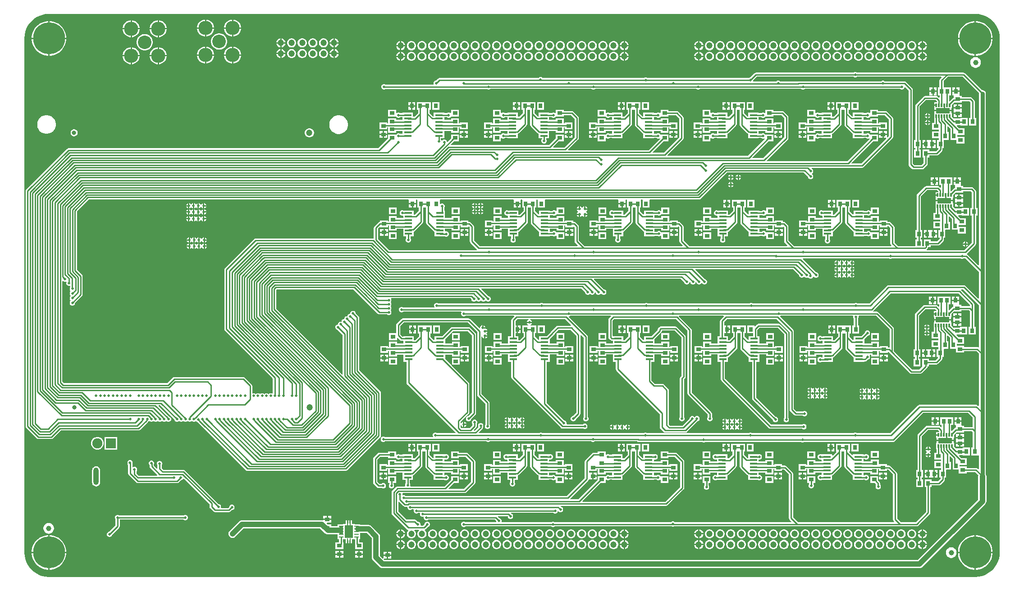
<source format=gbl>
G04*
G04 #@! TF.GenerationSoftware,Altium Limited,Altium Designer,23.3.1 (30)*
G04*
G04 Layer_Physical_Order=4*
G04 Layer_Color=16711680*
%FSLAX44Y44*%
%MOMM*%
G71*
G04*
G04 #@! TF.SameCoordinates,BD36C32B-B9C7-4E4D-8C4A-4C0C75BD15CB*
G04*
G04*
G04 #@! TF.FilePolarity,Positive*
G04*
G01*
G75*
%ADD13C,0.2540*%
%ADD18C,1.0000*%
%ADD19R,0.7874X0.9652*%
%ADD23R,0.8500X0.2800*%
%ADD24R,1.6500X2.4000*%
%ADD25R,0.2200X0.7000*%
%ADD26R,0.9652X0.7874*%
%ADD27R,0.3000X0.6500*%
%ADD28R,2.6600X1.1000*%
%ADD29R,1.4750X0.4500*%
%ADD67C,0.7620*%
%ADD68C,1.0160*%
%ADD70O,3.2500X1.0000*%
%ADD71O,1.0000X3.2500*%
%ADD72C,0.8001*%
%ADD73C,1.1999*%
%ADD74C,2.6670*%
%ADD75C,2.5400*%
%ADD76R,1.9000X1.9000*%
%ADD77C,1.9000*%
%ADD78C,1.2000*%
%ADD79C,0.5000*%
%ADD80C,6.0000*%
%ADD81C,0.6350*%
G36*
X2054065Y1303867D02*
X2059987Y1302689D01*
X2065705Y1300748D01*
X2071121Y1298077D01*
X2076142Y1294723D01*
X2080681Y1290741D01*
X2084663Y1286201D01*
X2088017Y1281181D01*
X2090688Y1275765D01*
X2092629Y1270048D01*
X2093807Y1264125D01*
X2094190Y1258276D01*
X2094155Y1258100D01*
X2094155Y291301D01*
X2094155Y291300D01*
X2094155D01*
X2094119Y290045D01*
X2093807Y285275D01*
X2092629Y279352D01*
X2090688Y273634D01*
X2088017Y268219D01*
X2084662Y263198D01*
X2080681Y258659D01*
X2076141Y254677D01*
X2071121Y251322D01*
X2065705Y248652D01*
X2059987Y246711D01*
X2054065Y245533D01*
X2048216Y245149D01*
X2048040Y245184D01*
X307811D01*
X307810Y245185D01*
Y245185D01*
X306555Y245220D01*
X301785Y245533D01*
X295863Y246711D01*
X290145Y248652D01*
X284729Y251323D01*
X279708Y254677D01*
X275169Y258659D01*
X271187Y263199D01*
X267833Y268219D01*
X265162Y273635D01*
X263221Y279352D01*
X262043Y285275D01*
X261730Y290045D01*
X261695Y291300D01*
X261695Y291300D01*
X261695Y292570D01*
X261695Y1258100D01*
X261695Y1258100D01*
X261695D01*
X261730Y1259355D01*
X262043Y1264125D01*
X263221Y1270048D01*
X265162Y1275765D01*
X267833Y1281181D01*
X271187Y1286201D01*
X275169Y1290741D01*
X279708Y1294723D01*
X284729Y1298077D01*
X290145Y1300748D01*
X295863Y1302689D01*
X301785Y1303867D01*
X307634Y1304250D01*
X307810Y1304215D01*
X2048040Y1304215D01*
X2048216Y1304250D01*
X2054065Y1303867D01*
D02*
G37*
%LPC*%
G36*
X654343Y1293495D02*
X654050D01*
Y1278890D01*
X668655D01*
Y1279184D01*
X668045Y1282251D01*
X666848Y1285140D01*
X665111Y1287740D01*
X662900Y1289951D01*
X660300Y1291688D01*
X657411Y1292885D01*
X654343Y1293495D01*
D02*
G37*
G36*
X603544D02*
X603250D01*
Y1278890D01*
X617855D01*
Y1279184D01*
X617245Y1282251D01*
X616048Y1285140D01*
X614311Y1287740D01*
X612100Y1289951D01*
X609500Y1291688D01*
X606611Y1292885D01*
X603544Y1293495D01*
D02*
G37*
G36*
X651510D02*
X651217D01*
X648149Y1292885D01*
X645260Y1291688D01*
X642660Y1289951D01*
X640449Y1287740D01*
X638712Y1285140D01*
X637515Y1282251D01*
X636905Y1279184D01*
Y1278890D01*
X651510D01*
Y1293495D01*
D02*
G37*
G36*
X600710D02*
X600416D01*
X597349Y1292885D01*
X594460Y1291688D01*
X591860Y1289951D01*
X589649Y1287740D01*
X587912Y1285140D01*
X586715Y1282251D01*
X586105Y1279184D01*
Y1278890D01*
X600710D01*
Y1293495D01*
D02*
G37*
G36*
X514644Y1292225D02*
X514350D01*
Y1277620D01*
X528955D01*
Y1277914D01*
X528345Y1280981D01*
X527148Y1283870D01*
X525411Y1286470D01*
X523200Y1288681D01*
X520600Y1290418D01*
X517711Y1291615D01*
X514644Y1292225D01*
D02*
G37*
G36*
X463843D02*
X463550D01*
Y1277620D01*
X478155D01*
Y1277914D01*
X477545Y1280981D01*
X476348Y1283870D01*
X474611Y1286470D01*
X472400Y1288681D01*
X469800Y1290418D01*
X466911Y1291615D01*
X463843Y1292225D01*
D02*
G37*
G36*
X511810D02*
X511516D01*
X508449Y1291615D01*
X505560Y1290418D01*
X502960Y1288681D01*
X500749Y1286470D01*
X499012Y1283870D01*
X497815Y1280981D01*
X497205Y1277914D01*
Y1277620D01*
X511810D01*
Y1292225D01*
D02*
G37*
G36*
X461010D02*
X460717D01*
X457649Y1291615D01*
X454760Y1290418D01*
X452160Y1288681D01*
X449949Y1286470D01*
X448212Y1283870D01*
X447015Y1280981D01*
X446405Y1277914D01*
Y1277620D01*
X461010D01*
Y1292225D01*
D02*
G37*
G36*
X668655Y1276350D02*
X654050D01*
Y1261745D01*
X654343D01*
X657411Y1262355D01*
X660300Y1263552D01*
X662900Y1265289D01*
X665111Y1267500D01*
X666848Y1270100D01*
X668045Y1272989D01*
X668655Y1276057D01*
Y1276350D01*
D02*
G37*
G36*
X651510D02*
X636905D01*
Y1276057D01*
X637515Y1272989D01*
X638712Y1270100D01*
X640449Y1267500D01*
X642660Y1265289D01*
X645260Y1263552D01*
X648149Y1262355D01*
X651217Y1261745D01*
X651510D01*
Y1276350D01*
D02*
G37*
G36*
X617855D02*
X603250D01*
Y1261745D01*
X603544D01*
X606611Y1262355D01*
X609500Y1263552D01*
X612100Y1265289D01*
X614311Y1267500D01*
X616048Y1270100D01*
X617245Y1272989D01*
X617855Y1276057D01*
Y1276350D01*
D02*
G37*
G36*
X600710D02*
X586105D01*
Y1276057D01*
X586715Y1272989D01*
X587912Y1270100D01*
X589649Y1267500D01*
X591860Y1265289D01*
X594460Y1263552D01*
X597349Y1262355D01*
X600416Y1261745D01*
X600710D01*
Y1276350D01*
D02*
G37*
G36*
X528955Y1275080D02*
X514350D01*
Y1260475D01*
X514644D01*
X517711Y1261085D01*
X520600Y1262282D01*
X523200Y1264019D01*
X525411Y1266230D01*
X527148Y1268830D01*
X528345Y1271719D01*
X528955Y1274787D01*
Y1275080D01*
D02*
G37*
G36*
X511810D02*
X497205D01*
Y1274787D01*
X497815Y1271719D01*
X499012Y1268830D01*
X500749Y1266230D01*
X502960Y1264019D01*
X505560Y1262282D01*
X508449Y1261085D01*
X511516Y1260475D01*
X511810D01*
Y1275080D01*
D02*
G37*
G36*
X478155D02*
X463550D01*
Y1260475D01*
X463843D01*
X466911Y1261085D01*
X469800Y1262282D01*
X472400Y1264019D01*
X474611Y1266230D01*
X476348Y1268830D01*
X477545Y1271719D01*
X478155Y1274787D01*
Y1275080D01*
D02*
G37*
G36*
X461010D02*
X446405D01*
Y1274787D01*
X447015Y1271719D01*
X448212Y1268830D01*
X449949Y1266230D01*
X452160Y1264019D01*
X454760Y1262282D01*
X457649Y1261085D01*
X460717Y1260475D01*
X461010D01*
Y1275080D01*
D02*
G37*
G36*
X2050601Y1290640D02*
X2049310D01*
Y1259370D01*
X2080580D01*
Y1260661D01*
X2079779Y1265720D01*
X2078196Y1270591D01*
X2075871Y1275155D01*
X2072860Y1279298D01*
X2069238Y1282920D01*
X2065095Y1285931D01*
X2060531Y1288256D01*
X2055660Y1289839D01*
X2050601Y1290640D01*
D02*
G37*
G36*
X2046770D02*
X2045479D01*
X2040420Y1289839D01*
X2035549Y1288256D01*
X2030985Y1285931D01*
X2026842Y1282920D01*
X2023220Y1279298D01*
X2020209Y1275155D01*
X2017884Y1270591D01*
X2016301Y1265720D01*
X2015500Y1260661D01*
Y1259370D01*
X2046770D01*
Y1290640D01*
D02*
G37*
G36*
X310371D02*
X309080D01*
Y1259370D01*
X340350D01*
Y1260661D01*
X339549Y1265720D01*
X337966Y1270591D01*
X335641Y1275155D01*
X332630Y1279298D01*
X329008Y1282920D01*
X324865Y1285931D01*
X320301Y1288256D01*
X315430Y1289839D01*
X310371Y1290640D01*
D02*
G37*
G36*
X306540D02*
X305249D01*
X300190Y1289839D01*
X295319Y1288256D01*
X290755Y1285931D01*
X286612Y1282920D01*
X282990Y1279298D01*
X279979Y1275155D01*
X277654Y1270591D01*
X276071Y1265720D01*
X275270Y1260661D01*
Y1259370D01*
X306540D01*
Y1290640D01*
D02*
G37*
G36*
X844860Y1258181D02*
Y1250950D01*
X852091D01*
X851548Y1252976D01*
X850424Y1254924D01*
X848834Y1256514D01*
X846886Y1257638D01*
X844860Y1258181D01*
D02*
G37*
G36*
X842320D02*
X840294Y1257638D01*
X838346Y1256514D01*
X836756Y1254924D01*
X835632Y1252976D01*
X835089Y1250950D01*
X842320D01*
Y1258181D01*
D02*
G37*
G36*
X744860D02*
Y1250950D01*
X752091D01*
X751548Y1252976D01*
X750424Y1254924D01*
X748834Y1256514D01*
X746886Y1257638D01*
X744860Y1258181D01*
D02*
G37*
G36*
X742320D02*
X740294Y1257638D01*
X738346Y1256514D01*
X736756Y1254924D01*
X735632Y1252976D01*
X735089Y1250950D01*
X742320D01*
Y1258181D01*
D02*
G37*
G36*
X1949900Y1252941D02*
Y1245710D01*
X1957131D01*
X1956588Y1247736D01*
X1955464Y1249684D01*
X1953874Y1251274D01*
X1951926Y1252398D01*
X1949900Y1252941D01*
D02*
G37*
G36*
X1947360D02*
X1945334Y1252398D01*
X1943386Y1251274D01*
X1941796Y1249684D01*
X1940672Y1247736D01*
X1940129Y1245710D01*
X1947360D01*
Y1252941D01*
D02*
G37*
G36*
X1529901D02*
Y1245710D01*
X1537132D01*
X1536589Y1247736D01*
X1535465Y1249684D01*
X1533875Y1251274D01*
X1531927Y1252398D01*
X1529901Y1252941D01*
D02*
G37*
G36*
X1527361D02*
X1525335Y1252398D01*
X1523387Y1251274D01*
X1521797Y1249684D01*
X1520673Y1247736D01*
X1520130Y1245710D01*
X1527361D01*
Y1252941D01*
D02*
G37*
G36*
X1389830D02*
Y1245710D01*
X1397061D01*
X1396518Y1247736D01*
X1395394Y1249684D01*
X1393804Y1251274D01*
X1391856Y1252398D01*
X1389830Y1252941D01*
D02*
G37*
G36*
X1387290D02*
X1385264Y1252398D01*
X1383316Y1251274D01*
X1381726Y1249684D01*
X1380602Y1247736D01*
X1380059Y1245710D01*
X1387290D01*
Y1252941D01*
D02*
G37*
G36*
X969831D02*
Y1245710D01*
X977062D01*
X976519Y1247736D01*
X975395Y1249684D01*
X973805Y1251274D01*
X971857Y1252398D01*
X969831Y1252941D01*
D02*
G37*
G36*
X967291D02*
X965265Y1252398D01*
X963317Y1251274D01*
X961727Y1249684D01*
X960603Y1247736D01*
X960060Y1245710D01*
X967291D01*
Y1252941D01*
D02*
G37*
G36*
X852091Y1248410D02*
X844860D01*
Y1241179D01*
X846886Y1241722D01*
X848834Y1242846D01*
X850424Y1244436D01*
X851548Y1246384D01*
X852091Y1248410D01*
D02*
G37*
G36*
X842320D02*
X835089D01*
X835632Y1246384D01*
X836756Y1244436D01*
X838346Y1242846D01*
X840294Y1241722D01*
X842320Y1241179D01*
Y1248410D01*
D02*
G37*
G36*
X752091D02*
X744860D01*
Y1241179D01*
X746886Y1241722D01*
X748834Y1242846D01*
X750424Y1244436D01*
X751548Y1246384D01*
X752091Y1248410D01*
D02*
G37*
G36*
X742320D02*
X735089D01*
X735632Y1246384D01*
X736756Y1244436D01*
X738346Y1242846D01*
X740294Y1241722D01*
X742320Y1241179D01*
Y1248410D01*
D02*
G37*
G36*
X824714Y1258220D02*
X822466D01*
X820294Y1257638D01*
X818346Y1256514D01*
X816756Y1254924D01*
X815632Y1252976D01*
X815050Y1250804D01*
Y1248556D01*
X815632Y1246384D01*
X816756Y1244436D01*
X818346Y1242846D01*
X820294Y1241722D01*
X822466Y1241140D01*
X824714D01*
X826886Y1241722D01*
X828834Y1242846D01*
X830424Y1244436D01*
X831548Y1246384D01*
X832130Y1248556D01*
Y1250804D01*
X831548Y1252976D01*
X830424Y1254924D01*
X828834Y1256514D01*
X826886Y1257638D01*
X824714Y1258220D01*
D02*
G37*
G36*
X804714D02*
X802466D01*
X800294Y1257638D01*
X798346Y1256514D01*
X796756Y1254924D01*
X795632Y1252976D01*
X795050Y1250804D01*
Y1248556D01*
X795632Y1246384D01*
X796756Y1244436D01*
X798346Y1242846D01*
X800294Y1241722D01*
X802466Y1241140D01*
X804714D01*
X806886Y1241722D01*
X808834Y1242846D01*
X810424Y1244436D01*
X811548Y1246384D01*
X812130Y1248556D01*
Y1250804D01*
X811548Y1252976D01*
X810424Y1254924D01*
X808834Y1256514D01*
X806886Y1257638D01*
X804714Y1258220D01*
D02*
G37*
G36*
X784714D02*
X782466D01*
X780294Y1257638D01*
X778346Y1256514D01*
X776756Y1254924D01*
X775632Y1252976D01*
X775050Y1250804D01*
Y1248556D01*
X775632Y1246384D01*
X776756Y1244436D01*
X778346Y1242846D01*
X780294Y1241722D01*
X782466Y1241140D01*
X784714D01*
X786886Y1241722D01*
X788834Y1242846D01*
X790424Y1244436D01*
X791548Y1246384D01*
X792130Y1248556D01*
Y1250804D01*
X791548Y1252976D01*
X790424Y1254924D01*
X788834Y1256514D01*
X786886Y1257638D01*
X784714Y1258220D01*
D02*
G37*
G36*
X764714D02*
X762466D01*
X760294Y1257638D01*
X758346Y1256514D01*
X756756Y1254924D01*
X755632Y1252976D01*
X755050Y1250804D01*
Y1248556D01*
X755632Y1246384D01*
X756756Y1244436D01*
X758346Y1242846D01*
X760294Y1241722D01*
X762466Y1241140D01*
X764714D01*
X766886Y1241722D01*
X768834Y1242846D01*
X770424Y1244436D01*
X771548Y1246384D01*
X772130Y1248556D01*
Y1250804D01*
X771548Y1252976D01*
X770424Y1254924D01*
X768834Y1256514D01*
X766886Y1257638D01*
X764714Y1258220D01*
D02*
G37*
G36*
X628881Y1267460D02*
X625879D01*
X622935Y1266874D01*
X620161Y1265725D01*
X617665Y1264058D01*
X615542Y1261935D01*
X613875Y1259439D01*
X612726Y1256665D01*
X612140Y1253721D01*
Y1250719D01*
X612726Y1247775D01*
X613875Y1245001D01*
X615542Y1242505D01*
X617665Y1240382D01*
X620161Y1238715D01*
X622935Y1237566D01*
X625879Y1236980D01*
X628881D01*
X631825Y1237566D01*
X634599Y1238715D01*
X637095Y1240382D01*
X639218Y1242505D01*
X640885Y1245001D01*
X642034Y1247775D01*
X642620Y1250719D01*
Y1253721D01*
X642034Y1256665D01*
X640885Y1259439D01*
X639218Y1261935D01*
X637095Y1264058D01*
X634599Y1265725D01*
X631825Y1266874D01*
X628881Y1267460D01*
D02*
G37*
G36*
X1957131Y1243170D02*
X1949900D01*
Y1235939D01*
X1951926Y1236482D01*
X1953874Y1237606D01*
X1955464Y1239196D01*
X1956588Y1241144D01*
X1957131Y1243170D01*
D02*
G37*
G36*
X1947360D02*
X1940129D01*
X1940672Y1241144D01*
X1941796Y1239196D01*
X1943386Y1237606D01*
X1945334Y1236482D01*
X1947360Y1235939D01*
Y1243170D01*
D02*
G37*
G36*
X1537132D02*
X1529901D01*
Y1235939D01*
X1531927Y1236482D01*
X1533875Y1237606D01*
X1535465Y1239196D01*
X1536589Y1241144D01*
X1537132Y1243170D01*
D02*
G37*
G36*
X1527361D02*
X1520130D01*
X1520673Y1241144D01*
X1521797Y1239196D01*
X1523387Y1237606D01*
X1525335Y1236482D01*
X1527361Y1235939D01*
Y1243170D01*
D02*
G37*
G36*
X1397061D02*
X1389830D01*
Y1235939D01*
X1391856Y1236482D01*
X1393804Y1237606D01*
X1395394Y1239196D01*
X1396518Y1241144D01*
X1397061Y1243170D01*
D02*
G37*
G36*
X1387290D02*
X1380059D01*
X1380602Y1241144D01*
X1381726Y1239196D01*
X1383316Y1237606D01*
X1385264Y1236482D01*
X1387290Y1235939D01*
Y1243170D01*
D02*
G37*
G36*
X977062D02*
X969831D01*
Y1235939D01*
X971857Y1236482D01*
X973805Y1237606D01*
X975395Y1239196D01*
X976519Y1241144D01*
X977062Y1243170D01*
D02*
G37*
G36*
X967291D02*
X960060D01*
X960603Y1241144D01*
X961727Y1239196D01*
X963317Y1237606D01*
X965265Y1236482D01*
X967291Y1235939D01*
Y1243170D01*
D02*
G37*
G36*
X1929754Y1252980D02*
X1927506D01*
X1925334Y1252398D01*
X1923386Y1251274D01*
X1921796Y1249684D01*
X1920672Y1247736D01*
X1920090Y1245564D01*
Y1243316D01*
X1920672Y1241144D01*
X1921796Y1239196D01*
X1923386Y1237606D01*
X1925334Y1236482D01*
X1927506Y1235900D01*
X1929754D01*
X1931926Y1236482D01*
X1933874Y1237606D01*
X1935464Y1239196D01*
X1936588Y1241144D01*
X1937170Y1243316D01*
Y1245564D01*
X1936588Y1247736D01*
X1935464Y1249684D01*
X1933874Y1251274D01*
X1931926Y1252398D01*
X1929754Y1252980D01*
D02*
G37*
G36*
X1909754D02*
X1907506D01*
X1905334Y1252398D01*
X1903386Y1251274D01*
X1901796Y1249684D01*
X1900672Y1247736D01*
X1900090Y1245564D01*
Y1243316D01*
X1900672Y1241144D01*
X1901796Y1239196D01*
X1903386Y1237606D01*
X1905334Y1236482D01*
X1907506Y1235900D01*
X1909754D01*
X1911926Y1236482D01*
X1913874Y1237606D01*
X1915464Y1239196D01*
X1916588Y1241144D01*
X1917170Y1243316D01*
Y1245564D01*
X1916588Y1247736D01*
X1915464Y1249684D01*
X1913874Y1251274D01*
X1911926Y1252398D01*
X1909754Y1252980D01*
D02*
G37*
G36*
X1889754D02*
X1887506D01*
X1885334Y1252398D01*
X1883386Y1251274D01*
X1881796Y1249684D01*
X1880672Y1247736D01*
X1880090Y1245564D01*
Y1243316D01*
X1880672Y1241144D01*
X1881796Y1239196D01*
X1883386Y1237606D01*
X1885334Y1236482D01*
X1887506Y1235900D01*
X1889754D01*
X1891926Y1236482D01*
X1893874Y1237606D01*
X1895464Y1239196D01*
X1896588Y1241144D01*
X1897170Y1243316D01*
Y1245564D01*
X1896588Y1247736D01*
X1895464Y1249684D01*
X1893874Y1251274D01*
X1891926Y1252398D01*
X1889754Y1252980D01*
D02*
G37*
G36*
X1869754D02*
X1867506D01*
X1865334Y1252398D01*
X1863387Y1251274D01*
X1861797Y1249684D01*
X1860672Y1247736D01*
X1860090Y1245564D01*
Y1243316D01*
X1860672Y1241144D01*
X1861797Y1239196D01*
X1863387Y1237606D01*
X1865334Y1236482D01*
X1867506Y1235900D01*
X1869754D01*
X1871927Y1236482D01*
X1873874Y1237606D01*
X1875464Y1239196D01*
X1876588Y1241144D01*
X1877170Y1243316D01*
Y1245564D01*
X1876588Y1247736D01*
X1875464Y1249684D01*
X1873874Y1251274D01*
X1871927Y1252398D01*
X1869754Y1252980D01*
D02*
G37*
G36*
X1849754D02*
X1847506D01*
X1845334Y1252398D01*
X1843387Y1251274D01*
X1841797Y1249684D01*
X1840672Y1247736D01*
X1840090Y1245564D01*
Y1243316D01*
X1840672Y1241144D01*
X1841797Y1239196D01*
X1843387Y1237606D01*
X1845334Y1236482D01*
X1847506Y1235900D01*
X1849754D01*
X1851927Y1236482D01*
X1853874Y1237606D01*
X1855464Y1239196D01*
X1856588Y1241144D01*
X1857170Y1243316D01*
Y1245564D01*
X1856588Y1247736D01*
X1855464Y1249684D01*
X1853874Y1251274D01*
X1851927Y1252398D01*
X1849754Y1252980D01*
D02*
G37*
G36*
X1829754D02*
X1827506D01*
X1825334Y1252398D01*
X1823387Y1251274D01*
X1821797Y1249684D01*
X1820672Y1247736D01*
X1820090Y1245564D01*
Y1243316D01*
X1820672Y1241144D01*
X1821797Y1239196D01*
X1823387Y1237606D01*
X1825334Y1236482D01*
X1827506Y1235900D01*
X1829754D01*
X1831927Y1236482D01*
X1833874Y1237606D01*
X1835464Y1239196D01*
X1836588Y1241144D01*
X1837170Y1243316D01*
Y1245564D01*
X1836588Y1247736D01*
X1835464Y1249684D01*
X1833874Y1251274D01*
X1831927Y1252398D01*
X1829754Y1252980D01*
D02*
G37*
G36*
X1809755D02*
X1807506D01*
X1805334Y1252398D01*
X1803387Y1251274D01*
X1801797Y1249684D01*
X1800672Y1247736D01*
X1800090Y1245564D01*
Y1243316D01*
X1800672Y1241144D01*
X1801797Y1239196D01*
X1803387Y1237606D01*
X1805334Y1236482D01*
X1807506Y1235900D01*
X1809755D01*
X1811927Y1236482D01*
X1813874Y1237606D01*
X1815464Y1239196D01*
X1816588Y1241144D01*
X1817170Y1243316D01*
Y1245564D01*
X1816588Y1247736D01*
X1815464Y1249684D01*
X1813874Y1251274D01*
X1811927Y1252398D01*
X1809755Y1252980D01*
D02*
G37*
G36*
X1789755D02*
X1787506D01*
X1785334Y1252398D01*
X1783387Y1251274D01*
X1781797Y1249684D01*
X1780672Y1247736D01*
X1780090Y1245564D01*
Y1243316D01*
X1780672Y1241144D01*
X1781797Y1239196D01*
X1783387Y1237606D01*
X1785334Y1236482D01*
X1787506Y1235900D01*
X1789755D01*
X1791927Y1236482D01*
X1793874Y1237606D01*
X1795464Y1239196D01*
X1796588Y1241144D01*
X1797170Y1243316D01*
Y1245564D01*
X1796588Y1247736D01*
X1795464Y1249684D01*
X1793874Y1251274D01*
X1791927Y1252398D01*
X1789755Y1252980D01*
D02*
G37*
G36*
X1769755D02*
X1767506D01*
X1765334Y1252398D01*
X1763387Y1251274D01*
X1761797Y1249684D01*
X1760672Y1247736D01*
X1760090Y1245564D01*
Y1243316D01*
X1760672Y1241144D01*
X1761797Y1239196D01*
X1763387Y1237606D01*
X1765334Y1236482D01*
X1767506Y1235900D01*
X1769755D01*
X1771927Y1236482D01*
X1773874Y1237606D01*
X1775464Y1239196D01*
X1776588Y1241144D01*
X1777170Y1243316D01*
Y1245564D01*
X1776588Y1247736D01*
X1775464Y1249684D01*
X1773874Y1251274D01*
X1771927Y1252398D01*
X1769755Y1252980D01*
D02*
G37*
G36*
X1749755D02*
X1747506D01*
X1745334Y1252398D01*
X1743387Y1251274D01*
X1741797Y1249684D01*
X1740672Y1247736D01*
X1740090Y1245564D01*
Y1243316D01*
X1740672Y1241144D01*
X1741797Y1239196D01*
X1743387Y1237606D01*
X1745334Y1236482D01*
X1747506Y1235900D01*
X1749755D01*
X1751927Y1236482D01*
X1753874Y1237606D01*
X1755464Y1239196D01*
X1756588Y1241144D01*
X1757170Y1243316D01*
Y1245564D01*
X1756588Y1247736D01*
X1755464Y1249684D01*
X1753874Y1251274D01*
X1751927Y1252398D01*
X1749755Y1252980D01*
D02*
G37*
G36*
X1729755D02*
X1727506D01*
X1725334Y1252398D01*
X1723387Y1251274D01*
X1721797Y1249684D01*
X1720672Y1247736D01*
X1720090Y1245564D01*
Y1243316D01*
X1720672Y1241144D01*
X1721797Y1239196D01*
X1723387Y1237606D01*
X1725334Y1236482D01*
X1727506Y1235900D01*
X1729755D01*
X1731927Y1236482D01*
X1733874Y1237606D01*
X1735464Y1239196D01*
X1736588Y1241144D01*
X1737170Y1243316D01*
Y1245564D01*
X1736588Y1247736D01*
X1735464Y1249684D01*
X1733874Y1251274D01*
X1731927Y1252398D01*
X1729755Y1252980D01*
D02*
G37*
G36*
X1709755D02*
X1707506D01*
X1705334Y1252398D01*
X1703387Y1251274D01*
X1701797Y1249684D01*
X1700672Y1247736D01*
X1700090Y1245564D01*
Y1243316D01*
X1700672Y1241144D01*
X1701797Y1239196D01*
X1703387Y1237606D01*
X1705334Y1236482D01*
X1707506Y1235900D01*
X1709755D01*
X1711927Y1236482D01*
X1713874Y1237606D01*
X1715464Y1239196D01*
X1716588Y1241144D01*
X1717171Y1243316D01*
Y1245564D01*
X1716588Y1247736D01*
X1715464Y1249684D01*
X1713874Y1251274D01*
X1711927Y1252398D01*
X1709755Y1252980D01*
D02*
G37*
G36*
X1689755D02*
X1687506D01*
X1685334Y1252398D01*
X1683387Y1251274D01*
X1681797Y1249684D01*
X1680672Y1247736D01*
X1680090Y1245564D01*
Y1243316D01*
X1680672Y1241144D01*
X1681797Y1239196D01*
X1683387Y1237606D01*
X1685334Y1236482D01*
X1687506Y1235900D01*
X1689755D01*
X1691927Y1236482D01*
X1693874Y1237606D01*
X1695464Y1239196D01*
X1696588Y1241144D01*
X1697171Y1243316D01*
Y1245564D01*
X1696588Y1247736D01*
X1695464Y1249684D01*
X1693874Y1251274D01*
X1691927Y1252398D01*
X1689755Y1252980D01*
D02*
G37*
G36*
X1669755D02*
X1667506D01*
X1665334Y1252398D01*
X1663387Y1251274D01*
X1661797Y1249684D01*
X1660672Y1247736D01*
X1660091Y1245564D01*
Y1243316D01*
X1660672Y1241144D01*
X1661797Y1239196D01*
X1663387Y1237606D01*
X1665334Y1236482D01*
X1667506Y1235900D01*
X1669755D01*
X1671927Y1236482D01*
X1673874Y1237606D01*
X1675464Y1239196D01*
X1676588Y1241144D01*
X1677171Y1243316D01*
Y1245564D01*
X1676588Y1247736D01*
X1675464Y1249684D01*
X1673874Y1251274D01*
X1671927Y1252398D01*
X1669755Y1252980D01*
D02*
G37*
G36*
X1649755D02*
X1647506D01*
X1645334Y1252398D01*
X1643387Y1251274D01*
X1641797Y1249684D01*
X1640673Y1247736D01*
X1640091Y1245564D01*
Y1243316D01*
X1640673Y1241144D01*
X1641797Y1239196D01*
X1643387Y1237606D01*
X1645334Y1236482D01*
X1647506Y1235900D01*
X1649755D01*
X1651927Y1236482D01*
X1653874Y1237606D01*
X1655464Y1239196D01*
X1656589Y1241144D01*
X1657171Y1243316D01*
Y1245564D01*
X1656589Y1247736D01*
X1655464Y1249684D01*
X1653874Y1251274D01*
X1651927Y1252398D01*
X1649755Y1252980D01*
D02*
G37*
G36*
X1629755D02*
X1627506D01*
X1625334Y1252398D01*
X1623387Y1251274D01*
X1621797Y1249684D01*
X1620673Y1247736D01*
X1620091Y1245564D01*
Y1243316D01*
X1620673Y1241144D01*
X1621797Y1239196D01*
X1623387Y1237606D01*
X1625334Y1236482D01*
X1627506Y1235900D01*
X1629755D01*
X1631927Y1236482D01*
X1633874Y1237606D01*
X1635464Y1239196D01*
X1636589Y1241144D01*
X1637171Y1243316D01*
Y1245564D01*
X1636589Y1247736D01*
X1635464Y1249684D01*
X1633874Y1251274D01*
X1631927Y1252398D01*
X1629755Y1252980D01*
D02*
G37*
G36*
X1609755D02*
X1607506D01*
X1605334Y1252398D01*
X1603387Y1251274D01*
X1601797Y1249684D01*
X1600673Y1247736D01*
X1600091Y1245564D01*
Y1243316D01*
X1600673Y1241144D01*
X1601797Y1239196D01*
X1603387Y1237606D01*
X1605334Y1236482D01*
X1607506Y1235900D01*
X1609755D01*
X1611927Y1236482D01*
X1613874Y1237606D01*
X1615464Y1239196D01*
X1616589Y1241144D01*
X1617171Y1243316D01*
Y1245564D01*
X1616589Y1247736D01*
X1615464Y1249684D01*
X1613874Y1251274D01*
X1611927Y1252398D01*
X1609755Y1252980D01*
D02*
G37*
G36*
X1589755D02*
X1587506D01*
X1585334Y1252398D01*
X1583387Y1251274D01*
X1581797Y1249684D01*
X1580673Y1247736D01*
X1580091Y1245564D01*
Y1243316D01*
X1580673Y1241144D01*
X1581797Y1239196D01*
X1583387Y1237606D01*
X1585334Y1236482D01*
X1587506Y1235900D01*
X1589755D01*
X1591927Y1236482D01*
X1593874Y1237606D01*
X1595464Y1239196D01*
X1596589Y1241144D01*
X1597171Y1243316D01*
Y1245564D01*
X1596589Y1247736D01*
X1595464Y1249684D01*
X1593874Y1251274D01*
X1591927Y1252398D01*
X1589755Y1252980D01*
D02*
G37*
G36*
X1569755D02*
X1567506D01*
X1565334Y1252398D01*
X1563387Y1251274D01*
X1561797Y1249684D01*
X1560673Y1247736D01*
X1560091Y1245564D01*
Y1243316D01*
X1560673Y1241144D01*
X1561797Y1239196D01*
X1563387Y1237606D01*
X1565334Y1236482D01*
X1567506Y1235900D01*
X1569755D01*
X1571927Y1236482D01*
X1573874Y1237606D01*
X1575464Y1239196D01*
X1576589Y1241144D01*
X1577171Y1243316D01*
Y1245564D01*
X1576589Y1247736D01*
X1575464Y1249684D01*
X1573874Y1251274D01*
X1571927Y1252398D01*
X1569755Y1252980D01*
D02*
G37*
G36*
X1549755D02*
X1547507D01*
X1545334Y1252398D01*
X1543387Y1251274D01*
X1541797Y1249684D01*
X1540673Y1247736D01*
X1540091Y1245564D01*
Y1243316D01*
X1540673Y1241144D01*
X1541797Y1239196D01*
X1543387Y1237606D01*
X1545334Y1236482D01*
X1547507Y1235900D01*
X1549755D01*
X1551927Y1236482D01*
X1553875Y1237606D01*
X1555464Y1239196D01*
X1556589Y1241144D01*
X1557171Y1243316D01*
Y1245564D01*
X1556589Y1247736D01*
X1555464Y1249684D01*
X1553875Y1251274D01*
X1551927Y1252398D01*
X1549755Y1252980D01*
D02*
G37*
G36*
X1369684D02*
X1367436D01*
X1365264Y1252398D01*
X1363316Y1251274D01*
X1361726Y1249684D01*
X1360602Y1247736D01*
X1360020Y1245564D01*
Y1243316D01*
X1360602Y1241144D01*
X1361726Y1239196D01*
X1363316Y1237606D01*
X1365264Y1236482D01*
X1367436Y1235900D01*
X1369684D01*
X1371856Y1236482D01*
X1373804Y1237606D01*
X1375394Y1239196D01*
X1376518Y1241144D01*
X1377100Y1243316D01*
Y1245564D01*
X1376518Y1247736D01*
X1375394Y1249684D01*
X1373804Y1251274D01*
X1371856Y1252398D01*
X1369684Y1252980D01*
D02*
G37*
G36*
X1349684D02*
X1347436D01*
X1345264Y1252398D01*
X1343316Y1251274D01*
X1341726Y1249684D01*
X1340602Y1247736D01*
X1340020Y1245564D01*
Y1243316D01*
X1340602Y1241144D01*
X1341726Y1239196D01*
X1343316Y1237606D01*
X1345264Y1236482D01*
X1347436Y1235900D01*
X1349684D01*
X1351856Y1236482D01*
X1353804Y1237606D01*
X1355394Y1239196D01*
X1356518Y1241144D01*
X1357100Y1243316D01*
Y1245564D01*
X1356518Y1247736D01*
X1355394Y1249684D01*
X1353804Y1251274D01*
X1351856Y1252398D01*
X1349684Y1252980D01*
D02*
G37*
G36*
X1329684D02*
X1327436D01*
X1325264Y1252398D01*
X1323316Y1251274D01*
X1321726Y1249684D01*
X1320602Y1247736D01*
X1320020Y1245564D01*
Y1243316D01*
X1320602Y1241144D01*
X1321726Y1239196D01*
X1323316Y1237606D01*
X1325264Y1236482D01*
X1327436Y1235900D01*
X1329684D01*
X1331856Y1236482D01*
X1333804Y1237606D01*
X1335394Y1239196D01*
X1336518Y1241144D01*
X1337100Y1243316D01*
Y1245564D01*
X1336518Y1247736D01*
X1335394Y1249684D01*
X1333804Y1251274D01*
X1331856Y1252398D01*
X1329684Y1252980D01*
D02*
G37*
G36*
X1309684D02*
X1307436D01*
X1305264Y1252398D01*
X1303316Y1251274D01*
X1301727Y1249684D01*
X1300602Y1247736D01*
X1300020Y1245564D01*
Y1243316D01*
X1300602Y1241144D01*
X1301727Y1239196D01*
X1303316Y1237606D01*
X1305264Y1236482D01*
X1307436Y1235900D01*
X1309684D01*
X1311857Y1236482D01*
X1313804Y1237606D01*
X1315394Y1239196D01*
X1316518Y1241144D01*
X1317100Y1243316D01*
Y1245564D01*
X1316518Y1247736D01*
X1315394Y1249684D01*
X1313804Y1251274D01*
X1311857Y1252398D01*
X1309684Y1252980D01*
D02*
G37*
G36*
X1289684D02*
X1287436D01*
X1285264Y1252398D01*
X1283316Y1251274D01*
X1281727Y1249684D01*
X1280602Y1247736D01*
X1280020Y1245564D01*
Y1243316D01*
X1280602Y1241144D01*
X1281727Y1239196D01*
X1283316Y1237606D01*
X1285264Y1236482D01*
X1287436Y1235900D01*
X1289684D01*
X1291857Y1236482D01*
X1293804Y1237606D01*
X1295394Y1239196D01*
X1296518Y1241144D01*
X1297100Y1243316D01*
Y1245564D01*
X1296518Y1247736D01*
X1295394Y1249684D01*
X1293804Y1251274D01*
X1291857Y1252398D01*
X1289684Y1252980D01*
D02*
G37*
G36*
X1269685D02*
X1267436D01*
X1265264Y1252398D01*
X1263316Y1251274D01*
X1261727Y1249684D01*
X1260602Y1247736D01*
X1260020Y1245564D01*
Y1243316D01*
X1260602Y1241144D01*
X1261727Y1239196D01*
X1263316Y1237606D01*
X1265264Y1236482D01*
X1267436Y1235900D01*
X1269685D01*
X1271857Y1236482D01*
X1273804Y1237606D01*
X1275394Y1239196D01*
X1276518Y1241144D01*
X1277100Y1243316D01*
Y1245564D01*
X1276518Y1247736D01*
X1275394Y1249684D01*
X1273804Y1251274D01*
X1271857Y1252398D01*
X1269685Y1252980D01*
D02*
G37*
G36*
X1249685D02*
X1247436D01*
X1245264Y1252398D01*
X1243317Y1251274D01*
X1241727Y1249684D01*
X1240602Y1247736D01*
X1240020Y1245564D01*
Y1243316D01*
X1240602Y1241144D01*
X1241727Y1239196D01*
X1243317Y1237606D01*
X1245264Y1236482D01*
X1247436Y1235900D01*
X1249685D01*
X1251857Y1236482D01*
X1253804Y1237606D01*
X1255394Y1239196D01*
X1256518Y1241144D01*
X1257100Y1243316D01*
Y1245564D01*
X1256518Y1247736D01*
X1255394Y1249684D01*
X1253804Y1251274D01*
X1251857Y1252398D01*
X1249685Y1252980D01*
D02*
G37*
G36*
X1229685D02*
X1227436D01*
X1225264Y1252398D01*
X1223317Y1251274D01*
X1221727Y1249684D01*
X1220602Y1247736D01*
X1220020Y1245564D01*
Y1243316D01*
X1220602Y1241144D01*
X1221727Y1239196D01*
X1223317Y1237606D01*
X1225264Y1236482D01*
X1227436Y1235900D01*
X1229685D01*
X1231857Y1236482D01*
X1233804Y1237606D01*
X1235394Y1239196D01*
X1236518Y1241144D01*
X1237100Y1243316D01*
Y1245564D01*
X1236518Y1247736D01*
X1235394Y1249684D01*
X1233804Y1251274D01*
X1231857Y1252398D01*
X1229685Y1252980D01*
D02*
G37*
G36*
X1209685D02*
X1207436D01*
X1205264Y1252398D01*
X1203317Y1251274D01*
X1201727Y1249684D01*
X1200602Y1247736D01*
X1200020Y1245564D01*
Y1243316D01*
X1200602Y1241144D01*
X1201727Y1239196D01*
X1203317Y1237606D01*
X1205264Y1236482D01*
X1207436Y1235900D01*
X1209685D01*
X1211857Y1236482D01*
X1213804Y1237606D01*
X1215394Y1239196D01*
X1216518Y1241144D01*
X1217100Y1243316D01*
Y1245564D01*
X1216518Y1247736D01*
X1215394Y1249684D01*
X1213804Y1251274D01*
X1211857Y1252398D01*
X1209685Y1252980D01*
D02*
G37*
G36*
X1189685D02*
X1187436D01*
X1185264Y1252398D01*
X1183317Y1251274D01*
X1181727Y1249684D01*
X1180602Y1247736D01*
X1180020Y1245564D01*
Y1243316D01*
X1180602Y1241144D01*
X1181727Y1239196D01*
X1183317Y1237606D01*
X1185264Y1236482D01*
X1187436Y1235900D01*
X1189685D01*
X1191857Y1236482D01*
X1193804Y1237606D01*
X1195394Y1239196D01*
X1196518Y1241144D01*
X1197100Y1243316D01*
Y1245564D01*
X1196518Y1247736D01*
X1195394Y1249684D01*
X1193804Y1251274D01*
X1191857Y1252398D01*
X1189685Y1252980D01*
D02*
G37*
G36*
X1169685D02*
X1167436D01*
X1165264Y1252398D01*
X1163317Y1251274D01*
X1161727Y1249684D01*
X1160602Y1247736D01*
X1160020Y1245564D01*
Y1243316D01*
X1160602Y1241144D01*
X1161727Y1239196D01*
X1163317Y1237606D01*
X1165264Y1236482D01*
X1167436Y1235900D01*
X1169685D01*
X1171857Y1236482D01*
X1173804Y1237606D01*
X1175394Y1239196D01*
X1176518Y1241144D01*
X1177100Y1243316D01*
Y1245564D01*
X1176518Y1247736D01*
X1175394Y1249684D01*
X1173804Y1251274D01*
X1171857Y1252398D01*
X1169685Y1252980D01*
D02*
G37*
G36*
X1149685D02*
X1147436D01*
X1145264Y1252398D01*
X1143317Y1251274D01*
X1141727Y1249684D01*
X1140602Y1247736D01*
X1140021Y1245564D01*
Y1243316D01*
X1140602Y1241144D01*
X1141727Y1239196D01*
X1143317Y1237606D01*
X1145264Y1236482D01*
X1147436Y1235900D01*
X1149685D01*
X1151857Y1236482D01*
X1153804Y1237606D01*
X1155394Y1239196D01*
X1156518Y1241144D01*
X1157101Y1243316D01*
Y1245564D01*
X1156518Y1247736D01*
X1155394Y1249684D01*
X1153804Y1251274D01*
X1151857Y1252398D01*
X1149685Y1252980D01*
D02*
G37*
G36*
X1129685D02*
X1127436D01*
X1125264Y1252398D01*
X1123317Y1251274D01*
X1121727Y1249684D01*
X1120602Y1247736D01*
X1120021Y1245564D01*
Y1243316D01*
X1120602Y1241144D01*
X1121727Y1239196D01*
X1123317Y1237606D01*
X1125264Y1236482D01*
X1127436Y1235900D01*
X1129685D01*
X1131857Y1236482D01*
X1133804Y1237606D01*
X1135394Y1239196D01*
X1136518Y1241144D01*
X1137101Y1243316D01*
Y1245564D01*
X1136518Y1247736D01*
X1135394Y1249684D01*
X1133804Y1251274D01*
X1131857Y1252398D01*
X1129685Y1252980D01*
D02*
G37*
G36*
X1109685D02*
X1107436D01*
X1105264Y1252398D01*
X1103317Y1251274D01*
X1101727Y1249684D01*
X1100602Y1247736D01*
X1100021Y1245564D01*
Y1243316D01*
X1100602Y1241144D01*
X1101727Y1239196D01*
X1103317Y1237606D01*
X1105264Y1236482D01*
X1107436Y1235900D01*
X1109685D01*
X1111857Y1236482D01*
X1113804Y1237606D01*
X1115394Y1239196D01*
X1116518Y1241144D01*
X1117101Y1243316D01*
Y1245564D01*
X1116518Y1247736D01*
X1115394Y1249684D01*
X1113804Y1251274D01*
X1111857Y1252398D01*
X1109685Y1252980D01*
D02*
G37*
G36*
X1089685D02*
X1087436D01*
X1085264Y1252398D01*
X1083317Y1251274D01*
X1081727Y1249684D01*
X1080603Y1247736D01*
X1080021Y1245564D01*
Y1243316D01*
X1080603Y1241144D01*
X1081727Y1239196D01*
X1083317Y1237606D01*
X1085264Y1236482D01*
X1087436Y1235900D01*
X1089685D01*
X1091857Y1236482D01*
X1093804Y1237606D01*
X1095394Y1239196D01*
X1096519Y1241144D01*
X1097101Y1243316D01*
Y1245564D01*
X1096519Y1247736D01*
X1095394Y1249684D01*
X1093804Y1251274D01*
X1091857Y1252398D01*
X1089685Y1252980D01*
D02*
G37*
G36*
X1069685D02*
X1067436D01*
X1065264Y1252398D01*
X1063317Y1251274D01*
X1061727Y1249684D01*
X1060603Y1247736D01*
X1060021Y1245564D01*
Y1243316D01*
X1060603Y1241144D01*
X1061727Y1239196D01*
X1063317Y1237606D01*
X1065264Y1236482D01*
X1067436Y1235900D01*
X1069685D01*
X1071857Y1236482D01*
X1073804Y1237606D01*
X1075394Y1239196D01*
X1076519Y1241144D01*
X1077101Y1243316D01*
Y1245564D01*
X1076519Y1247736D01*
X1075394Y1249684D01*
X1073804Y1251274D01*
X1071857Y1252398D01*
X1069685Y1252980D01*
D02*
G37*
G36*
X1049685D02*
X1047436D01*
X1045264Y1252398D01*
X1043317Y1251274D01*
X1041727Y1249684D01*
X1040603Y1247736D01*
X1040021Y1245564D01*
Y1243316D01*
X1040603Y1241144D01*
X1041727Y1239196D01*
X1043317Y1237606D01*
X1045264Y1236482D01*
X1047436Y1235900D01*
X1049685D01*
X1051857Y1236482D01*
X1053804Y1237606D01*
X1055394Y1239196D01*
X1056519Y1241144D01*
X1057101Y1243316D01*
Y1245564D01*
X1056519Y1247736D01*
X1055394Y1249684D01*
X1053804Y1251274D01*
X1051857Y1252398D01*
X1049685Y1252980D01*
D02*
G37*
G36*
X1029685D02*
X1027436D01*
X1025264Y1252398D01*
X1023317Y1251274D01*
X1021727Y1249684D01*
X1020603Y1247736D01*
X1020021Y1245564D01*
Y1243316D01*
X1020603Y1241144D01*
X1021727Y1239196D01*
X1023317Y1237606D01*
X1025264Y1236482D01*
X1027436Y1235900D01*
X1029685D01*
X1031857Y1236482D01*
X1033804Y1237606D01*
X1035394Y1239196D01*
X1036519Y1241144D01*
X1037101Y1243316D01*
Y1245564D01*
X1036519Y1247736D01*
X1035394Y1249684D01*
X1033804Y1251274D01*
X1031857Y1252398D01*
X1029685Y1252980D01*
D02*
G37*
G36*
X1009685D02*
X1007436D01*
X1005264Y1252398D01*
X1003317Y1251274D01*
X1001727Y1249684D01*
X1000603Y1247736D01*
X1000021Y1245564D01*
Y1243316D01*
X1000603Y1241144D01*
X1001727Y1239196D01*
X1003317Y1237606D01*
X1005264Y1236482D01*
X1007436Y1235900D01*
X1009685D01*
X1011857Y1236482D01*
X1013804Y1237606D01*
X1015394Y1239196D01*
X1016519Y1241144D01*
X1017101Y1243316D01*
Y1245564D01*
X1016519Y1247736D01*
X1015394Y1249684D01*
X1013804Y1251274D01*
X1011857Y1252398D01*
X1009685Y1252980D01*
D02*
G37*
G36*
X989685D02*
X987437D01*
X985265Y1252398D01*
X983317Y1251274D01*
X981727Y1249684D01*
X980603Y1247736D01*
X980021Y1245564D01*
Y1243316D01*
X980603Y1241144D01*
X981727Y1239196D01*
X983317Y1237606D01*
X985265Y1236482D01*
X987437Y1235900D01*
X989685D01*
X991857Y1236482D01*
X993804Y1237606D01*
X995395Y1239196D01*
X996519Y1241144D01*
X997101Y1243316D01*
Y1245564D01*
X996519Y1247736D01*
X995395Y1249684D01*
X993804Y1251274D01*
X991857Y1252398D01*
X989685Y1252980D01*
D02*
G37*
G36*
X489181Y1266190D02*
X486179D01*
X483235Y1265604D01*
X480461Y1264455D01*
X477965Y1262788D01*
X475842Y1260665D01*
X474174Y1258169D01*
X473026Y1255395D01*
X472440Y1252451D01*
Y1249449D01*
X473026Y1246505D01*
X474174Y1243731D01*
X475842Y1241235D01*
X477965Y1239112D01*
X480461Y1237445D01*
X483235Y1236296D01*
X486179Y1235710D01*
X489181D01*
X492125Y1236296D01*
X494899Y1237445D01*
X497395Y1239112D01*
X499518Y1241235D01*
X501185Y1243731D01*
X502334Y1246505D01*
X502920Y1249449D01*
Y1252451D01*
X502334Y1255395D01*
X501185Y1258169D01*
X499518Y1260665D01*
X497395Y1262788D01*
X494899Y1264455D01*
X492125Y1265604D01*
X489181Y1266190D01*
D02*
G37*
G36*
X844859Y1238181D02*
Y1230950D01*
X852090D01*
X851547Y1232976D01*
X850423Y1234924D01*
X848833Y1236514D01*
X846885Y1237638D01*
X844859Y1238181D01*
D02*
G37*
G36*
X842319D02*
X840293Y1237638D01*
X838345Y1236514D01*
X836755Y1234924D01*
X835631Y1232976D01*
X835088Y1230950D01*
X842319D01*
Y1238181D01*
D02*
G37*
G36*
X744859D02*
Y1230950D01*
X752090D01*
X751547Y1232976D01*
X750423Y1234924D01*
X748833Y1236514D01*
X746886Y1237638D01*
X744859Y1238181D01*
D02*
G37*
G36*
X742319D02*
X740293Y1237638D01*
X738346Y1236514D01*
X736756Y1234924D01*
X735631Y1232976D01*
X735088Y1230950D01*
X742319D01*
Y1238181D01*
D02*
G37*
G36*
X654343Y1242695D02*
X654050D01*
Y1228090D01*
X668655D01*
Y1228383D01*
X668045Y1231451D01*
X666848Y1234340D01*
X665111Y1236940D01*
X662900Y1239151D01*
X660300Y1240888D01*
X657411Y1242085D01*
X654343Y1242695D01*
D02*
G37*
G36*
X603544D02*
X603250D01*
Y1228090D01*
X617855D01*
Y1228383D01*
X617245Y1231451D01*
X616048Y1234340D01*
X614311Y1236940D01*
X612100Y1239151D01*
X609500Y1240888D01*
X606611Y1242085D01*
X603544Y1242695D01*
D02*
G37*
G36*
X651510D02*
X651217D01*
X648149Y1242085D01*
X645260Y1240888D01*
X642660Y1239151D01*
X640449Y1236940D01*
X638712Y1234340D01*
X637515Y1231451D01*
X636905Y1228383D01*
Y1228090D01*
X651510D01*
Y1242695D01*
D02*
G37*
G36*
X600710D02*
X600416D01*
X597349Y1242085D01*
X594460Y1240888D01*
X591860Y1239151D01*
X589649Y1236940D01*
X587912Y1234340D01*
X586715Y1231451D01*
X586105Y1228383D01*
Y1228090D01*
X600710D01*
Y1242695D01*
D02*
G37*
G36*
X463843Y1241425D02*
X463550D01*
Y1226820D01*
X478155D01*
Y1227113D01*
X477545Y1230181D01*
X476348Y1233070D01*
X474611Y1235670D01*
X472400Y1237881D01*
X469800Y1239618D01*
X466911Y1240815D01*
X463843Y1241425D01*
D02*
G37*
G36*
X514644D02*
X514350D01*
Y1226820D01*
X528955D01*
Y1227113D01*
X528345Y1230181D01*
X527148Y1233070D01*
X525411Y1235670D01*
X523200Y1237881D01*
X520600Y1239618D01*
X517711Y1240815D01*
X514644Y1241425D01*
D02*
G37*
G36*
X461010D02*
X460717D01*
X457649Y1240815D01*
X454760Y1239618D01*
X452160Y1237881D01*
X449949Y1235670D01*
X448212Y1233070D01*
X447015Y1230181D01*
X446405Y1227113D01*
Y1226820D01*
X461010D01*
Y1241425D01*
D02*
G37*
G36*
X511810D02*
X511516D01*
X508449Y1240815D01*
X505560Y1239618D01*
X502960Y1237881D01*
X500749Y1235670D01*
X499012Y1233070D01*
X497815Y1230181D01*
X497205Y1227113D01*
Y1226820D01*
X511810D01*
Y1241425D01*
D02*
G37*
G36*
X1949899Y1232941D02*
Y1225710D01*
X1957130D01*
X1956587Y1227736D01*
X1955463Y1229684D01*
X1953873Y1231274D01*
X1951925Y1232398D01*
X1949899Y1232941D01*
D02*
G37*
G36*
X1947359D02*
X1945333Y1232398D01*
X1943385Y1231274D01*
X1941795Y1229684D01*
X1940671Y1227736D01*
X1940128Y1225710D01*
X1947359D01*
Y1232941D01*
D02*
G37*
G36*
X1529900D02*
Y1225710D01*
X1537131D01*
X1536588Y1227736D01*
X1535464Y1229684D01*
X1533874Y1231274D01*
X1531926Y1232398D01*
X1529900Y1232941D01*
D02*
G37*
G36*
X1527360D02*
X1525334Y1232398D01*
X1523386Y1231274D01*
X1521796Y1229684D01*
X1520672Y1227736D01*
X1520129Y1225710D01*
X1527360D01*
Y1232941D01*
D02*
G37*
G36*
X1389829D02*
Y1225710D01*
X1397060D01*
X1396517Y1227736D01*
X1395393Y1229684D01*
X1393803Y1231274D01*
X1391855Y1232398D01*
X1389829Y1232941D01*
D02*
G37*
G36*
X1387289D02*
X1385263Y1232398D01*
X1383315Y1231274D01*
X1381725Y1229684D01*
X1380601Y1227736D01*
X1380058Y1225710D01*
X1387289D01*
Y1232941D01*
D02*
G37*
G36*
X969830D02*
Y1225710D01*
X977061D01*
X976518Y1227736D01*
X975394Y1229684D01*
X973804Y1231274D01*
X971856Y1232398D01*
X969830Y1232941D01*
D02*
G37*
G36*
X967290D02*
X965264Y1232398D01*
X963316Y1231274D01*
X961726Y1229684D01*
X960602Y1227736D01*
X960059Y1225710D01*
X967290D01*
Y1232941D01*
D02*
G37*
G36*
X2080580Y1256830D02*
X2049310D01*
Y1225560D01*
X2050601D01*
X2055660Y1226361D01*
X2060531Y1227944D01*
X2065095Y1230269D01*
X2069238Y1233280D01*
X2072860Y1236902D01*
X2075871Y1241045D01*
X2078196Y1245609D01*
X2079779Y1250480D01*
X2080580Y1255539D01*
Y1256830D01*
D02*
G37*
G36*
X2046770D02*
X2015500D01*
Y1255539D01*
X2016301Y1250480D01*
X2017884Y1245609D01*
X2020209Y1241045D01*
X2023220Y1236902D01*
X2026842Y1233280D01*
X2030985Y1230269D01*
X2035549Y1227944D01*
X2040420Y1226361D01*
X2045479Y1225560D01*
X2046770D01*
Y1256830D01*
D02*
G37*
G36*
X340350D02*
X309080D01*
Y1225560D01*
X310371D01*
X315430Y1226361D01*
X320301Y1227944D01*
X324865Y1230269D01*
X329008Y1233280D01*
X332630Y1236902D01*
X335641Y1241045D01*
X337966Y1245609D01*
X339549Y1250480D01*
X340350Y1255539D01*
Y1256830D01*
D02*
G37*
G36*
X306540D02*
X275270D01*
Y1255539D01*
X276071Y1250480D01*
X277654Y1245609D01*
X279979Y1241045D01*
X282990Y1236902D01*
X286612Y1233280D01*
X290755Y1230269D01*
X295319Y1227944D01*
X300190Y1226361D01*
X305249Y1225560D01*
X306540D01*
Y1256830D01*
D02*
G37*
G36*
X852090Y1228410D02*
X844859D01*
Y1221179D01*
X846885Y1221722D01*
X848833Y1222846D01*
X850423Y1224436D01*
X851547Y1226384D01*
X852090Y1228410D01*
D02*
G37*
G36*
X842319D02*
X835088D01*
X835631Y1226384D01*
X836755Y1224436D01*
X838345Y1222846D01*
X840293Y1221722D01*
X842319Y1221179D01*
Y1228410D01*
D02*
G37*
G36*
X752090D02*
X744859D01*
Y1221179D01*
X746886Y1221722D01*
X748833Y1222846D01*
X750423Y1224436D01*
X751547Y1226384D01*
X752090Y1228410D01*
D02*
G37*
G36*
X742319D02*
X735088D01*
X735631Y1226384D01*
X736756Y1224436D01*
X738346Y1222846D01*
X740293Y1221722D01*
X742319Y1221179D01*
Y1228410D01*
D02*
G37*
G36*
X824713Y1238220D02*
X822465D01*
X820293Y1237638D01*
X818345Y1236514D01*
X816755Y1234924D01*
X815631Y1232976D01*
X815049Y1230804D01*
Y1228556D01*
X815631Y1226384D01*
X816755Y1224436D01*
X818345Y1222846D01*
X820293Y1221722D01*
X822465Y1221140D01*
X824713D01*
X826885Y1221722D01*
X828833Y1222846D01*
X830423Y1224436D01*
X831547Y1226384D01*
X832129Y1228556D01*
Y1230804D01*
X831547Y1232976D01*
X830423Y1234924D01*
X828833Y1236514D01*
X826885Y1237638D01*
X824713Y1238220D01*
D02*
G37*
G36*
X804713D02*
X802465D01*
X800293Y1237638D01*
X798345Y1236514D01*
X796755Y1234924D01*
X795631Y1232976D01*
X795049Y1230804D01*
Y1228556D01*
X795631Y1226384D01*
X796755Y1224436D01*
X798345Y1222846D01*
X800293Y1221722D01*
X802465Y1221140D01*
X804713D01*
X806885Y1221722D01*
X808833Y1222846D01*
X810423Y1224436D01*
X811547Y1226384D01*
X812129Y1228556D01*
Y1230804D01*
X811547Y1232976D01*
X810423Y1234924D01*
X808833Y1236514D01*
X806885Y1237638D01*
X804713Y1238220D01*
D02*
G37*
G36*
X784714D02*
X782465D01*
X780293Y1237638D01*
X778345Y1236514D01*
X776756Y1234924D01*
X775631Y1232976D01*
X775049Y1230804D01*
Y1228556D01*
X775631Y1226384D01*
X776756Y1224436D01*
X778345Y1222846D01*
X780293Y1221722D01*
X782465Y1221140D01*
X784714D01*
X786886Y1221722D01*
X788833Y1222846D01*
X790423Y1224436D01*
X791547Y1226384D01*
X792129Y1228556D01*
Y1230804D01*
X791547Y1232976D01*
X790423Y1234924D01*
X788833Y1236514D01*
X786886Y1237638D01*
X784714Y1238220D01*
D02*
G37*
G36*
X764714D02*
X762465D01*
X760293Y1237638D01*
X758345Y1236514D01*
X756756Y1234924D01*
X755631Y1232976D01*
X755049Y1230804D01*
Y1228556D01*
X755631Y1226384D01*
X756756Y1224436D01*
X758345Y1222846D01*
X760293Y1221722D01*
X762465Y1221140D01*
X764714D01*
X766886Y1221722D01*
X768833Y1222846D01*
X770423Y1224436D01*
X771547Y1226384D01*
X772129Y1228556D01*
Y1230804D01*
X771547Y1232976D01*
X770423Y1234924D01*
X768833Y1236514D01*
X766886Y1237638D01*
X764714Y1238220D01*
D02*
G37*
G36*
X1957130Y1223170D02*
X1949899D01*
Y1215939D01*
X1951925Y1216482D01*
X1953873Y1217606D01*
X1955463Y1219196D01*
X1956587Y1221144D01*
X1957130Y1223170D01*
D02*
G37*
G36*
X1947359D02*
X1940128D01*
X1940671Y1221144D01*
X1941795Y1219196D01*
X1943385Y1217606D01*
X1945333Y1216482D01*
X1947359Y1215939D01*
Y1223170D01*
D02*
G37*
G36*
X1537131D02*
X1529900D01*
Y1215939D01*
X1531926Y1216482D01*
X1533874Y1217606D01*
X1535464Y1219196D01*
X1536588Y1221144D01*
X1537131Y1223170D01*
D02*
G37*
G36*
X1527360D02*
X1520129D01*
X1520672Y1221144D01*
X1521796Y1219196D01*
X1523386Y1217606D01*
X1525334Y1216482D01*
X1527360Y1215939D01*
Y1223170D01*
D02*
G37*
G36*
X1397060D02*
X1389829D01*
Y1215939D01*
X1391855Y1216482D01*
X1393803Y1217606D01*
X1395393Y1219196D01*
X1396517Y1221144D01*
X1397060Y1223170D01*
D02*
G37*
G36*
X1387289D02*
X1380058D01*
X1380601Y1221144D01*
X1381725Y1219196D01*
X1383315Y1217606D01*
X1385263Y1216482D01*
X1387289Y1215939D01*
Y1223170D01*
D02*
G37*
G36*
X977061D02*
X969830D01*
Y1215939D01*
X971856Y1216482D01*
X973804Y1217606D01*
X975394Y1219196D01*
X976518Y1221144D01*
X977061Y1223170D01*
D02*
G37*
G36*
X967290D02*
X960059D01*
X960602Y1221144D01*
X961726Y1219196D01*
X963316Y1217606D01*
X965264Y1216482D01*
X967290Y1215939D01*
Y1223170D01*
D02*
G37*
G36*
X1929754Y1232980D02*
X1927505D01*
X1925333Y1232398D01*
X1923385Y1231274D01*
X1921796Y1229684D01*
X1920671Y1227736D01*
X1920089Y1225564D01*
Y1223316D01*
X1920671Y1221144D01*
X1921796Y1219196D01*
X1923385Y1217606D01*
X1925333Y1216482D01*
X1927505Y1215900D01*
X1929754D01*
X1931926Y1216482D01*
X1933873Y1217606D01*
X1935463Y1219196D01*
X1936587Y1221144D01*
X1937169Y1223316D01*
Y1225564D01*
X1936587Y1227736D01*
X1935463Y1229684D01*
X1933873Y1231274D01*
X1931926Y1232398D01*
X1929754Y1232980D01*
D02*
G37*
G36*
X1909754D02*
X1907505D01*
X1905333Y1232398D01*
X1903386Y1231274D01*
X1901796Y1229684D01*
X1900671Y1227736D01*
X1900089Y1225564D01*
Y1223316D01*
X1900671Y1221144D01*
X1901796Y1219196D01*
X1903386Y1217606D01*
X1905333Y1216482D01*
X1907505Y1215900D01*
X1909754D01*
X1911926Y1216482D01*
X1913873Y1217606D01*
X1915463Y1219196D01*
X1916587Y1221144D01*
X1917169Y1223316D01*
Y1225564D01*
X1916587Y1227736D01*
X1915463Y1229684D01*
X1913873Y1231274D01*
X1911926Y1232398D01*
X1909754Y1232980D01*
D02*
G37*
G36*
X1889754D02*
X1887505D01*
X1885333Y1232398D01*
X1883386Y1231274D01*
X1881796Y1229684D01*
X1880671Y1227736D01*
X1880089Y1225564D01*
Y1223316D01*
X1880671Y1221144D01*
X1881796Y1219196D01*
X1883386Y1217606D01*
X1885333Y1216482D01*
X1887505Y1215900D01*
X1889754D01*
X1891926Y1216482D01*
X1893873Y1217606D01*
X1895463Y1219196D01*
X1896587Y1221144D01*
X1897169Y1223316D01*
Y1225564D01*
X1896587Y1227736D01*
X1895463Y1229684D01*
X1893873Y1231274D01*
X1891926Y1232398D01*
X1889754Y1232980D01*
D02*
G37*
G36*
X1869754D02*
X1867505D01*
X1865333Y1232398D01*
X1863386Y1231274D01*
X1861796Y1229684D01*
X1860671Y1227736D01*
X1860089Y1225564D01*
Y1223316D01*
X1860671Y1221144D01*
X1861796Y1219196D01*
X1863386Y1217606D01*
X1865333Y1216482D01*
X1867505Y1215900D01*
X1869754D01*
X1871926Y1216482D01*
X1873873Y1217606D01*
X1875463Y1219196D01*
X1876587Y1221144D01*
X1877169Y1223316D01*
Y1225564D01*
X1876587Y1227736D01*
X1875463Y1229684D01*
X1873873Y1231274D01*
X1871926Y1232398D01*
X1869754Y1232980D01*
D02*
G37*
G36*
X1849754D02*
X1847505D01*
X1845333Y1232398D01*
X1843386Y1231274D01*
X1841796Y1229684D01*
X1840671Y1227736D01*
X1840089Y1225564D01*
Y1223316D01*
X1840671Y1221144D01*
X1841796Y1219196D01*
X1843386Y1217606D01*
X1845333Y1216482D01*
X1847505Y1215900D01*
X1849754D01*
X1851926Y1216482D01*
X1853873Y1217606D01*
X1855463Y1219196D01*
X1856587Y1221144D01*
X1857169Y1223316D01*
Y1225564D01*
X1856587Y1227736D01*
X1855463Y1229684D01*
X1853873Y1231274D01*
X1851926Y1232398D01*
X1849754Y1232980D01*
D02*
G37*
G36*
X1829754D02*
X1827505D01*
X1825333Y1232398D01*
X1823386Y1231274D01*
X1821796Y1229684D01*
X1820671Y1227736D01*
X1820089Y1225564D01*
Y1223316D01*
X1820671Y1221144D01*
X1821796Y1219196D01*
X1823386Y1217606D01*
X1825333Y1216482D01*
X1827505Y1215900D01*
X1829754D01*
X1831926Y1216482D01*
X1833873Y1217606D01*
X1835463Y1219196D01*
X1836587Y1221144D01*
X1837169Y1223316D01*
Y1225564D01*
X1836587Y1227736D01*
X1835463Y1229684D01*
X1833873Y1231274D01*
X1831926Y1232398D01*
X1829754Y1232980D01*
D02*
G37*
G36*
X1809754D02*
X1807505D01*
X1805333Y1232398D01*
X1803386Y1231274D01*
X1801796Y1229684D01*
X1800671Y1227736D01*
X1800089Y1225564D01*
Y1223316D01*
X1800671Y1221144D01*
X1801796Y1219196D01*
X1803386Y1217606D01*
X1805333Y1216482D01*
X1807505Y1215900D01*
X1809754D01*
X1811926Y1216482D01*
X1813873Y1217606D01*
X1815463Y1219196D01*
X1816587Y1221144D01*
X1817169Y1223316D01*
Y1225564D01*
X1816587Y1227736D01*
X1815463Y1229684D01*
X1813873Y1231274D01*
X1811926Y1232398D01*
X1809754Y1232980D01*
D02*
G37*
G36*
X1789754D02*
X1787505D01*
X1785333Y1232398D01*
X1783386Y1231274D01*
X1781796Y1229684D01*
X1780672Y1227736D01*
X1780090Y1225564D01*
Y1223316D01*
X1780672Y1221144D01*
X1781796Y1219196D01*
X1783386Y1217606D01*
X1785333Y1216482D01*
X1787505Y1215900D01*
X1789754D01*
X1791926Y1216482D01*
X1793873Y1217606D01*
X1795463Y1219196D01*
X1796588Y1221144D01*
X1797169Y1223316D01*
Y1225564D01*
X1796588Y1227736D01*
X1795463Y1229684D01*
X1793873Y1231274D01*
X1791926Y1232398D01*
X1789754Y1232980D01*
D02*
G37*
G36*
X1769754D02*
X1767505D01*
X1765333Y1232398D01*
X1763386Y1231274D01*
X1761796Y1229684D01*
X1760672Y1227736D01*
X1760090Y1225564D01*
Y1223316D01*
X1760672Y1221144D01*
X1761796Y1219196D01*
X1763386Y1217606D01*
X1765333Y1216482D01*
X1767505Y1215900D01*
X1769754D01*
X1771926Y1216482D01*
X1773873Y1217606D01*
X1775463Y1219196D01*
X1776588Y1221144D01*
X1777169Y1223316D01*
Y1225564D01*
X1776588Y1227736D01*
X1775463Y1229684D01*
X1773873Y1231274D01*
X1771926Y1232398D01*
X1769754Y1232980D01*
D02*
G37*
G36*
X1749754D02*
X1747505D01*
X1745333Y1232398D01*
X1743386Y1231274D01*
X1741796Y1229684D01*
X1740672Y1227736D01*
X1740090Y1225564D01*
Y1223316D01*
X1740672Y1221144D01*
X1741796Y1219196D01*
X1743386Y1217606D01*
X1745333Y1216482D01*
X1747505Y1215900D01*
X1749754D01*
X1751926Y1216482D01*
X1753873Y1217606D01*
X1755463Y1219196D01*
X1756588Y1221144D01*
X1757169Y1223316D01*
Y1225564D01*
X1756588Y1227736D01*
X1755463Y1229684D01*
X1753873Y1231274D01*
X1751926Y1232398D01*
X1749754Y1232980D01*
D02*
G37*
G36*
X1729754D02*
X1727505D01*
X1725333Y1232398D01*
X1723386Y1231274D01*
X1721796Y1229684D01*
X1720672Y1227736D01*
X1720090Y1225564D01*
Y1223316D01*
X1720672Y1221144D01*
X1721796Y1219196D01*
X1723386Y1217606D01*
X1725333Y1216482D01*
X1727505Y1215900D01*
X1729754D01*
X1731926Y1216482D01*
X1733873Y1217606D01*
X1735463Y1219196D01*
X1736588Y1221144D01*
X1737170Y1223316D01*
Y1225564D01*
X1736588Y1227736D01*
X1735463Y1229684D01*
X1733873Y1231274D01*
X1731926Y1232398D01*
X1729754Y1232980D01*
D02*
G37*
G36*
X1709754D02*
X1707505D01*
X1705333Y1232398D01*
X1703386Y1231274D01*
X1701796Y1229684D01*
X1700672Y1227736D01*
X1700090Y1225564D01*
Y1223316D01*
X1700672Y1221144D01*
X1701796Y1219196D01*
X1703386Y1217606D01*
X1705333Y1216482D01*
X1707505Y1215900D01*
X1709754D01*
X1711926Y1216482D01*
X1713873Y1217606D01*
X1715463Y1219196D01*
X1716588Y1221144D01*
X1717170Y1223316D01*
Y1225564D01*
X1716588Y1227736D01*
X1715463Y1229684D01*
X1713873Y1231274D01*
X1711926Y1232398D01*
X1709754Y1232980D01*
D02*
G37*
G36*
X1689754D02*
X1687505D01*
X1685333Y1232398D01*
X1683386Y1231274D01*
X1681796Y1229684D01*
X1680672Y1227736D01*
X1680090Y1225564D01*
Y1223316D01*
X1680672Y1221144D01*
X1681796Y1219196D01*
X1683386Y1217606D01*
X1685333Y1216482D01*
X1687505Y1215900D01*
X1689754D01*
X1691926Y1216482D01*
X1693873Y1217606D01*
X1695463Y1219196D01*
X1696588Y1221144D01*
X1697170Y1223316D01*
Y1225564D01*
X1696588Y1227736D01*
X1695463Y1229684D01*
X1693873Y1231274D01*
X1691926Y1232398D01*
X1689754Y1232980D01*
D02*
G37*
G36*
X1669754D02*
X1667505D01*
X1665333Y1232398D01*
X1663386Y1231274D01*
X1661796Y1229684D01*
X1660672Y1227736D01*
X1660090Y1225564D01*
Y1223316D01*
X1660672Y1221144D01*
X1661796Y1219196D01*
X1663386Y1217606D01*
X1665333Y1216482D01*
X1667505Y1215900D01*
X1669754D01*
X1671926Y1216482D01*
X1673873Y1217606D01*
X1675463Y1219196D01*
X1676588Y1221144D01*
X1677170Y1223316D01*
Y1225564D01*
X1676588Y1227736D01*
X1675463Y1229684D01*
X1673873Y1231274D01*
X1671926Y1232398D01*
X1669754Y1232980D01*
D02*
G37*
G36*
X1649754D02*
X1647505D01*
X1645333Y1232398D01*
X1643386Y1231274D01*
X1641796Y1229684D01*
X1640672Y1227736D01*
X1640090Y1225564D01*
Y1223316D01*
X1640672Y1221144D01*
X1641796Y1219196D01*
X1643386Y1217606D01*
X1645333Y1216482D01*
X1647505Y1215900D01*
X1649754D01*
X1651926Y1216482D01*
X1653873Y1217606D01*
X1655463Y1219196D01*
X1656588Y1221144D01*
X1657170Y1223316D01*
Y1225564D01*
X1656588Y1227736D01*
X1655463Y1229684D01*
X1653873Y1231274D01*
X1651926Y1232398D01*
X1649754Y1232980D01*
D02*
G37*
G36*
X1629754D02*
X1627505D01*
X1625334Y1232398D01*
X1623386Y1231274D01*
X1621796Y1229684D01*
X1620672Y1227736D01*
X1620090Y1225564D01*
Y1223316D01*
X1620672Y1221144D01*
X1621796Y1219196D01*
X1623386Y1217606D01*
X1625334Y1216482D01*
X1627505Y1215900D01*
X1629754D01*
X1631926Y1216482D01*
X1633873Y1217606D01*
X1635464Y1219196D01*
X1636588Y1221144D01*
X1637170Y1223316D01*
Y1225564D01*
X1636588Y1227736D01*
X1635464Y1229684D01*
X1633873Y1231274D01*
X1631926Y1232398D01*
X1629754Y1232980D01*
D02*
G37*
G36*
X1609754D02*
X1607505D01*
X1605334Y1232398D01*
X1603386Y1231274D01*
X1601796Y1229684D01*
X1600672Y1227736D01*
X1600090Y1225564D01*
Y1223316D01*
X1600672Y1221144D01*
X1601796Y1219196D01*
X1603386Y1217606D01*
X1605334Y1216482D01*
X1607505Y1215900D01*
X1609754D01*
X1611926Y1216482D01*
X1613873Y1217606D01*
X1615464Y1219196D01*
X1616588Y1221144D01*
X1617170Y1223316D01*
Y1225564D01*
X1616588Y1227736D01*
X1615464Y1229684D01*
X1613873Y1231274D01*
X1611926Y1232398D01*
X1609754Y1232980D01*
D02*
G37*
G36*
X1589754D02*
X1587506D01*
X1585334Y1232398D01*
X1583386Y1231274D01*
X1581796Y1229684D01*
X1580672Y1227736D01*
X1580090Y1225564D01*
Y1223316D01*
X1580672Y1221144D01*
X1581796Y1219196D01*
X1583386Y1217606D01*
X1585334Y1216482D01*
X1587506Y1215900D01*
X1589754D01*
X1591926Y1216482D01*
X1593873Y1217606D01*
X1595464Y1219196D01*
X1596588Y1221144D01*
X1597170Y1223316D01*
Y1225564D01*
X1596588Y1227736D01*
X1595464Y1229684D01*
X1593873Y1231274D01*
X1591926Y1232398D01*
X1589754Y1232980D01*
D02*
G37*
G36*
X1569754D02*
X1567506D01*
X1565334Y1232398D01*
X1563386Y1231274D01*
X1561796Y1229684D01*
X1560672Y1227736D01*
X1560090Y1225564D01*
Y1223316D01*
X1560672Y1221144D01*
X1561796Y1219196D01*
X1563386Y1217606D01*
X1565334Y1216482D01*
X1567506Y1215900D01*
X1569754D01*
X1571926Y1216482D01*
X1573874Y1217606D01*
X1575464Y1219196D01*
X1576588Y1221144D01*
X1577170Y1223316D01*
Y1225564D01*
X1576588Y1227736D01*
X1575464Y1229684D01*
X1573874Y1231274D01*
X1571926Y1232398D01*
X1569754Y1232980D01*
D02*
G37*
G36*
X1549754D02*
X1547506D01*
X1545334Y1232398D01*
X1543386Y1231274D01*
X1541796Y1229684D01*
X1540672Y1227736D01*
X1540090Y1225564D01*
Y1223316D01*
X1540672Y1221144D01*
X1541796Y1219196D01*
X1543386Y1217606D01*
X1545334Y1216482D01*
X1547506Y1215900D01*
X1549754D01*
X1551926Y1216482D01*
X1553874Y1217606D01*
X1555464Y1219196D01*
X1556588Y1221144D01*
X1557170Y1223316D01*
Y1225564D01*
X1556588Y1227736D01*
X1555464Y1229684D01*
X1553874Y1231274D01*
X1551926Y1232398D01*
X1549754Y1232980D01*
D02*
G37*
G36*
X1369684D02*
X1367435D01*
X1365263Y1232398D01*
X1363315Y1231274D01*
X1361725Y1229684D01*
X1360601Y1227736D01*
X1360019Y1225564D01*
Y1223316D01*
X1360601Y1221144D01*
X1361725Y1219196D01*
X1363315Y1217606D01*
X1365263Y1216482D01*
X1367435Y1215900D01*
X1369684D01*
X1371855Y1216482D01*
X1373803Y1217606D01*
X1375393Y1219196D01*
X1376517Y1221144D01*
X1377099Y1223316D01*
Y1225564D01*
X1376517Y1227736D01*
X1375393Y1229684D01*
X1373803Y1231274D01*
X1371855Y1232398D01*
X1369684Y1232980D01*
D02*
G37*
G36*
X1349684D02*
X1347435D01*
X1345263Y1232398D01*
X1343316Y1231274D01*
X1341725Y1229684D01*
X1340601Y1227736D01*
X1340019Y1225564D01*
Y1223316D01*
X1340601Y1221144D01*
X1341725Y1219196D01*
X1343316Y1217606D01*
X1345263Y1216482D01*
X1347435Y1215900D01*
X1349684D01*
X1351855Y1216482D01*
X1353803Y1217606D01*
X1355393Y1219196D01*
X1356517Y1221144D01*
X1357099Y1223316D01*
Y1225564D01*
X1356517Y1227736D01*
X1355393Y1229684D01*
X1353803Y1231274D01*
X1351855Y1232398D01*
X1349684Y1232980D01*
D02*
G37*
G36*
X1329684D02*
X1327435D01*
X1325263Y1232398D01*
X1323316Y1231274D01*
X1321726Y1229684D01*
X1320601Y1227736D01*
X1320019Y1225564D01*
Y1223316D01*
X1320601Y1221144D01*
X1321726Y1219196D01*
X1323316Y1217606D01*
X1325263Y1216482D01*
X1327435Y1215900D01*
X1329684D01*
X1331856Y1216482D01*
X1333803Y1217606D01*
X1335393Y1219196D01*
X1336517Y1221144D01*
X1337099Y1223316D01*
Y1225564D01*
X1336517Y1227736D01*
X1335393Y1229684D01*
X1333803Y1231274D01*
X1331856Y1232398D01*
X1329684Y1232980D01*
D02*
G37*
G36*
X1309684D02*
X1307435D01*
X1305263Y1232398D01*
X1303316Y1231274D01*
X1301726Y1229684D01*
X1300601Y1227736D01*
X1300019Y1225564D01*
Y1223316D01*
X1300601Y1221144D01*
X1301726Y1219196D01*
X1303316Y1217606D01*
X1305263Y1216482D01*
X1307435Y1215900D01*
X1309684D01*
X1311856Y1216482D01*
X1313803Y1217606D01*
X1315393Y1219196D01*
X1316517Y1221144D01*
X1317099Y1223316D01*
Y1225564D01*
X1316517Y1227736D01*
X1315393Y1229684D01*
X1313803Y1231274D01*
X1311856Y1232398D01*
X1309684Y1232980D01*
D02*
G37*
G36*
X1289684D02*
X1287435D01*
X1285263Y1232398D01*
X1283316Y1231274D01*
X1281726Y1229684D01*
X1280601Y1227736D01*
X1280019Y1225564D01*
Y1223316D01*
X1280601Y1221144D01*
X1281726Y1219196D01*
X1283316Y1217606D01*
X1285263Y1216482D01*
X1287435Y1215900D01*
X1289684D01*
X1291856Y1216482D01*
X1293803Y1217606D01*
X1295393Y1219196D01*
X1296517Y1221144D01*
X1297099Y1223316D01*
Y1225564D01*
X1296517Y1227736D01*
X1295393Y1229684D01*
X1293803Y1231274D01*
X1291856Y1232398D01*
X1289684Y1232980D01*
D02*
G37*
G36*
X1269684D02*
X1267435D01*
X1265263Y1232398D01*
X1263316Y1231274D01*
X1261726Y1229684D01*
X1260601Y1227736D01*
X1260019Y1225564D01*
Y1223316D01*
X1260601Y1221144D01*
X1261726Y1219196D01*
X1263316Y1217606D01*
X1265263Y1216482D01*
X1267435Y1215900D01*
X1269684D01*
X1271856Y1216482D01*
X1273803Y1217606D01*
X1275393Y1219196D01*
X1276517Y1221144D01*
X1277099Y1223316D01*
Y1225564D01*
X1276517Y1227736D01*
X1275393Y1229684D01*
X1273803Y1231274D01*
X1271856Y1232398D01*
X1269684Y1232980D01*
D02*
G37*
G36*
X1249684D02*
X1247435D01*
X1245263Y1232398D01*
X1243316Y1231274D01*
X1241726Y1229684D01*
X1240601Y1227736D01*
X1240019Y1225564D01*
Y1223316D01*
X1240601Y1221144D01*
X1241726Y1219196D01*
X1243316Y1217606D01*
X1245263Y1216482D01*
X1247435Y1215900D01*
X1249684D01*
X1251856Y1216482D01*
X1253803Y1217606D01*
X1255393Y1219196D01*
X1256517Y1221144D01*
X1257099Y1223316D01*
Y1225564D01*
X1256517Y1227736D01*
X1255393Y1229684D01*
X1253803Y1231274D01*
X1251856Y1232398D01*
X1249684Y1232980D01*
D02*
G37*
G36*
X1229684D02*
X1227435D01*
X1225263Y1232398D01*
X1223316Y1231274D01*
X1221726Y1229684D01*
X1220602Y1227736D01*
X1220020Y1225564D01*
Y1223316D01*
X1220602Y1221144D01*
X1221726Y1219196D01*
X1223316Y1217606D01*
X1225263Y1216482D01*
X1227435Y1215900D01*
X1229684D01*
X1231856Y1216482D01*
X1233803Y1217606D01*
X1235393Y1219196D01*
X1236517Y1221144D01*
X1237100Y1223316D01*
Y1225564D01*
X1236517Y1227736D01*
X1235393Y1229684D01*
X1233803Y1231274D01*
X1231856Y1232398D01*
X1229684Y1232980D01*
D02*
G37*
G36*
X1209684D02*
X1207435D01*
X1205263Y1232398D01*
X1203316Y1231274D01*
X1201726Y1229684D01*
X1200602Y1227736D01*
X1200020Y1225564D01*
Y1223316D01*
X1200602Y1221144D01*
X1201726Y1219196D01*
X1203316Y1217606D01*
X1205263Y1216482D01*
X1207435Y1215900D01*
X1209684D01*
X1211856Y1216482D01*
X1213803Y1217606D01*
X1215393Y1219196D01*
X1216517Y1221144D01*
X1217100Y1223316D01*
Y1225564D01*
X1216517Y1227736D01*
X1215393Y1229684D01*
X1213803Y1231274D01*
X1211856Y1232398D01*
X1209684Y1232980D01*
D02*
G37*
G36*
X1189684D02*
X1187435D01*
X1185263Y1232398D01*
X1183316Y1231274D01*
X1181726Y1229684D01*
X1180602Y1227736D01*
X1180020Y1225564D01*
Y1223316D01*
X1180602Y1221144D01*
X1181726Y1219196D01*
X1183316Y1217606D01*
X1185263Y1216482D01*
X1187435Y1215900D01*
X1189684D01*
X1191856Y1216482D01*
X1193803Y1217606D01*
X1195393Y1219196D01*
X1196517Y1221144D01*
X1197100Y1223316D01*
Y1225564D01*
X1196517Y1227736D01*
X1195393Y1229684D01*
X1193803Y1231274D01*
X1191856Y1232398D01*
X1189684Y1232980D01*
D02*
G37*
G36*
X1169684D02*
X1167435D01*
X1165263Y1232398D01*
X1163316Y1231274D01*
X1161726Y1229684D01*
X1160602Y1227736D01*
X1160020Y1225564D01*
Y1223316D01*
X1160602Y1221144D01*
X1161726Y1219196D01*
X1163316Y1217606D01*
X1165263Y1216482D01*
X1167435Y1215900D01*
X1169684D01*
X1171856Y1216482D01*
X1173803Y1217606D01*
X1175393Y1219196D01*
X1176518Y1221144D01*
X1177100Y1223316D01*
Y1225564D01*
X1176518Y1227736D01*
X1175393Y1229684D01*
X1173803Y1231274D01*
X1171856Y1232398D01*
X1169684Y1232980D01*
D02*
G37*
G36*
X1149684D02*
X1147435D01*
X1145263Y1232398D01*
X1143316Y1231274D01*
X1141726Y1229684D01*
X1140602Y1227736D01*
X1140020Y1225564D01*
Y1223316D01*
X1140602Y1221144D01*
X1141726Y1219196D01*
X1143316Y1217606D01*
X1145263Y1216482D01*
X1147435Y1215900D01*
X1149684D01*
X1151856Y1216482D01*
X1153803Y1217606D01*
X1155393Y1219196D01*
X1156518Y1221144D01*
X1157100Y1223316D01*
Y1225564D01*
X1156518Y1227736D01*
X1155393Y1229684D01*
X1153803Y1231274D01*
X1151856Y1232398D01*
X1149684Y1232980D01*
D02*
G37*
G36*
X1129684D02*
X1127435D01*
X1125263Y1232398D01*
X1123316Y1231274D01*
X1121726Y1229684D01*
X1120602Y1227736D01*
X1120020Y1225564D01*
Y1223316D01*
X1120602Y1221144D01*
X1121726Y1219196D01*
X1123316Y1217606D01*
X1125263Y1216482D01*
X1127435Y1215900D01*
X1129684D01*
X1131856Y1216482D01*
X1133803Y1217606D01*
X1135393Y1219196D01*
X1136518Y1221144D01*
X1137100Y1223316D01*
Y1225564D01*
X1136518Y1227736D01*
X1135393Y1229684D01*
X1133803Y1231274D01*
X1131856Y1232398D01*
X1129684Y1232980D01*
D02*
G37*
G36*
X1109684D02*
X1107435D01*
X1105263Y1232398D01*
X1103316Y1231274D01*
X1101726Y1229684D01*
X1100602Y1227736D01*
X1100020Y1225564D01*
Y1223316D01*
X1100602Y1221144D01*
X1101726Y1219196D01*
X1103316Y1217606D01*
X1105263Y1216482D01*
X1107435Y1215900D01*
X1109684D01*
X1111856Y1216482D01*
X1113803Y1217606D01*
X1115393Y1219196D01*
X1116518Y1221144D01*
X1117100Y1223316D01*
Y1225564D01*
X1116518Y1227736D01*
X1115393Y1229684D01*
X1113803Y1231274D01*
X1111856Y1232398D01*
X1109684Y1232980D01*
D02*
G37*
G36*
X1089684D02*
X1087435D01*
X1085263Y1232398D01*
X1083316Y1231274D01*
X1081726Y1229684D01*
X1080602Y1227736D01*
X1080020Y1225564D01*
Y1223316D01*
X1080602Y1221144D01*
X1081726Y1219196D01*
X1083316Y1217606D01*
X1085263Y1216482D01*
X1087435Y1215900D01*
X1089684D01*
X1091856Y1216482D01*
X1093803Y1217606D01*
X1095393Y1219196D01*
X1096518Y1221144D01*
X1097100Y1223316D01*
Y1225564D01*
X1096518Y1227736D01*
X1095393Y1229684D01*
X1093803Y1231274D01*
X1091856Y1232398D01*
X1089684Y1232980D01*
D02*
G37*
G36*
X1069684D02*
X1067436D01*
X1065264Y1232398D01*
X1063316Y1231274D01*
X1061726Y1229684D01*
X1060602Y1227736D01*
X1060020Y1225564D01*
Y1223316D01*
X1060602Y1221144D01*
X1061726Y1219196D01*
X1063316Y1217606D01*
X1065264Y1216482D01*
X1067436Y1215900D01*
X1069684D01*
X1071856Y1216482D01*
X1073803Y1217606D01*
X1075394Y1219196D01*
X1076518Y1221144D01*
X1077100Y1223316D01*
Y1225564D01*
X1076518Y1227736D01*
X1075394Y1229684D01*
X1073803Y1231274D01*
X1071856Y1232398D01*
X1069684Y1232980D01*
D02*
G37*
G36*
X1049684D02*
X1047436D01*
X1045264Y1232398D01*
X1043316Y1231274D01*
X1041726Y1229684D01*
X1040602Y1227736D01*
X1040020Y1225564D01*
Y1223316D01*
X1040602Y1221144D01*
X1041726Y1219196D01*
X1043316Y1217606D01*
X1045264Y1216482D01*
X1047436Y1215900D01*
X1049684D01*
X1051856Y1216482D01*
X1053803Y1217606D01*
X1055394Y1219196D01*
X1056518Y1221144D01*
X1057100Y1223316D01*
Y1225564D01*
X1056518Y1227736D01*
X1055394Y1229684D01*
X1053803Y1231274D01*
X1051856Y1232398D01*
X1049684Y1232980D01*
D02*
G37*
G36*
X1029684D02*
X1027436D01*
X1025264Y1232398D01*
X1023316Y1231274D01*
X1021726Y1229684D01*
X1020602Y1227736D01*
X1020020Y1225564D01*
Y1223316D01*
X1020602Y1221144D01*
X1021726Y1219196D01*
X1023316Y1217606D01*
X1025264Y1216482D01*
X1027436Y1215900D01*
X1029684D01*
X1031856Y1216482D01*
X1033803Y1217606D01*
X1035394Y1219196D01*
X1036518Y1221144D01*
X1037100Y1223316D01*
Y1225564D01*
X1036518Y1227736D01*
X1035394Y1229684D01*
X1033803Y1231274D01*
X1031856Y1232398D01*
X1029684Y1232980D01*
D02*
G37*
G36*
X1009684D02*
X1007436D01*
X1005264Y1232398D01*
X1003316Y1231274D01*
X1001726Y1229684D01*
X1000602Y1227736D01*
X1000020Y1225564D01*
Y1223316D01*
X1000602Y1221144D01*
X1001726Y1219196D01*
X1003316Y1217606D01*
X1005264Y1216482D01*
X1007436Y1215900D01*
X1009684D01*
X1011856Y1216482D01*
X1013804Y1217606D01*
X1015394Y1219196D01*
X1016518Y1221144D01*
X1017100Y1223316D01*
Y1225564D01*
X1016518Y1227736D01*
X1015394Y1229684D01*
X1013804Y1231274D01*
X1011856Y1232398D01*
X1009684Y1232980D01*
D02*
G37*
G36*
X989684D02*
X987436D01*
X985264Y1232398D01*
X983316Y1231274D01*
X981726Y1229684D01*
X980602Y1227736D01*
X980020Y1225564D01*
Y1223316D01*
X980602Y1221144D01*
X981726Y1219196D01*
X983316Y1217606D01*
X985264Y1216482D01*
X987436Y1215900D01*
X989684D01*
X991856Y1216482D01*
X993804Y1217606D01*
X995394Y1219196D01*
X996518Y1221144D01*
X997100Y1223316D01*
Y1225564D01*
X996518Y1227736D01*
X995394Y1229684D01*
X993804Y1231274D01*
X991856Y1232398D01*
X989684Y1232980D01*
D02*
G37*
G36*
X668655Y1225550D02*
X654050D01*
Y1210945D01*
X654343D01*
X657411Y1211555D01*
X660300Y1212752D01*
X662900Y1214489D01*
X665111Y1216700D01*
X666848Y1219300D01*
X668045Y1222189D01*
X668655Y1225257D01*
Y1225550D01*
D02*
G37*
G36*
X651510D02*
X636905D01*
Y1225257D01*
X637515Y1222189D01*
X638712Y1219300D01*
X640449Y1216700D01*
X642660Y1214489D01*
X645260Y1212752D01*
X648149Y1211555D01*
X651217Y1210945D01*
X651510D01*
Y1225550D01*
D02*
G37*
G36*
X617855D02*
X603250D01*
Y1210945D01*
X603544D01*
X606611Y1211555D01*
X609500Y1212752D01*
X612100Y1214489D01*
X614311Y1216700D01*
X616048Y1219300D01*
X617245Y1222189D01*
X617855Y1225257D01*
Y1225550D01*
D02*
G37*
G36*
X600710D02*
X586105D01*
Y1225257D01*
X586715Y1222189D01*
X587912Y1219300D01*
X589649Y1216700D01*
X591860Y1214489D01*
X594460Y1212752D01*
X597349Y1211555D01*
X600416Y1210945D01*
X600710D01*
Y1225550D01*
D02*
G37*
G36*
X528955Y1224280D02*
X514350D01*
Y1209675D01*
X514644D01*
X517711Y1210285D01*
X520600Y1211482D01*
X523200Y1213219D01*
X525411Y1215430D01*
X527148Y1218030D01*
X528345Y1220919D01*
X528955Y1223987D01*
Y1224280D01*
D02*
G37*
G36*
X511810D02*
X497205D01*
Y1223987D01*
X497815Y1220919D01*
X499012Y1218030D01*
X500749Y1215430D01*
X502960Y1213219D01*
X505560Y1211482D01*
X508449Y1210285D01*
X511516Y1209675D01*
X511810D01*
Y1224280D01*
D02*
G37*
G36*
X478155D02*
X463550D01*
Y1209675D01*
X463843D01*
X466911Y1210285D01*
X469800Y1211482D01*
X472400Y1213219D01*
X474611Y1215430D01*
X476348Y1218030D01*
X477545Y1220919D01*
X478155Y1223987D01*
Y1224280D01*
D02*
G37*
G36*
X461010D02*
X446405D01*
Y1223987D01*
X447015Y1220919D01*
X448212Y1218030D01*
X449949Y1215430D01*
X452160Y1213219D01*
X454760Y1211482D01*
X457649Y1210285D01*
X460717Y1209675D01*
X461010D01*
Y1224280D01*
D02*
G37*
G36*
X2049495Y1222850D02*
X2047525D01*
X2045593Y1222466D01*
X2043773Y1221712D01*
X2042135Y1220618D01*
X2040742Y1219225D01*
X2039648Y1217587D01*
X2038894Y1215767D01*
X2038510Y1213835D01*
Y1211865D01*
X2038894Y1209933D01*
X2039648Y1208113D01*
X2040742Y1206475D01*
X2042135Y1205082D01*
X2043773Y1203988D01*
X2045593Y1203234D01*
X2047525Y1202850D01*
X2049495D01*
X2051427Y1203234D01*
X2053247Y1203988D01*
X2054885Y1205082D01*
X2056277Y1206475D01*
X2057372Y1208113D01*
X2058126Y1209933D01*
X2058510Y1211865D01*
Y1213835D01*
X2058126Y1215767D01*
X2057372Y1217587D01*
X2056277Y1219225D01*
X2054885Y1220618D01*
X2053247Y1221712D01*
X2051427Y1222466D01*
X2049495Y1222850D01*
D02*
G37*
G36*
X1974977Y1165987D02*
X1969770D01*
Y1159891D01*
X1974977D01*
Y1165987D01*
D02*
G37*
G36*
X2018030D02*
X2012823D01*
Y1159891D01*
X2018030D01*
Y1165987D01*
D02*
G37*
G36*
X2010283D02*
X2005076D01*
Y1159891D01*
X2010283D01*
Y1165987D01*
D02*
G37*
G36*
X1967230D02*
X1962023D01*
Y1159891D01*
X1967230D01*
Y1165987D01*
D02*
G37*
G36*
X1974977Y1157351D02*
X1969770D01*
Y1151255D01*
X1974977D01*
Y1157351D01*
D02*
G37*
G36*
X1967230D02*
X1962023D01*
Y1151255D01*
X1967230D01*
Y1157351D01*
D02*
G37*
G36*
X1586357Y1138555D02*
X1581150D01*
Y1132459D01*
X1586357D01*
Y1138555D01*
D02*
G37*
G36*
X1389507D02*
X1384300D01*
Y1132459D01*
X1389507D01*
Y1138555D01*
D02*
G37*
G36*
X1192657D02*
X1187450D01*
Y1132459D01*
X1192657D01*
Y1138555D01*
D02*
G37*
G36*
X995807D02*
X990600D01*
Y1132459D01*
X995807D01*
Y1138555D01*
D02*
G37*
G36*
X1783207D02*
X1778000D01*
Y1132459D01*
X1783207D01*
Y1138555D01*
D02*
G37*
G36*
X1578610D02*
X1573403D01*
Y1132459D01*
X1578610D01*
Y1138555D01*
D02*
G37*
G36*
X1381760D02*
X1376553D01*
Y1132459D01*
X1381760D01*
Y1138555D01*
D02*
G37*
G36*
X1184910D02*
X1179703D01*
Y1132459D01*
X1184910D01*
Y1138555D01*
D02*
G37*
G36*
X988060D02*
X982853D01*
Y1132459D01*
X988060D01*
Y1138555D01*
D02*
G37*
G36*
X1775460D02*
X1770253D01*
Y1132459D01*
X1775460D01*
Y1138555D01*
D02*
G37*
G36*
X2022348Y1134237D02*
X2016252D01*
Y1129030D01*
X2022348D01*
Y1134237D01*
D02*
G37*
G36*
X2013712D02*
X2007616D01*
Y1129030D01*
X2013712D01*
Y1134237D01*
D02*
G37*
G36*
X1828419Y1138555D02*
X1815465D01*
Y1123823D01*
X1828419D01*
Y1138555D01*
D02*
G37*
G36*
X1783207Y1129919D02*
X1778000D01*
Y1123823D01*
X1783207D01*
Y1129919D01*
D02*
G37*
G36*
X1775460D02*
X1770253D01*
Y1123823D01*
X1775460D01*
Y1129919D01*
D02*
G37*
G36*
X1631569Y1138555D02*
X1618615D01*
Y1123823D01*
X1631569D01*
Y1138555D01*
D02*
G37*
G36*
X1586357Y1129919D02*
X1581150D01*
Y1123823D01*
X1586357D01*
Y1129919D01*
D02*
G37*
G36*
X1578610D02*
X1573403D01*
Y1123823D01*
X1578610D01*
Y1129919D01*
D02*
G37*
G36*
X1434719Y1138555D02*
X1421765D01*
Y1123823D01*
X1434719D01*
Y1138555D01*
D02*
G37*
G36*
X1389507Y1129919D02*
X1384300D01*
Y1123823D01*
X1389507D01*
Y1129919D01*
D02*
G37*
G36*
X1381760D02*
X1376553D01*
Y1123823D01*
X1381760D01*
Y1129919D01*
D02*
G37*
G36*
X1237869Y1138555D02*
X1224915D01*
Y1123823D01*
X1237869D01*
Y1138555D01*
D02*
G37*
G36*
X1192657Y1129919D02*
X1187450D01*
Y1123823D01*
X1192657D01*
Y1129919D01*
D02*
G37*
G36*
X1184910D02*
X1179703D01*
Y1123823D01*
X1184910D01*
Y1129919D01*
D02*
G37*
G36*
X1041019Y1138555D02*
X1028065D01*
Y1123823D01*
X1041019D01*
Y1138555D01*
D02*
G37*
G36*
X995807Y1129919D02*
X990600D01*
Y1123823D01*
X995807D01*
Y1129919D01*
D02*
G37*
G36*
X988060D02*
X982853D01*
Y1123823D01*
X988060D01*
Y1129919D01*
D02*
G37*
G36*
X2022348Y1126490D02*
X2007616D01*
Y1121283D01*
Y1118362D01*
X2014982D01*
X2022348D01*
Y1121283D01*
Y1126490D01*
D02*
G37*
G36*
X1959610Y1117449D02*
Y1113790D01*
X1963269D01*
X1962613Y1115375D01*
X1961195Y1116793D01*
X1959610Y1117449D01*
D02*
G37*
G36*
X1957070D02*
X1955485Y1116793D01*
X1954067Y1115375D01*
X1953411Y1113790D01*
X1957070D01*
Y1117449D01*
D02*
G37*
G36*
X2022348Y1115822D02*
X2016252D01*
Y1110615D01*
X2022348D01*
Y1115822D01*
D02*
G37*
G36*
X2013712D02*
X2007616D01*
Y1110615D01*
X2013712D01*
Y1115822D01*
D02*
G37*
G36*
X1963269Y1111250D02*
X1959610D01*
Y1107591D01*
X1961195Y1108247D01*
X1962613Y1109665D01*
X1963269Y1111250D01*
D02*
G37*
G36*
X1957070D02*
X1953411D01*
X1954067Y1109665D01*
X1955485Y1108247D01*
X1957070Y1107591D01*
Y1111250D01*
D02*
G37*
G36*
X1959610Y1104749D02*
Y1101090D01*
X1963269D01*
X1962613Y1102675D01*
X1961195Y1104093D01*
X1959610Y1104749D01*
D02*
G37*
G36*
X1957070D02*
X1955485Y1104093D01*
X1954067Y1102675D01*
X1953411Y1101090D01*
X1957070D01*
Y1104749D01*
D02*
G37*
G36*
X1963269Y1098550D02*
X1959610D01*
Y1094891D01*
X1961195Y1095547D01*
X1962613Y1096965D01*
X1963269Y1098550D01*
D02*
G37*
G36*
X1957070D02*
X1953411D01*
X1954067Y1096965D01*
X1955485Y1095547D01*
X1957070Y1094891D01*
Y1098550D01*
D02*
G37*
G36*
X1291336Y1083945D02*
X1285240D01*
Y1078738D01*
X1291336D01*
Y1083945D01*
D02*
G37*
G36*
X1094486D02*
X1088390D01*
Y1078738D01*
X1094486D01*
Y1083945D01*
D02*
G37*
G36*
X1730756D02*
X1724660D01*
Y1078738D01*
X1730756D01*
Y1083945D01*
D02*
G37*
G36*
X1722120D02*
X1716024D01*
Y1078738D01*
X1722120D01*
Y1083945D01*
D02*
G37*
G36*
X1533906D02*
X1527810D01*
Y1078738D01*
X1533906D01*
Y1083945D01*
D02*
G37*
G36*
X1525270D02*
X1519174D01*
Y1078738D01*
X1525270D01*
Y1083945D01*
D02*
G37*
G36*
X1337056D02*
X1330960D01*
Y1078738D01*
X1337056D01*
Y1083945D01*
D02*
G37*
G36*
X1328420D02*
X1322324D01*
Y1078738D01*
X1328420D01*
Y1083945D01*
D02*
G37*
G36*
X1140206D02*
X1134110D01*
Y1078738D01*
X1140206D01*
Y1083945D01*
D02*
G37*
G36*
X1131570D02*
X1125474D01*
Y1078738D01*
X1131570D01*
Y1083945D01*
D02*
G37*
G36*
X943356D02*
X937260D01*
Y1078738D01*
X943356D01*
Y1083945D01*
D02*
G37*
G36*
X934720D02*
X928624D01*
Y1078738D01*
X934720D01*
Y1083945D01*
D02*
G37*
G36*
X1282700D02*
X1276604D01*
Y1078738D01*
X1282700D01*
Y1083945D01*
D02*
G37*
G36*
X1085850D02*
X1079754D01*
Y1078738D01*
X1085850D01*
Y1083945D01*
D02*
G37*
G36*
X305054Y1113710D02*
X301599D01*
X298211Y1113036D01*
X295019Y1111714D01*
X292146Y1109794D01*
X289703Y1107351D01*
X287783Y1104478D01*
X286461Y1101286D01*
X285787Y1097898D01*
Y1094443D01*
X286461Y1091054D01*
X287783Y1087862D01*
X289703Y1084989D01*
X292146Y1082546D01*
X295019Y1080626D01*
X298211Y1079304D01*
X301599Y1078630D01*
X305054D01*
X308443Y1079304D01*
X311635Y1080626D01*
X314508Y1082546D01*
X316951Y1084989D01*
X318871Y1087862D01*
X320193Y1091054D01*
X320867Y1094443D01*
Y1097898D01*
X320193Y1101286D01*
X318871Y1104478D01*
X316951Y1107351D01*
X314508Y1109794D01*
X311635Y1111714D01*
X308443Y1113036D01*
X305054Y1113710D01*
D02*
G37*
G36*
X853727Y1113509D02*
X850272D01*
X846884Y1112835D01*
X843691Y1111513D01*
X840819Y1109594D01*
X838376Y1107150D01*
X836456Y1104278D01*
X835134Y1101086D01*
X834460Y1097697D01*
Y1094242D01*
X835134Y1090853D01*
X836456Y1087661D01*
X838376Y1084788D01*
X840819Y1082345D01*
X843691Y1080426D01*
X846884Y1079103D01*
X850272Y1078429D01*
X853727D01*
X857116Y1079103D01*
X860308Y1080426D01*
X863181Y1082345D01*
X865624Y1084788D01*
X867543Y1087661D01*
X868866Y1090853D01*
X869540Y1094242D01*
Y1097697D01*
X868866Y1101086D01*
X867543Y1104278D01*
X865624Y1107150D01*
X863181Y1109594D01*
X860308Y1111513D01*
X857116Y1112835D01*
X853727Y1113509D01*
D02*
G37*
G36*
X355933Y1087158D02*
X354211D01*
X352547Y1086712D01*
X351056Y1085851D01*
X349838Y1084634D01*
X348977Y1083142D01*
X348531Y1081479D01*
Y1079756D01*
X348977Y1078093D01*
X349838Y1076602D01*
X351056Y1075384D01*
X352547Y1074523D01*
X354211Y1074077D01*
X355933D01*
X357596Y1074523D01*
X359088Y1075384D01*
X360305Y1076602D01*
X361166Y1078093D01*
X361612Y1079756D01*
Y1081479D01*
X361166Y1083142D01*
X360305Y1084634D01*
X359088Y1085851D01*
X357596Y1086712D01*
X355933Y1087158D01*
D02*
G37*
G36*
X798197Y1089157D02*
X795948D01*
X793776Y1088575D01*
X791829Y1087451D01*
X790239Y1085861D01*
X789115Y1083914D01*
X788533Y1081742D01*
Y1079493D01*
X789115Y1077321D01*
X790239Y1075374D01*
X791829Y1073784D01*
X793776Y1072660D01*
X795948Y1072078D01*
X798197D01*
X800368Y1072660D01*
X802316Y1073784D01*
X803906Y1075374D01*
X805030Y1077321D01*
X805612Y1079493D01*
Y1081742D01*
X805030Y1083914D01*
X803906Y1085861D01*
X802316Y1087451D01*
X800368Y1088575D01*
X798197Y1089157D01*
D02*
G37*
G36*
X1730756Y1076198D02*
X1724660D01*
Y1070991D01*
X1730756D01*
Y1076198D01*
D02*
G37*
G36*
X1722120D02*
X1716024D01*
Y1070991D01*
X1722120D01*
Y1076198D01*
D02*
G37*
G36*
X1533906D02*
X1527810D01*
Y1070991D01*
X1533906D01*
Y1076198D01*
D02*
G37*
G36*
X1525270D02*
X1519174D01*
Y1070991D01*
X1525270D01*
Y1076198D01*
D02*
G37*
G36*
X1337056D02*
X1330960D01*
Y1070991D01*
X1337056D01*
Y1076198D01*
D02*
G37*
G36*
X1328420D02*
X1322324D01*
Y1070991D01*
X1328420D01*
Y1076198D01*
D02*
G37*
G36*
X1291336D02*
X1285240D01*
Y1070991D01*
X1291336D01*
Y1076198D01*
D02*
G37*
G36*
X1282700D02*
X1276604D01*
Y1070991D01*
X1282700D01*
Y1076198D01*
D02*
G37*
G36*
X1140206D02*
X1134110D01*
Y1070991D01*
X1140206D01*
Y1076198D01*
D02*
G37*
G36*
X1131570D02*
X1125474D01*
Y1070991D01*
X1131570D01*
Y1076198D01*
D02*
G37*
G36*
X1094486D02*
X1088390D01*
Y1070991D01*
X1094486D01*
Y1076198D01*
D02*
G37*
G36*
X1085850D02*
X1079754D01*
Y1070991D01*
X1085850D01*
Y1076198D01*
D02*
G37*
G36*
X943356D02*
X937260D01*
Y1070991D01*
X943356D01*
Y1076198D01*
D02*
G37*
G36*
X934720D02*
X928624D01*
Y1070991D01*
X934720D01*
Y1076198D01*
D02*
G37*
G36*
X1973199Y1066927D02*
X1967992D01*
Y1060831D01*
X1973199D01*
Y1066927D01*
D02*
G37*
G36*
X1954022D02*
X1948815D01*
Y1060831D01*
X1954022D01*
Y1066927D01*
D02*
G37*
G36*
X1973199Y1058291D02*
X1967992D01*
Y1052195D01*
X1973199D01*
Y1058291D01*
D02*
G37*
G36*
X1965452Y1066927D02*
X1956562D01*
Y1059561D01*
Y1052195D01*
X1965452D01*
Y1059561D01*
Y1066927D01*
D02*
G37*
G36*
X1954022Y1058291D02*
X1948815D01*
Y1052195D01*
X1954022D01*
Y1058291D01*
D02*
G37*
G36*
X1604010Y1001879D02*
Y998220D01*
X1607669D01*
X1607013Y999805D01*
X1605595Y1001223D01*
X1604010Y1001879D01*
D02*
G37*
G36*
X1601470D02*
X1599885Y1001223D01*
X1598467Y999805D01*
X1597811Y998220D01*
X1601470D01*
Y1001879D01*
D02*
G37*
G36*
X1590040D02*
Y998220D01*
X1593699D01*
X1593043Y999805D01*
X1591625Y1001223D01*
X1590040Y1001879D01*
D02*
G37*
G36*
X1587500D02*
X1585915Y1001223D01*
X1584497Y999805D01*
X1583841Y998220D01*
X1587500D01*
Y1001879D01*
D02*
G37*
G36*
X1823452Y1195030D02*
X1821447D01*
X1819595Y1194263D01*
X1819207Y1193875D01*
X1636014D01*
X1634527Y1193579D01*
X1633267Y1192737D01*
X1625146Y1184616D01*
X1624597D01*
X1622745Y1183849D01*
X1622611Y1183715D01*
X1431739D01*
X1431605Y1183849D01*
X1429753Y1184616D01*
X1427747D01*
X1425895Y1183849D01*
X1425761Y1183715D01*
X1235143D01*
X1234247Y1184611D01*
X1232394Y1185378D01*
X1230389D01*
X1228537Y1184611D01*
X1227641Y1183715D01*
X1041400D01*
X1039913Y1183419D01*
X1038653Y1182577D01*
X1034596Y1178520D01*
X1034047D01*
X1032195Y1177753D01*
X1030777Y1176335D01*
X1030010Y1174482D01*
Y1172477D01*
X1030257Y1171880D01*
X1029552Y1170824D01*
X940694D01*
X940115Y1171403D01*
X938262Y1172170D01*
X936257D01*
X934405Y1171403D01*
X932987Y1169985D01*
X932220Y1168132D01*
Y1166127D01*
X932987Y1164275D01*
X934405Y1162857D01*
X936257Y1162090D01*
X938262D01*
X940115Y1162857D01*
X940312Y1163055D01*
X1130295D01*
X1130874Y1162476D01*
X1132727Y1161709D01*
X1134732D01*
X1136584Y1162476D01*
X1137313Y1163205D01*
X1326995D01*
X1327724Y1162476D01*
X1329577Y1161709D01*
X1331582D01*
X1333434Y1162476D01*
X1334163Y1163205D01*
X1523845D01*
X1524574Y1162476D01*
X1526427Y1161709D01*
X1528432D01*
X1530284Y1162476D01*
X1531013Y1163205D01*
X1720695D01*
X1721424Y1162476D01*
X1723277Y1161709D01*
X1725282D01*
X1727134Y1162476D01*
X1727863Y1163205D01*
X1906877D01*
X1907225Y1162857D01*
X1909077Y1162090D01*
X1911082D01*
X1912935Y1162857D01*
X1914353Y1164275D01*
X1915120Y1166127D01*
Y1166367D01*
X1916293Y1166853D01*
X1922705Y1160441D01*
Y1021080D01*
X1923001Y1019593D01*
X1923843Y1018333D01*
X1928923Y1013253D01*
X1930183Y1012411D01*
X1931670Y1012115D01*
X1948180D01*
X1949667Y1012411D01*
X1950927Y1013253D01*
X1957277Y1019603D01*
X1958119Y1020863D01*
X1958415Y1022350D01*
Y1034415D01*
X1961769D01*
Y1037896D01*
X1975612D01*
X1977099Y1038192D01*
X1978359Y1039034D01*
X1985471Y1046146D01*
X1986313Y1047406D01*
X1986609Y1048893D01*
Y1052195D01*
X1989201D01*
Y1066927D01*
X1990261Y1067435D01*
X1998218D01*
Y1082167D01*
X1995626D01*
Y1092200D01*
X1996799Y1092686D01*
X2001191Y1088294D01*
Y1077468D01*
X2001266Y1077093D01*
Y1067435D01*
X2012696D01*
Y1060323D01*
X2027428D01*
Y1073277D01*
X2014220D01*
Y1076325D01*
X2027428D01*
Y1089279D01*
X2017659D01*
X2013499Y1093440D01*
X2013985Y1094613D01*
X2020443D01*
Y1094105D01*
X2033397D01*
Y1108837D01*
X2020443D01*
Y1107567D01*
X2007616D01*
X2007616Y1107567D01*
Y1107567D01*
X2006730Y1108367D01*
X2003838Y1111260D01*
Y1111401D01*
X2003763Y1111776D01*
Y1117421D01*
X2003063D01*
Y1120861D01*
X1987223D01*
X1971383D01*
Y1117421D01*
X1970683D01*
Y1105841D01*
X1970838D01*
Y1099439D01*
X1966976D01*
Y1086485D01*
X1979728D01*
Y1083437D01*
X1966976D01*
Y1070483D01*
X1979728D01*
Y1066927D01*
X1976247D01*
Y1052195D01*
X1978839D01*
Y1050502D01*
X1974003Y1045666D01*
X1961769D01*
Y1049147D01*
X1948815D01*
Y1034415D01*
X1950645D01*
Y1023959D01*
X1946571Y1019885D01*
X1933279D01*
X1930475Y1022689D01*
Y1162050D01*
X1930179Y1163537D01*
X1929337Y1164797D01*
X1917907Y1176227D01*
X1916647Y1177069D01*
X1915160Y1177365D01*
X1877763D01*
X1877375Y1177753D01*
X1875522Y1178520D01*
X1873517D01*
X1871665Y1177753D01*
X1871277Y1177365D01*
X1715770D01*
X1714694Y1177151D01*
X1681127D01*
X1680525Y1177753D01*
X1678672Y1178520D01*
X1676667D01*
X1674815Y1177753D01*
X1674213Y1177151D01*
X1631194D01*
X1630488Y1178207D01*
X1630640Y1178574D01*
Y1179122D01*
X1637623Y1186105D01*
X1819207D01*
X1819595Y1185717D01*
X1821447Y1184950D01*
X1823452D01*
X1825305Y1185717D01*
X1825693Y1186105D01*
X1984132D01*
X1984618Y1184932D01*
X1981755Y1182069D01*
X1980913Y1180809D01*
X1980617Y1179322D01*
Y1165987D01*
X1978025D01*
Y1151255D01*
X1980838D01*
Y1147307D01*
X1979665Y1146821D01*
X1977818Y1148668D01*
X1976558Y1149510D01*
X1975071Y1149806D01*
X1953641D01*
X1952154Y1149510D01*
X1950894Y1148668D01*
X1936543Y1134317D01*
X1935701Y1133057D01*
X1935405Y1131570D01*
Y1066927D01*
X1932813D01*
Y1052195D01*
X1935405D01*
Y1049147D01*
X1932813D01*
Y1034415D01*
X1945767D01*
Y1049147D01*
X1943175D01*
Y1052195D01*
X1945767D01*
Y1066927D01*
X1943175D01*
Y1129961D01*
X1955250Y1142036D01*
X1973462D01*
X1975807Y1139691D01*
X1975763Y1138421D01*
X1970683D01*
Y1133901D01*
X1974723D01*
Y1131361D01*
X1970683D01*
Y1126841D01*
X1971383D01*
Y1123401D01*
X1987223D01*
X2003063D01*
Y1126841D01*
X2003763D01*
Y1132927D01*
X2008121Y1137285D01*
X2022348D01*
Y1139877D01*
X2037122D01*
X2039037Y1137962D01*
Y1108837D01*
X2036445D01*
Y1094105D01*
X2049399D01*
Y1108837D01*
X2046807D01*
Y1139571D01*
X2046511Y1141058D01*
X2045669Y1142318D01*
X2041478Y1146509D01*
X2040218Y1147351D01*
X2038731Y1147647D01*
X2022348D01*
Y1150239D01*
X2018643D01*
X2018030Y1151255D01*
X2018030Y1151509D01*
Y1157351D01*
X2011553D01*
X2005076D01*
Y1151255D01*
X2007003D01*
X2007616Y1150239D01*
X2007616Y1149985D01*
Y1146333D01*
X2006347Y1146081D01*
X2005087Y1145239D01*
X1999781Y1139933D01*
X1998608Y1140419D01*
Y1151255D01*
X2002028D01*
Y1165987D01*
X1988387D01*
Y1177713D01*
X1996779Y1186105D01*
X2024041D01*
X2054898Y1155248D01*
X2054736Y1154430D01*
Y831507D01*
X2053562Y831021D01*
X2033477Y851107D01*
X2032394Y851831D01*
X2032211Y852684D01*
X2032207Y853233D01*
X2048209Y869235D01*
X2049051Y870495D01*
X2049347Y871982D01*
Y924814D01*
X2051939D01*
Y939546D01*
X2049347D01*
Y970280D01*
X2049051Y971767D01*
X2048209Y973027D01*
X2044018Y977218D01*
X2042758Y978060D01*
X2041271Y978356D01*
X2024888D01*
Y980948D01*
X2021183D01*
X2020570Y981964D01*
X2020570Y982218D01*
Y988060D01*
X2014093D01*
X2007616D01*
Y981964D01*
X2009543D01*
X2010156Y980948D01*
X2010156Y980694D01*
Y977042D01*
X2008887Y976790D01*
X2007627Y975948D01*
X2002321Y970642D01*
X2001148Y971128D01*
Y981964D01*
X2004568D01*
Y996696D01*
X1980565D01*
Y981964D01*
X1983378D01*
Y978016D01*
X1982205Y977530D01*
X1980358Y979377D01*
X1979098Y980219D01*
X1977611Y980515D01*
X1956181D01*
X1954694Y980219D01*
X1953434Y979377D01*
X1939083Y965026D01*
X1938241Y963766D01*
X1937945Y962279D01*
Y897636D01*
X1935353D01*
Y882904D01*
X1937945D01*
Y879856D01*
X1935353D01*
Y867485D01*
X1902799D01*
X1896185Y874099D01*
Y902970D01*
X1895889Y904457D01*
X1895047Y905717D01*
X1888697Y912067D01*
X1887437Y912909D01*
X1885950Y913205D01*
X1883156D01*
Y915797D01*
X1868424D01*
Y914094D01*
X1866646D01*
Y923925D01*
X1851914D01*
Y920594D01*
X1839266D01*
Y925824D01*
X1844157D01*
X1844545Y925436D01*
X1846398Y924669D01*
X1848403D01*
X1850255Y925436D01*
X1850980Y926161D01*
X1851914Y926973D01*
X1866646D01*
Y939927D01*
X1851914D01*
Y934119D01*
X1850644Y933593D01*
X1850255Y933982D01*
X1848403Y934749D01*
X1846398D01*
X1844545Y933982D01*
X1844157Y933594D01*
X1839266D01*
Y934499D01*
X1819436D01*
Y927094D01*
X1817790D01*
X1811476Y933408D01*
Y939673D01*
X1813687D01*
Y954405D01*
X1800733D01*
Y954405D01*
X1800479D01*
Y954405D01*
X1787525D01*
Y939673D01*
X1790117D01*
Y933789D01*
X1783122Y926794D01*
X1780506D01*
Y934499D01*
X1760676D01*
Y934499D01*
X1760566Y934426D01*
X1759953Y934680D01*
X1757948D01*
X1756095Y933913D01*
X1754677Y932495D01*
X1753910Y930642D01*
Y928637D01*
X1754677Y926785D01*
X1756095Y925367D01*
X1757948Y924600D01*
X1759953D01*
X1760676Y924117D01*
Y920594D01*
X1748536D01*
Y923925D01*
X1733804D01*
Y914094D01*
X1732026D01*
Y915797D01*
X1717294D01*
Y902843D01*
X1732026D01*
Y906324D01*
X1733804D01*
Y896493D01*
X1748536D01*
Y899824D01*
X1760676D01*
Y892419D01*
Y885919D01*
X1766495D01*
Y880813D01*
X1766107Y880425D01*
X1765340Y878572D01*
Y876568D01*
X1766107Y874715D01*
X1767525Y873297D01*
X1769377Y872530D01*
X1771382D01*
X1773235Y873297D01*
X1774653Y874715D01*
X1775420Y876568D01*
Y878572D01*
X1774653Y880425D01*
X1774265Y880813D01*
Y885919D01*
X1780506D01*
Y894505D01*
X1780820Y894568D01*
X1782081Y895410D01*
X1796749Y910078D01*
X1797591Y911339D01*
X1797887Y912825D01*
Y932180D01*
Y939673D01*
X1800479D01*
Y939673D01*
X1800733D01*
Y939673D01*
X1803706D01*
Y931799D01*
Y911174D01*
X1804002Y909688D01*
X1804844Y908427D01*
X1817861Y895410D01*
X1819122Y894568D01*
X1819436Y894505D01*
Y885919D01*
X1839266D01*
Y886824D01*
X1844157D01*
X1844545Y886436D01*
X1846398Y885669D01*
X1848403D01*
X1850255Y886436D01*
X1850644Y886825D01*
X1851914Y886299D01*
Y880491D01*
X1866646D01*
Y893445D01*
X1851914D01*
X1850980Y894257D01*
X1850255Y894982D01*
X1848403Y895749D01*
X1846398D01*
X1844545Y894982D01*
X1844157Y894594D01*
X1839266D01*
Y899824D01*
X1851914D01*
Y896493D01*
X1866646D01*
Y906324D01*
X1868424D01*
Y902843D01*
X1883156D01*
Y905230D01*
X1884426Y905350D01*
X1888415Y901361D01*
Y872490D01*
X1888711Y871003D01*
X1889553Y869743D01*
X1890638Y868658D01*
X1890152Y867485D01*
X1707219D01*
X1696795Y877909D01*
Y904240D01*
X1696499Y905727D01*
X1695657Y906987D01*
X1690577Y912067D01*
X1689317Y912909D01*
X1687830Y913205D01*
X1686306D01*
Y915797D01*
X1671574D01*
Y914094D01*
X1669796D01*
Y923925D01*
X1655064D01*
Y920594D01*
X1642416D01*
Y925824D01*
X1647307D01*
X1647695Y925436D01*
X1649547Y924669D01*
X1651552D01*
X1653405Y925436D01*
X1654130Y926161D01*
X1655064Y926973D01*
X1669796D01*
Y939927D01*
X1655064D01*
Y934119D01*
X1653794Y933593D01*
X1653405Y933982D01*
X1651552Y934749D01*
X1649547D01*
X1647695Y933982D01*
X1647307Y933594D01*
X1642416D01*
Y934499D01*
X1622586D01*
Y927094D01*
X1620940D01*
X1614626Y933408D01*
Y939673D01*
X1616837D01*
Y954405D01*
X1603883D01*
Y954405D01*
X1603629D01*
Y954405D01*
X1590675D01*
Y939673D01*
X1593267D01*
Y933789D01*
X1586272Y926794D01*
X1583656D01*
Y934499D01*
X1563826D01*
Y934499D01*
X1563716Y934426D01*
X1563103Y934680D01*
X1561098D01*
X1559245Y933913D01*
X1557827Y932495D01*
X1557060Y930642D01*
Y928637D01*
X1557827Y926785D01*
X1559245Y925367D01*
X1561098Y924600D01*
X1563103D01*
X1563826Y924117D01*
Y920594D01*
X1551686D01*
Y923925D01*
X1536954D01*
Y914094D01*
X1535176D01*
Y915797D01*
X1520444D01*
Y902843D01*
X1535176D01*
Y906324D01*
X1536954D01*
Y896493D01*
X1551686D01*
Y899824D01*
X1563826D01*
Y892419D01*
Y885919D01*
X1569645D01*
Y882083D01*
X1569257Y881695D01*
X1568490Y879843D01*
Y877838D01*
X1569257Y875985D01*
X1570675Y874567D01*
X1572527Y873800D01*
X1574532D01*
X1576385Y874567D01*
X1577803Y875985D01*
X1578570Y877838D01*
Y879843D01*
X1577803Y881695D01*
X1577415Y882083D01*
Y885919D01*
X1583656D01*
Y894505D01*
X1583970Y894568D01*
X1585231Y895410D01*
X1599899Y910078D01*
X1600741Y911339D01*
X1601037Y912825D01*
Y932180D01*
Y939673D01*
X1603629D01*
Y939673D01*
X1603883D01*
Y939673D01*
X1606856D01*
Y931799D01*
Y911174D01*
X1607152Y909688D01*
X1607994Y908427D01*
X1621011Y895410D01*
X1622272Y894568D01*
X1622586Y894505D01*
Y885919D01*
X1642416D01*
Y886824D01*
X1647307D01*
X1647695Y886436D01*
X1649547Y885669D01*
X1651552D01*
X1653405Y886436D01*
X1653794Y886825D01*
X1655064Y886299D01*
Y880491D01*
X1669796D01*
Y893445D01*
X1655064D01*
X1654130Y894257D01*
X1653405Y894982D01*
X1651552Y895749D01*
X1649547D01*
X1647695Y894982D01*
X1647307Y894594D01*
X1642416D01*
Y899824D01*
X1655064D01*
Y896493D01*
X1669796D01*
Y906324D01*
X1671574D01*
Y902843D01*
X1686306D01*
Y903691D01*
X1687479Y904177D01*
X1689025Y902631D01*
Y876300D01*
X1689321Y874813D01*
X1690163Y873553D01*
X1695058Y868658D01*
X1694572Y867485D01*
X1510369D01*
X1499945Y877909D01*
Y904240D01*
X1499649Y905727D01*
X1498807Y906987D01*
X1493727Y912067D01*
X1492467Y912909D01*
X1490980Y913205D01*
X1489456D01*
Y915797D01*
X1474724D01*
Y914094D01*
X1472946D01*
Y923925D01*
X1458214D01*
Y920594D01*
X1445566D01*
Y925824D01*
X1450457D01*
X1450845Y925436D01*
X1452697Y924669D01*
X1454702D01*
X1456555Y925436D01*
X1457280Y926161D01*
X1458214Y926973D01*
X1472946D01*
Y939927D01*
X1458214D01*
Y934119D01*
X1456944Y933593D01*
X1456555Y933982D01*
X1454702Y934749D01*
X1452697D01*
X1450845Y933982D01*
X1450457Y933594D01*
X1445566D01*
Y934499D01*
X1425736D01*
Y927094D01*
X1424090D01*
X1417776Y933408D01*
Y939673D01*
X1419987D01*
Y954405D01*
X1420920Y955219D01*
X1422102D01*
X1423035Y954405D01*
X1423035Y953949D01*
Y939673D01*
X1435989D01*
Y953949D01*
X1435989Y954405D01*
X1436922Y955219D01*
X1529334D01*
X1530821Y955515D01*
X1532081Y956357D01*
X1581489Y1005765D01*
X1692910D01*
X1692910Y1005765D01*
X1725591D01*
X1733590Y997766D01*
Y997217D01*
X1734357Y995365D01*
X1735775Y993947D01*
X1737628Y993180D01*
X1739633D01*
X1741485Y993947D01*
X1742903Y995365D01*
X1743670Y997217D01*
Y999222D01*
X1742903Y1001075D01*
X1741485Y1002493D01*
X1741195Y1002613D01*
Y1003987D01*
X1741485Y1004107D01*
X1742903Y1005525D01*
X1743670Y1007377D01*
Y1009382D01*
X1742903Y1011235D01*
X1741485Y1012653D01*
X1739633Y1013420D01*
X1739551Y1013639D01*
X1740436Y1014909D01*
X1835404D01*
X1836891Y1015205D01*
X1838151Y1016047D01*
X1892507Y1070403D01*
X1893349Y1071663D01*
X1893645Y1073150D01*
Y1107440D01*
X1893349Y1108927D01*
X1892507Y1110187D01*
X1882347Y1120347D01*
X1881087Y1121189D01*
X1879600Y1121485D01*
X1865376D01*
Y1124077D01*
X1850644D01*
Y1118269D01*
X1849374Y1117743D01*
X1848985Y1118132D01*
X1847133Y1118899D01*
X1845128D01*
X1843275Y1118132D01*
X1842887Y1117744D01*
X1837996D01*
Y1118649D01*
X1818166D01*
Y1111244D01*
X1816520D01*
X1810206Y1117558D01*
Y1123823D01*
X1812417D01*
Y1138555D01*
X1799463D01*
Y1138555D01*
X1799209D01*
Y1138555D01*
X1786255D01*
Y1123823D01*
X1788847D01*
Y1117939D01*
X1781852Y1110944D01*
X1779236D01*
Y1118649D01*
X1759406D01*
Y1117744D01*
X1755023D01*
X1754635Y1118132D01*
X1752782Y1118899D01*
X1750777D01*
X1748925Y1118132D01*
X1748536Y1117743D01*
X1747266Y1118269D01*
Y1124077D01*
X1732534D01*
Y1111123D01*
X1747266D01*
X1748200Y1110312D01*
X1748925Y1109586D01*
X1750777Y1108819D01*
X1752782D01*
X1754635Y1109586D01*
X1755023Y1109974D01*
X1759406D01*
Y1104744D01*
X1747266D01*
Y1108075D01*
X1732534D01*
Y1098244D01*
X1730756D01*
Y1099947D01*
X1716024D01*
Y1086993D01*
X1730756D01*
Y1090474D01*
X1732534D01*
Y1080643D01*
X1747266D01*
Y1083974D01*
X1759406D01*
Y1078744D01*
X1755023D01*
X1754635Y1079132D01*
X1752782Y1079899D01*
X1750777D01*
X1748925Y1079132D01*
X1748200Y1078407D01*
X1747266Y1077595D01*
X1732534D01*
Y1064641D01*
X1747266D01*
Y1070449D01*
X1748536Y1070975D01*
X1748925Y1070586D01*
X1750777Y1069819D01*
X1752782D01*
X1754635Y1070586D01*
X1755023Y1070974D01*
X1759406D01*
Y1070069D01*
X1779236D01*
Y1078655D01*
X1779550Y1078718D01*
X1780811Y1079560D01*
X1795479Y1094228D01*
X1796321Y1095489D01*
X1796617Y1096975D01*
Y1116330D01*
Y1123823D01*
X1799209D01*
Y1123823D01*
X1799463D01*
Y1123823D01*
X1802436D01*
Y1115949D01*
Y1095324D01*
X1802732Y1093838D01*
X1803574Y1092577D01*
X1816591Y1079560D01*
X1817852Y1078718D01*
X1818166Y1078655D01*
Y1070069D01*
X1837996D01*
Y1070974D01*
X1842887D01*
X1843275Y1070586D01*
X1845128Y1069819D01*
X1847133D01*
X1848408Y1070347D01*
X1849710Y1069807D01*
X1849838Y1069670D01*
X1849894Y1069385D01*
X1807760Y1027251D01*
X1656704D01*
X1656218Y1028424D01*
X1695657Y1067863D01*
X1696499Y1069123D01*
X1696795Y1070610D01*
Y1109980D01*
X1696499Y1111467D01*
X1695657Y1112727D01*
X1688037Y1120347D01*
X1686777Y1121189D01*
X1685290Y1121485D01*
X1668526D01*
Y1124077D01*
X1653794D01*
Y1118269D01*
X1652524Y1117743D01*
X1652135Y1118132D01*
X1650282Y1118899D01*
X1648277D01*
X1646425Y1118132D01*
X1646037Y1117744D01*
X1641146D01*
Y1118649D01*
X1621316D01*
Y1111244D01*
X1619670D01*
X1613356Y1117558D01*
Y1123823D01*
X1615567D01*
Y1138555D01*
X1602613D01*
Y1138555D01*
X1602359D01*
Y1138555D01*
X1589405D01*
Y1123823D01*
X1591997D01*
Y1117939D01*
X1585002Y1110944D01*
X1582386D01*
Y1118649D01*
X1562556D01*
Y1117744D01*
X1558173D01*
X1557785Y1118132D01*
X1555932Y1118899D01*
X1553927D01*
X1552075Y1118132D01*
X1551686Y1117743D01*
X1550416Y1118269D01*
Y1124077D01*
X1535684D01*
Y1111123D01*
X1550416D01*
X1551350Y1110312D01*
X1552075Y1109586D01*
X1553927Y1108819D01*
X1555932D01*
X1557785Y1109586D01*
X1558173Y1109974D01*
X1562556D01*
Y1104744D01*
X1550416D01*
Y1108075D01*
X1535684D01*
Y1098244D01*
X1533906D01*
Y1099947D01*
X1519174D01*
Y1086993D01*
X1533906D01*
Y1090474D01*
X1535684D01*
Y1080643D01*
X1550416D01*
Y1083974D01*
X1562556D01*
Y1078744D01*
X1558173D01*
X1557785Y1079132D01*
X1555932Y1079899D01*
X1553927D01*
X1552075Y1079132D01*
X1551350Y1078407D01*
X1550416Y1077595D01*
X1535684D01*
Y1064641D01*
X1550416D01*
Y1070449D01*
X1551686Y1070975D01*
X1552075Y1070586D01*
X1553927Y1069819D01*
X1555932D01*
X1557785Y1070586D01*
X1558173Y1070974D01*
X1562556D01*
Y1070069D01*
X1582386D01*
Y1078655D01*
X1582700Y1078718D01*
X1583961Y1079560D01*
X1598629Y1094228D01*
X1599471Y1095489D01*
X1599767Y1096975D01*
Y1116330D01*
Y1123823D01*
X1602359D01*
Y1123823D01*
X1602613D01*
Y1123823D01*
X1605586D01*
Y1115949D01*
Y1095324D01*
X1605882Y1093838D01*
X1606724Y1092577D01*
X1619741Y1079560D01*
X1621002Y1078718D01*
X1621316Y1078655D01*
Y1070069D01*
X1641146D01*
Y1070974D01*
X1646037D01*
X1646425Y1070586D01*
X1648277Y1069819D01*
X1650282D01*
X1651558Y1070347D01*
X1652860Y1069807D01*
X1652988Y1069670D01*
X1653044Y1069385D01*
X1621070Y1037411D01*
X1470014D01*
X1469528Y1038584D01*
X1498807Y1067863D01*
X1499649Y1069123D01*
X1499945Y1070610D01*
Y1108710D01*
X1499649Y1110197D01*
X1498807Y1111457D01*
X1489917Y1120347D01*
X1488657Y1121189D01*
X1487170Y1121485D01*
X1471676D01*
Y1124077D01*
X1456944D01*
Y1118269D01*
X1455674Y1117743D01*
X1455285Y1118132D01*
X1453432Y1118899D01*
X1451427D01*
X1449575Y1118132D01*
X1449187Y1117744D01*
X1444296D01*
Y1118649D01*
X1424466D01*
Y1111244D01*
X1422820D01*
X1416506Y1117558D01*
Y1123823D01*
X1418717D01*
Y1138555D01*
X1405763D01*
Y1138555D01*
X1405509D01*
Y1138555D01*
X1392555D01*
Y1123823D01*
X1395147D01*
Y1117939D01*
X1388152Y1110944D01*
X1385536D01*
Y1118649D01*
X1365706D01*
Y1117744D01*
X1361323D01*
X1360935Y1118132D01*
X1359082Y1118899D01*
X1357077D01*
X1355225Y1118132D01*
X1354836Y1117743D01*
X1353566Y1118269D01*
Y1124077D01*
X1338834D01*
Y1111123D01*
X1353566D01*
X1354500Y1110312D01*
X1355225Y1109586D01*
X1357077Y1108819D01*
X1359082D01*
X1360935Y1109586D01*
X1361323Y1109974D01*
X1365706D01*
Y1104744D01*
X1353566D01*
Y1108075D01*
X1338834D01*
Y1098244D01*
X1337056D01*
Y1099947D01*
X1322324D01*
Y1086993D01*
X1337056D01*
Y1090474D01*
X1338834D01*
Y1080643D01*
X1353566D01*
Y1083974D01*
X1365706D01*
Y1078744D01*
X1361323D01*
X1360935Y1079132D01*
X1359082Y1079899D01*
X1357077D01*
X1355225Y1079132D01*
X1354500Y1078407D01*
X1353566Y1077595D01*
X1338834D01*
Y1064641D01*
X1353566D01*
Y1070449D01*
X1354836Y1070975D01*
X1355225Y1070586D01*
X1357077Y1069819D01*
X1359082D01*
X1360935Y1070586D01*
X1361323Y1070974D01*
X1365706D01*
Y1070069D01*
X1385536D01*
Y1078655D01*
X1385850Y1078718D01*
X1387111Y1079560D01*
X1401779Y1094228D01*
X1402621Y1095489D01*
X1402917Y1096975D01*
Y1116330D01*
Y1123823D01*
X1405509D01*
Y1123823D01*
X1405763D01*
Y1123823D01*
X1408736D01*
Y1115949D01*
Y1095324D01*
X1409032Y1093838D01*
X1409874Y1092577D01*
X1422891Y1079560D01*
X1424152Y1078718D01*
X1424466Y1078655D01*
Y1070069D01*
X1444296D01*
Y1070974D01*
X1449187D01*
X1449575Y1070586D01*
X1451427Y1069819D01*
X1453432D01*
X1454708Y1070347D01*
X1456010Y1069807D01*
X1456138Y1069670D01*
X1456194Y1069385D01*
X1434634Y1047825D01*
X1283578D01*
X1283092Y1048998D01*
X1301957Y1067863D01*
X1302799Y1069123D01*
X1303095Y1070610D01*
Y1108710D01*
X1302799Y1110197D01*
X1301957Y1111457D01*
X1293067Y1120347D01*
X1291807Y1121189D01*
X1290320Y1121485D01*
X1274826D01*
Y1124077D01*
X1260094D01*
Y1118269D01*
X1258824Y1117743D01*
X1258435Y1118132D01*
X1256582Y1118899D01*
X1254577D01*
X1252725Y1118132D01*
X1252337Y1117744D01*
X1247446D01*
Y1118649D01*
X1227616D01*
Y1111244D01*
X1225970D01*
X1219656Y1117558D01*
Y1123823D01*
X1221867D01*
Y1138555D01*
X1208913D01*
Y1138555D01*
X1208659D01*
Y1138555D01*
X1195705D01*
Y1123823D01*
X1198297D01*
Y1117939D01*
X1191302Y1110944D01*
X1188686D01*
Y1118649D01*
X1168856D01*
Y1117744D01*
X1164473D01*
X1164085Y1118132D01*
X1162233Y1118899D01*
X1160228D01*
X1158375Y1118132D01*
X1157986Y1117743D01*
X1156716Y1118269D01*
Y1124077D01*
X1141984D01*
Y1111123D01*
X1156716D01*
X1157650Y1110312D01*
X1158375Y1109586D01*
X1160228Y1108819D01*
X1162233D01*
X1164085Y1109586D01*
X1164473Y1109974D01*
X1168856D01*
Y1104744D01*
X1156716D01*
Y1108075D01*
X1141984D01*
Y1098244D01*
X1140206D01*
Y1099947D01*
X1125474D01*
Y1086993D01*
X1140206D01*
Y1090474D01*
X1141984D01*
Y1080643D01*
X1156716D01*
Y1083974D01*
X1168856D01*
Y1078744D01*
X1164473D01*
X1164085Y1079132D01*
X1162233Y1079899D01*
X1160228D01*
X1158375Y1079132D01*
X1157650Y1078407D01*
X1156716Y1077595D01*
X1141984D01*
Y1064641D01*
X1156716D01*
Y1070449D01*
X1157986Y1070975D01*
X1158375Y1070586D01*
X1160228Y1069819D01*
X1162233D01*
X1164085Y1070586D01*
X1164473Y1070974D01*
X1168856D01*
Y1070069D01*
X1188686D01*
Y1078655D01*
X1189000Y1078718D01*
X1190261Y1079560D01*
X1204929Y1094228D01*
X1205771Y1095489D01*
X1206067Y1096975D01*
Y1116330D01*
Y1123823D01*
X1208659D01*
Y1123823D01*
X1208913D01*
Y1123823D01*
X1211886D01*
Y1115949D01*
Y1095324D01*
X1212182Y1093838D01*
X1213024Y1092577D01*
X1226041Y1079560D01*
X1227302Y1078718D01*
X1227616Y1078655D01*
Y1070069D01*
X1234117D01*
X1234122Y1068799D01*
X1233737Y1068414D01*
X1232970Y1066562D01*
Y1064557D01*
X1233737Y1062704D01*
X1235155Y1061286D01*
X1237007Y1060519D01*
X1239012D01*
X1240864Y1061286D01*
X1242282Y1062704D01*
X1243050Y1064557D01*
Y1066562D01*
X1242282Y1068414D01*
X1241897Y1068799D01*
X1241902Y1070069D01*
X1247446D01*
Y1076569D01*
Y1083974D01*
X1260094D01*
Y1080643D01*
X1274826D01*
Y1090474D01*
X1276604D01*
Y1086993D01*
X1291336D01*
Y1099947D01*
X1276604D01*
Y1098244D01*
X1274826D01*
Y1108075D01*
X1260094D01*
Y1104744D01*
X1247446D01*
Y1109974D01*
X1252337D01*
X1252725Y1109586D01*
X1254577Y1108819D01*
X1256582D01*
X1258435Y1109586D01*
X1259160Y1110312D01*
X1260094Y1111123D01*
X1274826D01*
Y1113715D01*
X1288711D01*
X1295325Y1107101D01*
Y1072219D01*
X1276011Y1052905D01*
X1255511D01*
X1255025Y1054078D01*
X1265588Y1064641D01*
X1274826D01*
Y1077595D01*
X1260094D01*
Y1070135D01*
X1247436Y1057477D01*
X1063233D01*
X1062747Y1058650D01*
X1068738Y1064641D01*
X1077976D01*
Y1077595D01*
X1063244D01*
Y1070135D01*
X1056503Y1063394D01*
X1055330Y1063880D01*
Y1063992D01*
X1054563Y1065845D01*
X1053145Y1067263D01*
X1051292Y1068030D01*
X1049287D01*
X1047435Y1067263D01*
X1046220Y1066047D01*
X1045254Y1066059D01*
X1044786Y1066190D01*
X1044403Y1067115D01*
X1044015Y1067503D01*
Y1070069D01*
X1050596D01*
Y1076569D01*
Y1083974D01*
X1063244D01*
Y1080643D01*
X1077976D01*
Y1090474D01*
X1079754D01*
Y1086993D01*
X1094486D01*
Y1099947D01*
X1079754D01*
Y1098244D01*
X1077976D01*
Y1108075D01*
X1063244D01*
Y1104744D01*
X1050596D01*
Y1109974D01*
X1055487D01*
X1055875Y1109586D01*
X1057728Y1108819D01*
X1059733D01*
X1061585Y1109586D01*
X1062310Y1110312D01*
X1063244Y1111123D01*
X1077976D01*
Y1124077D01*
X1063244D01*
Y1118269D01*
X1061974Y1117743D01*
X1061585Y1118132D01*
X1059733Y1118899D01*
X1057728D01*
X1055875Y1118132D01*
X1055487Y1117744D01*
X1050596D01*
Y1118649D01*
X1030766D01*
Y1111244D01*
X1029120D01*
X1022806Y1117558D01*
Y1123823D01*
X1025017D01*
Y1138555D01*
X1012063D01*
Y1138555D01*
X1011809D01*
Y1138555D01*
X998855D01*
Y1123823D01*
X1001447D01*
Y1117939D01*
X994452Y1110944D01*
X991836D01*
Y1118649D01*
X972006D01*
Y1117744D01*
X967623D01*
X967235Y1118132D01*
X965383Y1118899D01*
X963378D01*
X961525Y1118132D01*
X961136Y1117743D01*
X959866Y1118269D01*
Y1124077D01*
X945134D01*
Y1111123D01*
X959866D01*
X960800Y1110312D01*
X961525Y1109586D01*
X963378Y1108819D01*
X965383D01*
X967235Y1109586D01*
X967623Y1109974D01*
X972006D01*
Y1104744D01*
X959866D01*
Y1108075D01*
X945134D01*
Y1098244D01*
X943356D01*
Y1099947D01*
X928624D01*
Y1086993D01*
X943356D01*
Y1090474D01*
X945134D01*
Y1080643D01*
X959866D01*
Y1083974D01*
X972006D01*
Y1078744D01*
X967623D01*
X967235Y1079132D01*
X965383Y1079899D01*
X963378D01*
X961525Y1079132D01*
X960800Y1078407D01*
X959866Y1077595D01*
X945134D01*
Y1070135D01*
X926634Y1051635D01*
X344536D01*
X343049Y1051339D01*
X341789Y1050497D01*
X264969Y973677D01*
X264127Y972417D01*
X263831Y970930D01*
X263831Y528458D01*
X264127Y526972D01*
X264969Y525711D01*
X284919Y505761D01*
X286180Y504919D01*
X287666Y504623D01*
X312790D01*
X314276Y504919D01*
X315537Y505761D01*
X330401Y520625D01*
X476032D01*
X477519Y520921D01*
X478779Y521763D01*
X493384Y536368D01*
X493702Y536843D01*
X495181Y537456D01*
X496326Y538601D01*
X497472Y537456D01*
X499324Y536689D01*
X501329D01*
X503182Y537456D01*
X504326Y538600D01*
X505470Y537456D01*
X507323Y536689D01*
X509328D01*
X511180Y537456D01*
X512326Y538601D01*
X513471Y537456D01*
X515324Y536689D01*
X517329D01*
X519181Y537456D01*
X520327Y538601D01*
X521472Y537456D01*
X523325Y536689D01*
X525330D01*
X527182Y537456D01*
X528326Y538600D01*
X529471Y537456D01*
X531323Y536689D01*
X533328D01*
X535181Y537456D01*
X536598Y538874D01*
X537366Y540726D01*
Y542731D01*
X536598Y544584D01*
X535181Y546001D01*
X533702Y546614D01*
X533384Y547089D01*
X513523Y566950D01*
X514009Y568123D01*
X516437D01*
X543285Y541275D01*
Y540726D01*
X544052Y538874D01*
X545470Y537456D01*
X547323Y536689D01*
X549328D01*
X551180Y537456D01*
X552326Y538601D01*
X553471Y537456D01*
X555323Y536689D01*
X557329D01*
X559181Y537456D01*
X560326Y538601D01*
X561472Y537456D01*
X563325Y536689D01*
X565330D01*
X567182Y537456D01*
X568326Y538600D01*
X569471Y537456D01*
X571323Y536689D01*
X573328D01*
X575180Y537456D01*
X576326Y538601D01*
X577472Y537456D01*
X579324Y536689D01*
X581329D01*
X583181Y537456D01*
X584286Y538561D01*
X584385Y538541D01*
X585803Y537123D01*
X587133Y536572D01*
X587269Y536368D01*
X677833Y445804D01*
X679094Y444962D01*
X680580Y444666D01*
X864998D01*
X866485Y444962D01*
X867745Y445804D01*
X930101Y508159D01*
X930943Y509420D01*
X931239Y510906D01*
Y591566D01*
X930943Y593053D01*
X930101Y594313D01*
X890345Y634069D01*
Y733293D01*
X890049Y734780D01*
X889207Y736040D01*
X884132Y741115D01*
Y741664D01*
X883364Y743516D01*
X881946Y744934D01*
X880094Y745702D01*
X878089D01*
X876237Y744934D01*
X874819Y743516D01*
X874052Y741664D01*
Y740370D01*
X872757D01*
X870905Y739603D01*
X869487Y738185D01*
X868720Y736332D01*
Y735579D01*
X868664Y735542D01*
X866659D01*
X864807Y734774D01*
X863389Y733356D01*
X862622Y731504D01*
Y730210D01*
X861328D01*
X859475Y729443D01*
X858057Y728025D01*
X857290Y726172D01*
Y725419D01*
X857234Y725382D01*
X855229D01*
X853377Y724614D01*
X851959Y723196D01*
X851192Y721344D01*
Y720050D01*
X849898D01*
X848045Y719283D01*
X846627Y717865D01*
X845860Y716012D01*
Y714007D01*
X846627Y712155D01*
X848045Y710737D01*
X849898Y709970D01*
X850446D01*
X859715Y700701D01*
Y626525D01*
X858542Y626039D01*
X734643Y749938D01*
Y785029D01*
X735669Y786055D01*
X879771D01*
X925623Y740203D01*
X926883Y739361D01*
X928370Y739065D01*
X942907D01*
X943295Y738677D01*
X945147Y737910D01*
X947152D01*
X949005Y738677D01*
X950423Y740095D01*
X951190Y741947D01*
Y743952D01*
X950423Y745805D01*
X949468Y746760D01*
X950423Y747715D01*
X951190Y749567D01*
Y751572D01*
X950423Y753425D01*
X949468Y754380D01*
X950423Y755335D01*
X951190Y757188D01*
Y759193D01*
X950423Y761045D01*
X949468Y762000D01*
X950423Y762955D01*
X951190Y764808D01*
Y766813D01*
X950584Y768275D01*
X951202Y769545D01*
X1099481D01*
X1101130Y767896D01*
Y767347D01*
X1101897Y765495D01*
X1103315Y764077D01*
X1105167Y763310D01*
X1107172D01*
X1109025Y764077D01*
X1109769Y764821D01*
X1110633Y765365D01*
X1111428Y764821D01*
X1112205Y764044D01*
X1114057Y763276D01*
X1116062D01*
X1117915Y764044D01*
X1118675Y764804D01*
X1119523Y765337D01*
X1120335Y764804D01*
X1121112Y764027D01*
X1122964Y763260D01*
X1124969D01*
X1126822Y764027D01*
X1127599Y764804D01*
X1128376Y765359D01*
X1129258Y764804D01*
X1129985Y764077D01*
X1131837Y763310D01*
X1133842D01*
X1135695Y764077D01*
X1137113Y765495D01*
X1137880Y767347D01*
Y769352D01*
X1137113Y771205D01*
X1135695Y772623D01*
X1133842Y773390D01*
X1133294D01*
X1120024Y786660D01*
X1120510Y787833D01*
X1307975D01*
X1315212Y780596D01*
Y780048D01*
X1315979Y778195D01*
X1317397Y776777D01*
X1319250Y776010D01*
X1321254D01*
X1323107Y776777D01*
X1324364Y778035D01*
X1325638Y776760D01*
X1327491Y775993D01*
X1329496D01*
X1331348Y776760D01*
X1332766Y778178D01*
X1333533Y780031D01*
X1334803Y780048D01*
X1334810Y780048D01*
X1335577Y778195D01*
X1336995Y776777D01*
X1338848Y776010D01*
X1340853D01*
X1342705Y776777D01*
X1344123Y778195D01*
X1344243Y778485D01*
X1345617D01*
X1345737Y778195D01*
X1347155Y776777D01*
X1349008Y776010D01*
X1351013D01*
X1352865Y776777D01*
X1354283Y778195D01*
X1355050Y780048D01*
Y782053D01*
X1354283Y783905D01*
X1352865Y785323D01*
X1351013Y786090D01*
X1350464D01*
X1331606Y804948D01*
X1332092Y806121D01*
X1494451D01*
X1501180Y799392D01*
Y799098D01*
X1501947Y797245D01*
X1503365Y795827D01*
X1505217Y795060D01*
X1507222D01*
X1509075Y795827D01*
X1510493Y797245D01*
X1511260Y799098D01*
X1512530Y799115D01*
X1512610Y799098D01*
X1513377Y797245D01*
X1514795Y795827D01*
X1516647Y795060D01*
X1518652D01*
X1520505Y795827D01*
X1521923Y797245D01*
X1522690Y799098D01*
X1523960Y799115D01*
X1524040Y799098D01*
X1524807Y797245D01*
X1526225Y795827D01*
X1528078Y795060D01*
X1530083D01*
X1531935Y795827D01*
X1533353Y797245D01*
X1533473Y797535D01*
X1534847D01*
X1534967Y797245D01*
X1536385Y795827D01*
X1538237Y795060D01*
X1540242D01*
X1542095Y795827D01*
X1543513Y797245D01*
X1544280Y799098D01*
Y801103D01*
X1543513Y802955D01*
X1542095Y804373D01*
X1540242Y805140D01*
X1539694D01*
X1521598Y823236D01*
X1522084Y824409D01*
X1705271D01*
X1717063Y812617D01*
Y811781D01*
X1717831Y809928D01*
X1719248Y808511D01*
X1721101Y807743D01*
X1723106D01*
X1724958Y808511D01*
X1725719Y809271D01*
X1726548Y809815D01*
X1727378Y809271D01*
X1728138Y808511D01*
X1729991Y807743D01*
X1731996D01*
X1732789Y808072D01*
X1734078Y808279D01*
X1735496Y806861D01*
X1737348Y806094D01*
X1739353D01*
X1741205Y806861D01*
X1742623Y808279D01*
X1743228Y809739D01*
X1744161Y809888D01*
X1744563Y809899D01*
X1744564Y809898D01*
X1745935Y808527D01*
X1747787Y807760D01*
X1749792D01*
X1751645Y808527D01*
X1753063Y809945D01*
X1753830Y811797D01*
Y813802D01*
X1753063Y815655D01*
X1751645Y817073D01*
X1749792Y817840D01*
X1749277D01*
X1723815Y843302D01*
X1724301Y844475D01*
X1885247D01*
X1885635Y844087D01*
X1887487Y843320D01*
X1889492D01*
X1891345Y844087D01*
X1891733Y844475D01*
X2019867D01*
X2020255Y844087D01*
X2022108Y843320D01*
X2024113D01*
X2025965Y844087D01*
X2026353Y844475D01*
X2029121D01*
X2054736Y818861D01*
Y817880D01*
Y769277D01*
X2053562Y768792D01*
X2029667Y792687D01*
X2028407Y793529D01*
X2026920Y793825D01*
X1884680D01*
X1883193Y793529D01*
X1881933Y792687D01*
X1848781Y759535D01*
X1826963D01*
X1826575Y759923D01*
X1824722Y760690D01*
X1822717D01*
X1820865Y759923D01*
X1820477Y759535D01*
X1630113D01*
X1629725Y759923D01*
X1627872Y760690D01*
X1625867D01*
X1624015Y759923D01*
X1623627Y759535D01*
X1433263D01*
X1432875Y759923D01*
X1431022Y760690D01*
X1429017D01*
X1427165Y759923D01*
X1426777Y759535D01*
X1236413D01*
X1236025Y759923D01*
X1234173Y760690D01*
X1232168D01*
X1230315Y759923D01*
X1229927Y759535D01*
X1039563D01*
X1039175Y759923D01*
X1037322Y760690D01*
X1035318D01*
X1033465Y759923D01*
X1032047Y758505D01*
X1031280Y756653D01*
Y754648D01*
X1031886Y753185D01*
X1031268Y751915D01*
X973523D01*
X973135Y752303D01*
X971283Y753070D01*
X969277D01*
X967425Y752303D01*
X966007Y750885D01*
X965240Y749033D01*
Y747028D01*
X966007Y745175D01*
X967425Y743757D01*
X969277Y742990D01*
X971283D01*
X973135Y743757D01*
X973523Y744145D01*
X1082068D01*
X1082686Y742875D01*
X1082080Y741413D01*
Y739408D01*
X1082847Y737555D01*
X1084265Y736137D01*
X1086117Y735370D01*
X1088122D01*
X1089975Y736137D01*
X1090363Y736525D01*
X1181492D01*
X1181978Y735352D01*
X1177464Y730838D01*
X1176622Y729578D01*
X1176326Y728091D01*
Y698279D01*
X1170126D01*
Y688699D01*
Y684374D01*
X1157986D01*
Y687705D01*
X1143254D01*
Y677874D01*
X1141476D01*
Y679577D01*
X1126744D01*
Y666623D01*
X1141476D01*
Y670104D01*
X1143254D01*
Y660273D01*
X1157986D01*
Y663604D01*
X1170126D01*
Y656199D01*
Y649699D01*
X1176156D01*
Y620819D01*
X1176452Y619332D01*
X1177294Y618072D01*
X1269793Y525573D01*
X1271053Y524731D01*
X1272540Y524435D01*
X1311207D01*
X1311595Y524047D01*
X1313448Y523280D01*
X1315453D01*
X1317305Y524047D01*
X1318723Y525465D01*
X1319490Y527318D01*
Y529323D01*
X1318723Y531175D01*
X1317305Y532593D01*
X1315453Y533360D01*
X1313448D01*
X1311595Y532593D01*
X1311207Y532205D01*
X1280747D01*
X1280042Y533261D01*
X1280194Y533628D01*
Y535633D01*
X1279426Y537485D01*
X1278009Y538903D01*
X1276156Y539670D01*
X1275607D01*
X1242686Y572592D01*
Y649699D01*
X1248716D01*
Y656199D01*
Y663604D01*
X1261364D01*
Y660273D01*
X1276096D01*
Y670104D01*
X1277874D01*
Y666623D01*
X1292606D01*
Y679577D01*
X1277874D01*
Y677874D01*
X1276096D01*
Y687705D01*
X1261364D01*
Y684374D01*
X1248716D01*
Y692785D01*
X1257025Y701094D01*
X1257867Y702354D01*
X1257894Y702490D01*
X1265259Y709855D01*
X1287441D01*
X1298373Y698923D01*
Y553591D01*
X1292406Y547624D01*
X1291857D01*
X1290005Y546857D01*
X1288587Y545439D01*
X1287820Y543587D01*
Y541581D01*
X1288587Y539729D01*
X1290005Y538311D01*
X1291857Y537544D01*
X1293862D01*
X1295715Y538311D01*
X1297133Y539729D01*
X1297900Y541581D01*
Y542130D01*
X1305005Y549235D01*
X1305847Y550495D01*
X1306143Y551982D01*
Y699518D01*
X1307413Y700044D01*
X1312418Y695038D01*
Y545827D01*
X1312030Y545439D01*
X1311263Y543587D01*
Y541581D01*
X1312030Y539729D01*
X1313448Y538311D01*
X1315300Y537544D01*
X1317305D01*
X1319158Y538311D01*
X1320575Y539729D01*
X1321343Y541581D01*
Y543587D01*
X1320575Y545439D01*
X1320187Y545827D01*
Y696647D01*
X1319892Y698134D01*
X1319050Y699394D01*
X1284247Y734197D01*
X1284733Y735370D01*
X1284973D01*
X1286825Y736137D01*
X1287213Y736525D01*
X1363102D01*
X1363588Y735352D01*
X1359963Y731727D01*
X1359121Y730467D01*
X1358825Y728980D01*
Y695960D01*
X1359121Y694473D01*
X1359963Y693213D01*
X1362434Y690742D01*
X1363694Y689900D01*
X1365181Y689604D01*
X1366976D01*
Y684374D01*
X1354836D01*
Y687705D01*
X1340104D01*
Y677874D01*
X1338326D01*
Y679577D01*
X1323594D01*
Y666623D01*
X1338326D01*
Y670104D01*
X1340104D01*
Y660273D01*
X1354836D01*
Y663604D01*
X1366976D01*
Y656199D01*
Y649699D01*
X1372795D01*
Y635795D01*
X1373091Y634308D01*
X1373933Y633048D01*
X1455345Y551636D01*
Y527050D01*
X1455641Y525563D01*
X1456483Y524303D01*
X1462833Y517953D01*
X1464093Y517111D01*
X1465580Y516815D01*
X1503680D01*
X1505167Y517111D01*
X1506427Y517953D01*
X1526018Y537544D01*
X1526232D01*
X1528085Y538311D01*
X1529503Y539729D01*
X1530270Y541581D01*
Y543587D01*
X1529503Y545439D01*
X1528085Y546857D01*
X1526232Y547624D01*
X1524227D01*
X1522375Y546857D01*
X1521635Y546116D01*
X1520805Y545544D01*
X1519975Y546116D01*
X1519235Y546857D01*
X1517383Y547624D01*
X1515378D01*
X1513525Y546857D01*
X1512107Y545439D01*
X1511340Y543587D01*
Y543038D01*
X1497967Y529665D01*
X1474809D01*
X1472386Y532088D01*
Y596085D01*
X1472090Y597571D01*
X1471248Y598831D01*
X1462812Y607267D01*
X1461552Y608109D01*
X1460065Y608405D01*
X1446361D01*
X1439536Y615230D01*
Y649699D01*
X1445566D01*
Y656199D01*
Y663604D01*
X1458214D01*
Y660273D01*
X1472946D01*
Y670104D01*
X1474724D01*
Y666623D01*
X1489456D01*
Y679577D01*
X1474724D01*
Y677874D01*
X1472946D01*
Y687705D01*
X1458214D01*
Y684374D01*
X1445566D01*
Y692785D01*
X1457267Y704486D01*
X1458214Y703637D01*
X1458214Y702466D01*
Y690753D01*
X1472946D01*
Y703707D01*
X1459482D01*
X1458284Y703707D01*
X1457435Y704654D01*
X1458167Y705386D01*
X1459009Y706646D01*
X1459305Y708133D01*
Y708585D01*
X1483021D01*
X1495985Y695621D01*
Y623361D01*
X1494099Y621475D01*
X1493257Y620215D01*
X1492962Y618728D01*
Y545827D01*
X1492574Y545439D01*
X1491806Y543587D01*
Y541581D01*
X1492574Y539729D01*
X1493991Y538311D01*
X1495844Y537544D01*
X1497849D01*
X1499701Y538311D01*
X1501119Y539729D01*
X1501886Y541581D01*
Y543587D01*
X1501119Y545439D01*
X1500731Y545827D01*
Y617119D01*
X1502617Y619005D01*
X1503459Y620265D01*
X1503755Y621752D01*
Y697230D01*
X1503459Y698717D01*
X1502617Y699977D01*
X1487377Y715217D01*
X1486117Y716059D01*
X1484630Y716355D01*
X1456908D01*
X1455421Y716059D01*
X1454161Y715217D01*
X1452673Y713729D01*
X1451831Y712469D01*
X1451535Y710982D01*
Y709742D01*
X1440072Y698279D01*
X1425736D01*
Y690874D01*
X1424090D01*
X1417776Y697188D01*
Y703453D01*
X1419987D01*
Y718185D01*
X1407033D01*
Y718185D01*
X1406779D01*
Y718185D01*
X1393825D01*
Y703453D01*
X1396417D01*
Y697569D01*
X1389422Y690574D01*
X1386806D01*
Y698279D01*
X1366976D01*
X1366595Y699391D01*
Y727371D01*
X1369399Y730175D01*
X1485561D01*
X1507415Y708321D01*
Y590550D01*
X1507711Y589063D01*
X1508553Y587803D01*
X1545515Y550841D01*
Y545827D01*
X1545127Y545439D01*
X1544360Y543587D01*
Y541581D01*
X1545127Y539729D01*
X1546545Y538311D01*
X1548398Y537544D01*
X1550403D01*
X1552255Y538311D01*
X1553673Y539729D01*
X1554440Y541581D01*
Y543587D01*
X1553673Y545439D01*
X1553285Y545827D01*
Y552450D01*
X1552989Y553937D01*
X1552147Y555197D01*
X1515185Y592159D01*
Y709930D01*
X1514889Y711417D01*
X1514047Y712677D01*
X1491372Y735352D01*
X1491858Y736525D01*
X1575192D01*
X1575678Y735352D01*
X1569513Y729187D01*
X1568671Y727927D01*
X1568375Y726440D01*
Y698279D01*
X1563826D01*
Y688699D01*
Y684374D01*
X1551686D01*
Y687705D01*
X1536954D01*
Y677874D01*
X1535176D01*
Y679577D01*
X1520444D01*
Y666623D01*
X1535176D01*
Y670104D01*
X1536954D01*
Y660273D01*
X1551686D01*
Y663604D01*
X1563826D01*
Y656199D01*
Y649699D01*
X1569856D01*
Y617009D01*
X1570152Y615522D01*
X1570994Y614262D01*
X1659951Y525306D01*
X1661211Y524464D01*
X1662697Y524168D01*
X1722647D01*
X1723035Y523780D01*
X1724888Y523013D01*
X1726893D01*
X1728745Y523780D01*
X1730163Y525198D01*
X1730930Y527050D01*
Y529055D01*
X1730163Y530907D01*
X1728745Y532325D01*
X1726893Y533092D01*
X1724888D01*
X1723035Y532325D01*
X1722647Y531937D01*
X1664307D01*
X1577626Y618618D01*
Y649699D01*
X1583656D01*
Y658286D01*
X1583970Y658348D01*
X1585231Y659190D01*
X1599899Y673858D01*
X1600741Y675119D01*
X1601037Y676605D01*
Y695960D01*
Y703453D01*
X1603629D01*
Y703453D01*
X1603883D01*
Y703453D01*
X1606856D01*
Y695579D01*
Y674954D01*
X1607152Y673468D01*
X1607994Y672207D01*
X1621011Y659190D01*
X1622272Y658348D01*
X1622586Y658286D01*
Y649699D01*
X1628616D01*
Y581109D01*
X1628912Y579622D01*
X1629754Y578362D01*
X1667550Y540566D01*
Y540018D01*
X1668317Y538165D01*
X1669735Y536747D01*
X1671588Y535980D01*
X1673593D01*
X1675445Y536747D01*
X1676863Y538165D01*
X1677630Y540018D01*
Y542023D01*
X1676863Y543875D01*
X1675445Y545293D01*
X1673593Y546060D01*
X1673044D01*
X1636386Y582718D01*
Y649699D01*
X1642416D01*
Y656199D01*
Y663604D01*
X1655064D01*
Y660273D01*
X1669796D01*
Y670104D01*
X1671574D01*
Y666623D01*
X1686306D01*
Y679577D01*
X1671574D01*
Y677874D01*
X1669796D01*
Y687705D01*
X1655064D01*
Y684374D01*
X1642416D01*
Y688699D01*
Y698279D01*
X1638375D01*
Y709591D01*
X1642449Y713665D01*
X1677215D01*
X1689129Y701751D01*
Y544367D01*
X1688637Y543875D01*
X1687870Y542023D01*
Y540018D01*
X1688637Y538165D01*
X1690055Y536747D01*
X1691908Y535980D01*
X1693913D01*
X1695765Y536747D01*
X1697183Y538165D01*
X1697950Y540018D01*
Y542023D01*
X1697183Y543875D01*
X1696898Y544159D01*
Y703360D01*
X1696603Y704847D01*
X1695761Y706107D01*
X1681571Y720297D01*
X1680311Y721139D01*
X1678824Y721435D01*
X1640840D01*
X1639353Y721139D01*
X1638093Y720297D01*
X1634012Y716216D01*
X1632839Y716702D01*
Y718185D01*
X1619885D01*
Y703453D01*
X1630605D01*
Y698279D01*
X1622586D01*
Y690874D01*
X1620940D01*
X1614626Y697188D01*
Y703453D01*
X1616837D01*
Y718185D01*
X1603883D01*
Y718185D01*
X1603629D01*
Y718185D01*
X1590675D01*
Y703453D01*
X1593267D01*
Y697569D01*
X1586272Y690574D01*
X1583656D01*
Y698279D01*
X1576145D01*
Y703453D01*
X1579880D01*
Y710819D01*
Y718185D01*
X1576145D01*
Y724831D01*
X1581489Y730175D01*
X1674757D01*
X1699185Y705747D01*
Y560070D01*
X1699481Y558583D01*
X1700323Y557323D01*
X1707943Y549703D01*
X1709203Y548861D01*
X1710690Y548565D01*
X1723957D01*
X1724345Y548177D01*
X1726198Y547410D01*
X1728203D01*
X1730055Y548177D01*
X1731473Y549595D01*
X1732240Y551447D01*
Y553452D01*
X1731473Y555305D01*
X1730055Y556723D01*
X1728203Y557490D01*
X1726198D01*
X1724345Y556723D01*
X1723957Y556335D01*
X1712299D01*
X1706955Y561679D01*
Y707356D01*
X1706659Y708843D01*
X1705817Y710103D01*
X1681180Y734740D01*
X1681428Y735985D01*
X1681795Y736137D01*
X1682183Y736525D01*
X1818143D01*
X1818849Y735469D01*
X1818680Y735062D01*
Y733057D01*
X1819447Y731205D01*
X1819835Y730817D01*
Y718054D01*
X1817019D01*
Y703322D01*
X1829973D01*
Y718054D01*
X1827605D01*
Y730817D01*
X1827993Y731205D01*
X1828760Y733057D01*
Y735062D01*
X1828591Y735469D01*
X1829297Y736525D01*
X1861481D01*
X1887145Y710861D01*
Y677643D01*
X1886164Y676837D01*
X1886081Y676854D01*
X1883440D01*
Y679446D01*
X1868708D01*
Y677743D01*
X1866930D01*
Y687574D01*
X1852198D01*
Y684243D01*
X1839550D01*
Y692654D01*
X1845435Y698540D01*
X1846313D01*
X1848165Y699307D01*
X1849583Y700725D01*
X1850350Y702578D01*
Y704583D01*
X1849583Y706435D01*
X1848165Y707853D01*
X1846313Y708620D01*
X1844308D01*
X1842455Y707853D01*
X1841037Y706435D01*
X1840270Y704583D01*
Y704362D01*
X1834056Y698148D01*
X1819720D01*
Y690743D01*
X1818074D01*
X1811760Y697057D01*
Y703322D01*
X1813971D01*
Y718054D01*
X1801017D01*
Y718054D01*
X1800763D01*
Y718054D01*
X1787809D01*
Y703322D01*
X1790401D01*
Y697438D01*
X1783406Y690443D01*
X1780790D01*
Y698148D01*
X1760960D01*
Y697274D01*
X1759684D01*
X1759265Y697693D01*
X1757413Y698460D01*
X1755408D01*
X1753555Y697693D01*
X1752137Y696275D01*
X1751370Y694423D01*
Y692418D01*
X1752137Y690565D01*
X1753555Y689147D01*
X1755408Y688380D01*
X1757413D01*
X1759265Y689147D01*
X1759622Y689504D01*
X1760960D01*
Y684243D01*
X1748820D01*
Y687574D01*
X1734088D01*
Y677743D01*
X1732310D01*
Y679446D01*
X1717578D01*
Y666492D01*
X1732310D01*
Y669974D01*
X1734088D01*
Y660142D01*
X1748820D01*
Y663474D01*
X1760960D01*
Y658089D01*
X1759499D01*
X1759265Y658323D01*
X1757413Y659090D01*
X1755408D01*
X1753555Y658323D01*
X1752137Y656905D01*
X1751370Y655052D01*
Y653047D01*
X1752137Y651195D01*
X1753555Y649777D01*
X1755408Y649010D01*
X1757413D01*
X1759265Y649777D01*
X1759690Y650202D01*
X1760960Y650037D01*
Y649568D01*
X1780790D01*
Y658155D01*
X1781104Y658217D01*
X1782365Y659059D01*
X1797033Y673728D01*
X1797875Y674988D01*
X1798171Y676474D01*
Y695829D01*
Y703322D01*
X1800763D01*
Y703322D01*
X1801017D01*
Y703322D01*
X1803990D01*
Y695448D01*
Y674823D01*
X1804286Y673337D01*
X1805128Y672077D01*
X1818145Y659059D01*
X1819406Y658217D01*
X1819720Y658155D01*
Y649568D01*
X1839550D01*
Y650473D01*
X1840820D01*
X1842307Y650769D01*
X1843567Y651611D01*
X1846046Y654090D01*
X1846313D01*
X1848165Y654857D01*
X1849583Y656275D01*
X1850350Y658128D01*
Y660133D01*
X1849583Y661985D01*
X1849364Y662204D01*
X1849890Y663474D01*
X1852198D01*
Y660142D01*
X1866930D01*
Y669974D01*
X1868708D01*
Y666492D01*
X1883440D01*
Y668509D01*
X1884710Y668846D01*
X1888283Y665273D01*
X1888283Y665273D01*
X1925113Y628443D01*
X1926373Y627601D01*
X1927860Y627305D01*
X1944370D01*
X1945857Y627601D01*
X1947117Y628443D01*
X1957277Y638603D01*
X1958119Y639863D01*
X1958389Y641223D01*
X1961007D01*
Y644704D01*
X1974850D01*
X1976337Y645000D01*
X1977597Y645842D01*
X1984709Y652954D01*
X1985551Y654214D01*
X1985847Y655701D01*
Y659003D01*
X1988439D01*
Y673735D01*
X1989499Y674243D01*
X1997456D01*
Y688975D01*
X1994864D01*
Y699008D01*
X1996037Y699494D01*
X2000429Y695102D01*
Y684276D01*
X2000504Y683901D01*
Y674243D01*
X2011934D01*
Y667131D01*
X2026666D01*
Y669723D01*
X2050203D01*
X2054736Y665191D01*
Y664210D01*
Y567347D01*
X2053562Y566861D01*
X2052527Y567897D01*
X2051267Y568739D01*
X2049780Y569035D01*
X1943100D01*
X1941613Y568739D01*
X1940353Y567897D01*
X1888151Y515695D01*
X1825693D01*
X1825305Y516083D01*
X1823452Y516850D01*
X1821447D01*
X1819595Y516083D01*
X1819207Y515695D01*
X1628843D01*
X1628455Y516083D01*
X1626602Y516850D01*
X1624597D01*
X1622745Y516083D01*
X1622103Y515441D01*
X1431231D01*
X1431097Y515575D01*
X1429245Y516342D01*
X1427240D01*
X1425677Y515695D01*
X1235143D01*
X1234755Y516083D01*
X1232903Y516850D01*
X1230898D01*
X1229045Y516083D01*
X1228657Y515695D01*
X1115938D01*
X1115452Y516868D01*
X1121600Y523016D01*
X1122442Y524277D01*
X1122738Y525763D01*
Y526330D01*
X1123143Y526735D01*
X1123910Y528587D01*
Y530592D01*
X1123143Y532445D01*
X1121725Y533863D01*
X1119873Y534630D01*
X1117868D01*
X1116015Y533863D01*
X1114597Y532445D01*
X1113830Y530592D01*
Y528587D01*
X1114519Y526923D01*
X1107863Y520267D01*
X1106540D01*
X1106054Y521440D01*
X1110187Y525573D01*
X1111029Y526833D01*
X1111325Y528320D01*
Y532697D01*
X1111713Y533085D01*
X1112480Y534938D01*
Y536942D01*
X1111713Y538795D01*
X1110295Y540213D01*
X1108443Y540980D01*
X1106438D01*
X1104585Y540213D01*
X1103167Y538795D01*
X1102400Y536942D01*
Y534938D01*
X1103167Y533085D01*
X1103555Y532697D01*
Y529929D01*
X1098465Y524839D01*
X1082459D01*
X1080845Y526453D01*
Y530427D01*
X1082115Y530680D01*
X1082697Y529275D01*
X1084114Y527857D01*
X1085699Y527201D01*
Y532130D01*
Y537059D01*
X1084114Y536403D01*
X1082697Y534985D01*
X1082115Y533580D01*
X1080845Y533833D01*
Y536871D01*
X1096217Y552243D01*
X1097059Y553503D01*
X1097355Y554990D01*
Y608248D01*
X1097059Y609735D01*
X1096217Y610995D01*
X1064019Y643193D01*
X1064868Y644140D01*
X1066039Y644140D01*
X1079530D01*
Y657094D01*
X1064798D01*
Y645408D01*
X1064798Y644210D01*
X1063851Y643361D01*
X1052150Y655062D01*
Y663474D01*
X1064798D01*
Y660142D01*
X1079530D01*
Y669974D01*
X1081308D01*
Y666492D01*
X1096040D01*
Y679446D01*
X1081308D01*
Y677743D01*
X1079530D01*
Y687574D01*
X1064798D01*
Y684243D01*
X1052150D01*
Y692654D01*
X1063851Y704355D01*
X1064798Y703506D01*
X1064798Y702335D01*
Y690622D01*
X1079530D01*
Y703576D01*
X1066066D01*
X1064868Y703576D01*
X1064019Y704524D01*
X1066811Y707315D01*
X1094401D01*
X1102285Y699431D01*
Y554353D01*
X1095556Y547624D01*
X1095007D01*
X1093155Y546857D01*
X1091737Y545439D01*
X1090970Y543587D01*
Y541581D01*
X1091737Y539729D01*
X1093155Y538311D01*
X1095007Y537544D01*
X1097012D01*
X1098865Y538311D01*
X1100283Y539729D01*
X1101050Y541581D01*
Y542130D01*
X1108917Y549997D01*
X1109759Y551257D01*
X1110055Y552744D01*
Y701040D01*
X1109759Y702527D01*
X1108917Y703787D01*
X1098757Y713947D01*
X1097497Y714789D01*
X1096010Y715085D01*
X1065202D01*
X1063715Y714789D01*
X1062455Y713947D01*
X1046656Y698148D01*
X1032320D01*
Y690743D01*
X1030674D01*
X1024360Y697057D01*
Y703322D01*
X1026571D01*
Y718054D01*
X1013617D01*
Y718054D01*
X1013363D01*
Y718054D01*
X1000409D01*
Y703322D01*
X1003001D01*
Y697438D01*
X996006Y690443D01*
X993390D01*
Y698148D01*
X973560D01*
Y697305D01*
X971889D01*
X967815Y701379D01*
Y717211D01*
X974429Y723825D01*
X1094401D01*
X1112445Y705781D01*
Y588010D01*
X1112741Y586523D01*
X1113583Y585263D01*
X1127685Y571161D01*
Y531563D01*
X1127297Y531175D01*
X1126530Y529323D01*
Y527318D01*
X1127297Y525465D01*
X1128715Y524047D01*
X1130567Y523280D01*
X1132572D01*
X1134425Y524047D01*
X1135843Y525465D01*
X1136610Y527318D01*
Y529323D01*
X1135843Y531175D01*
X1135455Y531563D01*
Y572770D01*
X1135159Y574257D01*
X1134317Y575517D01*
X1120215Y589619D01*
Y697414D01*
X1121450Y697497D01*
X1122217Y695645D01*
X1123635Y694227D01*
X1125220Y693571D01*
Y698500D01*
X1126490D01*
Y699770D01*
X1131419D01*
X1130763Y701355D01*
X1130002Y702115D01*
X1129458Y702945D01*
X1130002Y703775D01*
X1130763Y704535D01*
X1131419Y706120D01*
X1126490D01*
Y708660D01*
X1131419D01*
X1130763Y710245D01*
X1129345Y711663D01*
X1127578Y712395D01*
X1127609Y712470D01*
X1122680D01*
Y713740D01*
X1121410D01*
Y718669D01*
X1119825Y718013D01*
X1118407Y716595D01*
X1117640Y714743D01*
Y713370D01*
X1116370Y712844D01*
X1098757Y730457D01*
X1097497Y731299D01*
X1096010Y731595D01*
X972820D01*
X971333Y731299D01*
X970073Y730457D01*
X961183Y721567D01*
X960341Y720307D01*
X960045Y718820D01*
Y703576D01*
X946688D01*
Y690622D01*
X951012D01*
X951387Y690547D01*
X951762Y690622D01*
X961420D01*
Y695127D01*
X962593Y695613D01*
X967533Y690673D01*
X968793Y689831D01*
X970280Y689535D01*
X973560D01*
Y684243D01*
X961420D01*
Y687574D01*
X946688D01*
Y677743D01*
X944910D01*
Y679446D01*
X930178D01*
Y666492D01*
X944910D01*
Y669974D01*
X946688D01*
Y660142D01*
X961420D01*
Y663474D01*
X973560D01*
Y656068D01*
Y649568D01*
X979590D01*
Y610375D01*
X979886Y608888D01*
X980728Y607628D01*
X1071488Y516868D01*
X1071002Y515695D01*
X1037023D01*
X1036635Y516083D01*
X1034782Y516850D01*
X1032777D01*
X1030925Y516083D01*
X1029507Y514665D01*
X1028740Y512812D01*
Y510807D01*
X1029346Y509345D01*
X1028728Y508075D01*
X939233D01*
X938845Y508463D01*
X936992Y509230D01*
X934987D01*
X933135Y508463D01*
X931717Y507045D01*
X930950Y505192D01*
Y503187D01*
X931717Y501335D01*
X933135Y499917D01*
X934987Y499150D01*
X936992D01*
X938845Y499917D01*
X939233Y500305D01*
X1129597D01*
X1129985Y499917D01*
X1131837Y499150D01*
X1133842D01*
X1135695Y499917D01*
X1136083Y500305D01*
X1326447D01*
X1326835Y499917D01*
X1328687Y499150D01*
X1330692D01*
X1332545Y499917D01*
X1332933Y500305D01*
X1412869D01*
X1413001Y500173D01*
X1414261Y499331D01*
X1415748Y499035D01*
X1534687D01*
X1535075Y498647D01*
X1536927Y497880D01*
X1538932D01*
X1540785Y498647D01*
X1541173Y499035D01*
X1720147D01*
X1720535Y498647D01*
X1722388Y497880D01*
X1724393D01*
X1726245Y498647D01*
X1726633Y499035D01*
X1893570D01*
X1895057Y499331D01*
X1896317Y500173D01*
X1949789Y553645D01*
X2034201D01*
X2043174Y544672D01*
Y527417D01*
X2042868Y527166D01*
X2026485D01*
Y529758D01*
X2022780D01*
X2022167Y530774D01*
X2022167Y531028D01*
Y536870D01*
X2015690D01*
X2009213D01*
Y530774D01*
X2011140D01*
X2011753Y529758D01*
X2011753Y529504D01*
Y525852D01*
X2010484Y525600D01*
X2009224Y524758D01*
X2003918Y519452D01*
X2002745Y519938D01*
Y530774D01*
X2006165D01*
Y545506D01*
X1982162D01*
Y530774D01*
X1984975D01*
Y526826D01*
X1983802Y526340D01*
X1981955Y528187D01*
X1980695Y529029D01*
X1979208Y529325D01*
X1957778D01*
X1956291Y529029D01*
X1955031Y528187D01*
X1940680Y513836D01*
X1939838Y512576D01*
X1939542Y511089D01*
Y446446D01*
X1936950D01*
Y431714D01*
X1939542D01*
Y428666D01*
X1936950D01*
Y413934D01*
X1949904D01*
Y428666D01*
X1947312D01*
Y431714D01*
X1949904D01*
Y446446D01*
X1947312D01*
Y509480D01*
X1959387Y521555D01*
X1977599D01*
X1979944Y519210D01*
X1979900Y517940D01*
X1974820D01*
Y513420D01*
X1978860D01*
Y510880D01*
X1974820D01*
Y506360D01*
X1975520D01*
Y502920D01*
X1991360D01*
X2007200D01*
Y506360D01*
X2007900D01*
Y512446D01*
X2012258Y516804D01*
X2026485D01*
Y519396D01*
X2041259D01*
X2043174Y517481D01*
Y488356D01*
X2040582D01*
Y473624D01*
X2053536D01*
Y473624D01*
X2054736Y473454D01*
Y447967D01*
X2053562Y447481D01*
X2051978Y449066D01*
X2050718Y449908D01*
X2049231Y450204D01*
X2031565D01*
Y452796D01*
X2018357D01*
Y455844D01*
X2031565D01*
Y468798D01*
X2021796D01*
X2017636Y472959D01*
X2018122Y474132D01*
X2024580D01*
Y473624D01*
X2037534D01*
Y488356D01*
X2024580D01*
Y487086D01*
X2011753D01*
X2011753Y487086D01*
Y487086D01*
X2010867Y487886D01*
X2007975Y490779D01*
Y490920D01*
X2007900Y491295D01*
Y496940D01*
X2007200D01*
Y500380D01*
X1991360D01*
X1975520D01*
Y496940D01*
X1974820D01*
Y485360D01*
X1974975D01*
Y478958D01*
X1971113D01*
Y466004D01*
X1983865D01*
Y462956D01*
X1971113D01*
Y450002D01*
X1983865D01*
Y446446D01*
X1980384D01*
Y431714D01*
X1982976D01*
Y430021D01*
X1978140Y425185D01*
X1965906D01*
Y428666D01*
X1952952D01*
Y413934D01*
X1955544D01*
Y367188D01*
X1936411Y348055D01*
X1907879D01*
X1901265Y354669D01*
Y439420D01*
X1900969Y440907D01*
X1900127Y442167D01*
X1888697Y453597D01*
X1887437Y454439D01*
X1885950Y454735D01*
X1881886D01*
Y457327D01*
X1867154D01*
X1866646Y458387D01*
Y465836D01*
X1851914D01*
Y462124D01*
X1837996D01*
Y467354D01*
X1839567D01*
X1839955Y466966D01*
X1841808Y466199D01*
X1843813D01*
X1845665Y466966D01*
X1847083Y468384D01*
X1847850Y470237D01*
Y472242D01*
X1847083Y474094D01*
X1845665Y475512D01*
X1843813Y476279D01*
X1841808D01*
X1839955Y475512D01*
X1839567Y475124D01*
X1837996D01*
Y476029D01*
X1818166D01*
Y474012D01*
X1816993Y473526D01*
X1810586Y479933D01*
X1811112Y481203D01*
X1812417D01*
Y495935D01*
X1799463D01*
Y495935D01*
X1799209D01*
Y495935D01*
X1786255D01*
Y481203D01*
X1786427D01*
X1786913Y480030D01*
X1780409Y473526D01*
X1779236Y474012D01*
Y476029D01*
X1759406D01*
Y476029D01*
X1759071Y475805D01*
X1758094Y476210D01*
X1756089D01*
X1754237Y475443D01*
X1752819Y474025D01*
X1752052Y472173D01*
Y470168D01*
X1752819Y468315D01*
X1754237Y466897D01*
X1756089Y466130D01*
X1758094D01*
X1758136Y466147D01*
X1759406Y465299D01*
Y462124D01*
X1747266D01*
Y465455D01*
X1732534D01*
Y455624D01*
X1730756D01*
Y457327D01*
X1716024D01*
Y444373D01*
X1730756D01*
Y447854D01*
X1732534D01*
Y438023D01*
X1747266D01*
Y441354D01*
X1759406D01*
Y438110D01*
X1758136Y437262D01*
X1758094Y437279D01*
X1756089D01*
X1754237Y436512D01*
X1752819Y435094D01*
X1752052Y433242D01*
Y431236D01*
X1752819Y429384D01*
X1754237Y427966D01*
X1756089Y427199D01*
X1758094D01*
X1759135Y427630D01*
X1759406Y427449D01*
Y427449D01*
X1779236D01*
Y436035D01*
X1779550Y436098D01*
X1780811Y436940D01*
X1795479Y451608D01*
X1796321Y452869D01*
X1796617Y454355D01*
Y481203D01*
X1799209D01*
Y481203D01*
X1799463D01*
Y481203D01*
X1802055D01*
Y479085D01*
Y453085D01*
X1802351Y451599D01*
X1803193Y450338D01*
X1816591Y436940D01*
X1817852Y436098D01*
X1818166Y436035D01*
Y427449D01*
X1837996D01*
Y428354D01*
X1839567D01*
X1839955Y427966D01*
X1841808Y427199D01*
X1843813D01*
X1845665Y427966D01*
X1847083Y429384D01*
X1847850Y431236D01*
Y433242D01*
X1847083Y435094D01*
X1845665Y436512D01*
X1843813Y437279D01*
X1841808D01*
X1839955Y436512D01*
X1839567Y436124D01*
X1837996D01*
Y441354D01*
X1850644D01*
Y438023D01*
X1865376D01*
Y447854D01*
X1867154D01*
Y444373D01*
X1881886D01*
Y446965D01*
X1884341D01*
X1893495Y437811D01*
Y353060D01*
X1893791Y351573D01*
X1894633Y350313D01*
X1895718Y349228D01*
X1895232Y348055D01*
X1714839D01*
X1705685Y357209D01*
Y439420D01*
X1705389Y440907D01*
X1704547Y442167D01*
X1693117Y453597D01*
X1691857Y454439D01*
X1690370Y454735D01*
X1685036D01*
Y457327D01*
X1670304D01*
Y455624D01*
X1668526D01*
Y465455D01*
X1653794D01*
Y462124D01*
X1641146D01*
Y466130D01*
X1643112D01*
X1644965Y466897D01*
X1646383Y468315D01*
X1647150Y470168D01*
Y472173D01*
X1646383Y474025D01*
X1644965Y475443D01*
X1643112Y476210D01*
X1641107D01*
X1640670Y476029D01*
X1621316D01*
Y468624D01*
X1619670D01*
X1613356Y474938D01*
Y481203D01*
X1615567D01*
Y495935D01*
X1602613D01*
Y495935D01*
X1602359D01*
Y495935D01*
X1589405D01*
Y481203D01*
X1591997D01*
Y475319D01*
X1585002Y468324D01*
X1582386D01*
Y476029D01*
X1562556D01*
X1562556Y476029D01*
Y476029D01*
X1561286Y475900D01*
X1560579Y476193D01*
X1558574D01*
X1556722Y475426D01*
X1555304Y474008D01*
X1554537Y472156D01*
Y470151D01*
X1555304Y468298D01*
X1556722Y466880D01*
X1558574Y466113D01*
X1560579D01*
X1561286Y466406D01*
X1562556Y465557D01*
Y462124D01*
X1550416D01*
Y465455D01*
X1535684D01*
Y455624D01*
X1533906D01*
Y457327D01*
X1519174D01*
Y444373D01*
X1533906D01*
Y447854D01*
X1535684D01*
Y438023D01*
X1550416D01*
Y441354D01*
X1562556D01*
Y437413D01*
X1561286Y436564D01*
X1560579Y436857D01*
X1558574D01*
X1556722Y436090D01*
X1555304Y434672D01*
X1554537Y432819D01*
Y430814D01*
X1555304Y428962D01*
X1556722Y427544D01*
X1558574Y426777D01*
X1560579D01*
X1561358Y427099D01*
X1562556Y427449D01*
X1562556Y427449D01*
X1562556Y427449D01*
X1582386D01*
Y436035D01*
X1582700Y436098D01*
X1583961Y436940D01*
X1598629Y451608D01*
X1599471Y452869D01*
X1599767Y454355D01*
Y473710D01*
Y481203D01*
X1602359D01*
Y481203D01*
X1602613D01*
Y481203D01*
X1605586D01*
Y473329D01*
Y452704D01*
X1605882Y451218D01*
X1606724Y449957D01*
X1619741Y436940D01*
X1621002Y436098D01*
X1621316Y436035D01*
Y427449D01*
X1639484D01*
X1641147Y426760D01*
X1643152D01*
X1645005Y427527D01*
X1646423Y428945D01*
X1647190Y430798D01*
Y432803D01*
X1646423Y434655D01*
X1645005Y436073D01*
X1643152Y436840D01*
X1641147D01*
X1641146Y436841D01*
Y441354D01*
X1653794D01*
Y438023D01*
X1668526D01*
Y447854D01*
X1670304D01*
Y444373D01*
X1685036D01*
Y446965D01*
X1688761D01*
X1697915Y437811D01*
Y355600D01*
X1698211Y354113D01*
X1699053Y352853D01*
X1702678Y349228D01*
X1702192Y348055D01*
X1483555D01*
X1482786Y348824D01*
X1480934Y349591D01*
X1478929D01*
X1477076Y348824D01*
X1476307Y348055D01*
X1258003D01*
X1257615Y348443D01*
X1255762Y349210D01*
X1253757D01*
X1251905Y348443D01*
X1251517Y348055D01*
X1158737D01*
X1158031Y349111D01*
X1158200Y349518D01*
Y351522D01*
X1157433Y353375D01*
X1156015Y354793D01*
X1154163Y355560D01*
X1153614D01*
X1151012Y358162D01*
X1151498Y359335D01*
X1169331D01*
X1169710Y358956D01*
Y358408D01*
X1170477Y356555D01*
X1171895Y355137D01*
X1173747Y354370D01*
X1175752D01*
X1177605Y355137D01*
X1179023Y356555D01*
X1179790Y358408D01*
Y360412D01*
X1179023Y362265D01*
X1177605Y363683D01*
X1175752Y364450D01*
X1175836Y365685D01*
X1255327D01*
X1255715Y365297D01*
X1257568Y364530D01*
X1259573D01*
X1261425Y365297D01*
X1262843Y366715D01*
X1263541Y368401D01*
X1264243Y368700D01*
X1264880Y368832D01*
X1265875Y367837D01*
X1267728Y367070D01*
X1269733D01*
X1271585Y367837D01*
X1273003Y369255D01*
X1273770Y371107D01*
Y373112D01*
X1273003Y374965D01*
X1271585Y376383D01*
X1269733Y377150D01*
X1269703D01*
X1269344Y377623D01*
X1269974Y378893D01*
X1467358D01*
X1468845Y379189D01*
X1470105Y380031D01*
X1500077Y410003D01*
X1500919Y411263D01*
X1501215Y412750D01*
Y462280D01*
X1500919Y463767D01*
X1500077Y465027D01*
X1487377Y477727D01*
X1486117Y478569D01*
X1484630Y478865D01*
X1471676D01*
Y481457D01*
X1456944D01*
Y468503D01*
X1471676D01*
Y471095D01*
X1483021D01*
X1493445Y460671D01*
Y414359D01*
X1465749Y386663D01*
X1310629D01*
X1310143Y387836D01*
X1344328Y422021D01*
X1353566D01*
Y427829D01*
X1354836Y428355D01*
X1355225Y427966D01*
X1357077Y427199D01*
X1359082D01*
X1360935Y427966D01*
X1361323Y428354D01*
X1365706D01*
Y427449D01*
X1385536D01*
Y436035D01*
X1385850Y436098D01*
X1387111Y436940D01*
X1401779Y451608D01*
X1402621Y452869D01*
X1402917Y454355D01*
Y473710D01*
Y481203D01*
X1405509D01*
Y481203D01*
X1405763D01*
Y481203D01*
X1408736D01*
Y473329D01*
Y452704D01*
X1409032Y451218D01*
X1409874Y449957D01*
X1422891Y436940D01*
X1424152Y436098D01*
X1424466Y436035D01*
Y427449D01*
X1444296D01*
Y428354D01*
X1449187D01*
X1449575Y427966D01*
X1451427Y427199D01*
X1453432D01*
X1455285Y427966D01*
X1455674Y428355D01*
X1456944Y427829D01*
Y422021D01*
X1471676D01*
Y434975D01*
X1456944D01*
X1456010Y435787D01*
X1455285Y436512D01*
X1453432Y437279D01*
X1451427D01*
X1449575Y436512D01*
X1449187Y436124D01*
X1444296D01*
Y441354D01*
X1456944D01*
Y438023D01*
X1471676D01*
Y447854D01*
X1473454D01*
Y444373D01*
X1488186D01*
Y457327D01*
X1473454D01*
Y455624D01*
X1471676D01*
Y465455D01*
X1456944D01*
Y462124D01*
X1444296D01*
Y465266D01*
X1445527Y466130D01*
X1447533D01*
X1449385Y466897D01*
X1450803Y468315D01*
X1451570Y470168D01*
Y472173D01*
X1450803Y474025D01*
X1449385Y475443D01*
X1447533Y476210D01*
X1445527D01*
X1444600Y475826D01*
X1444296Y476029D01*
Y476029D01*
X1424466D01*
Y468624D01*
X1422820D01*
X1416506Y474938D01*
Y481203D01*
X1418717D01*
Y495935D01*
X1405763D01*
Y495935D01*
X1405509D01*
Y495935D01*
X1392555D01*
Y481203D01*
X1395147D01*
Y475319D01*
X1388152Y468324D01*
X1385536D01*
Y476029D01*
X1365706D01*
Y475109D01*
X1361308D01*
X1360935Y475483D01*
X1359082Y476250D01*
X1357077D01*
X1355225Y475483D01*
X1354836Y475094D01*
X1353566Y475620D01*
Y481457D01*
X1338834D01*
Y478865D01*
X1330960D01*
X1329473Y478569D01*
X1328213Y477727D01*
X1315513Y465027D01*
X1314671Y463767D01*
X1314375Y462280D01*
Y430869D01*
X1281091Y397585D01*
X977333D01*
X976945Y397973D01*
X975092Y398740D01*
X973087D01*
X972991Y398700D01*
X972092Y399702D01*
Y401600D01*
X971940Y401967D01*
X972645Y403023D01*
X1088898D01*
X1090385Y403319D01*
X1091645Y404161D01*
X1107647Y420163D01*
X1108489Y421423D01*
X1108785Y422910D01*
Y462280D01*
X1108489Y463767D01*
X1107647Y465027D01*
X1094947Y477727D01*
X1093687Y478569D01*
X1092200Y478865D01*
X1077976D01*
Y481457D01*
X1063244D01*
Y468503D01*
X1077976D01*
Y471095D01*
X1090591D01*
X1101015Y460671D01*
Y424519D01*
X1087289Y410793D01*
X1059169D01*
X1058683Y411966D01*
X1068738Y422021D01*
X1077976D01*
Y434975D01*
X1063244D01*
Y427515D01*
X1051094Y415365D01*
X987287D01*
X986581Y416421D01*
X986750Y416828D01*
Y418833D01*
X985983Y420685D01*
X985595Y421073D01*
Y427449D01*
X991836D01*
Y436035D01*
X992150Y436098D01*
X993411Y436940D01*
X1008079Y451608D01*
X1008921Y452869D01*
X1009217Y454355D01*
Y473710D01*
Y481203D01*
X1011809D01*
Y481203D01*
X1012063D01*
Y481203D01*
X1015036D01*
Y473329D01*
Y452704D01*
X1015332Y451218D01*
X1016174Y449957D01*
X1029191Y436940D01*
X1030452Y436098D01*
X1030766Y436035D01*
Y427449D01*
X1050596D01*
X1050596Y427449D01*
X1051803Y427296D01*
X1053098Y426760D01*
X1055102D01*
X1056955Y427527D01*
X1058373Y428945D01*
X1059140Y430798D01*
Y432803D01*
X1058373Y434655D01*
X1056955Y436073D01*
X1055102Y436840D01*
X1053098D01*
X1051866Y436330D01*
X1050723Y436959D01*
X1050596Y437083D01*
Y441354D01*
X1063244D01*
Y438023D01*
X1077976D01*
Y447854D01*
X1079754D01*
Y444373D01*
X1094486D01*
Y457327D01*
X1079754D01*
Y455624D01*
X1077976D01*
Y465455D01*
X1063244D01*
Y462124D01*
X1050596D01*
Y465887D01*
X1051668Y466610D01*
X1051866Y466640D01*
X1053098Y466130D01*
X1055102D01*
X1056955Y466897D01*
X1058373Y468315D01*
X1059140Y470168D01*
Y472173D01*
X1058373Y474025D01*
X1056955Y475443D01*
X1055102Y476210D01*
X1053098D01*
X1051866Y475700D01*
X1050596Y476029D01*
Y476029D01*
X1030766D01*
Y468624D01*
X1029120D01*
X1022806Y474938D01*
Y481203D01*
X1025017D01*
Y495935D01*
X1012063D01*
Y495935D01*
X1011809D01*
Y495935D01*
X998855D01*
Y481203D01*
X1001447D01*
Y475319D01*
X994452Y468324D01*
X991836D01*
Y476029D01*
X972006D01*
Y475124D01*
X967623D01*
X967235Y475512D01*
X965383Y476279D01*
X963378D01*
X961525Y475512D01*
X961136Y475123D01*
X959866Y475649D01*
Y481457D01*
X945134D01*
Y478865D01*
X928370D01*
X926883Y478569D01*
X925623Y477727D01*
X918003Y470107D01*
X917161Y468847D01*
X916865Y467360D01*
Y422910D01*
X917161Y421423D01*
X918003Y420163D01*
X924353Y413813D01*
X925613Y412971D01*
X927100Y412675D01*
X932707D01*
X933095Y412287D01*
X934948Y411520D01*
X936953D01*
X938805Y412287D01*
X940223Y413705D01*
X940990Y415558D01*
Y417562D01*
X940223Y419415D01*
X938805Y420833D01*
X936953Y421600D01*
X934948D01*
X933095Y420833D01*
X932707Y420445D01*
X928709D01*
X924635Y424519D01*
Y465751D01*
X929979Y471095D01*
X945134D01*
Y468503D01*
X959866D01*
X960800Y467691D01*
X961525Y466966D01*
X963378Y466199D01*
X965383D01*
X967235Y466966D01*
X967623Y467354D01*
X972006D01*
Y462124D01*
X959866D01*
Y465455D01*
X945134D01*
Y455624D01*
X943356D01*
Y457327D01*
X928624D01*
Y444373D01*
X943356D01*
Y447854D01*
X945134D01*
Y438023D01*
X959866D01*
Y441354D01*
X972006D01*
Y433949D01*
Y427449D01*
X977825D01*
Y421073D01*
X977437Y420685D01*
X976670Y418833D01*
Y416828D01*
X976839Y416421D01*
X976133Y415365D01*
X962544D01*
X961058Y415069D01*
X959797Y414227D01*
X952801Y407231D01*
X951959Y405970D01*
X951663Y404484D01*
Y365136D01*
X951959Y363650D01*
X952801Y362389D01*
X980117Y335073D01*
X981378Y334231D01*
X982521Y334004D01*
X982901Y333072D01*
X982919Y332665D01*
X981727Y331474D01*
X980603Y329526D01*
X980021Y327354D01*
Y325106D01*
X980603Y322934D01*
X981727Y320986D01*
X983317Y319396D01*
X985265Y318272D01*
X987437Y317690D01*
X989685D01*
X991857Y318272D01*
X993805Y319396D01*
X995395Y320986D01*
X996519Y322934D01*
X997101Y325106D01*
Y327354D01*
X996519Y329526D01*
X995395Y331474D01*
X994203Y332665D01*
X994729Y333935D01*
X1002393D01*
X1002919Y332665D01*
X1001727Y331474D01*
X1000603Y329526D01*
X1000021Y327354D01*
Y325106D01*
X1000603Y322934D01*
X1001727Y320986D01*
X1003317Y319396D01*
X1005265Y318272D01*
X1007437Y317690D01*
X1009685D01*
X1011857Y318272D01*
X1013804Y319396D01*
X1015395Y320986D01*
X1016519Y322934D01*
X1017101Y325106D01*
Y327354D01*
X1016519Y329526D01*
X1015395Y331474D01*
X1013890Y332979D01*
X1013835Y333303D01*
X1013976Y334431D01*
X1014937Y335073D01*
X1018994Y339130D01*
X1019542D01*
X1021395Y339897D01*
X1022813Y341315D01*
X1023580Y343167D01*
Y345173D01*
X1022813Y347025D01*
X1021395Y348443D01*
X1019542Y349210D01*
X1017538D01*
X1015685Y348443D01*
X1014267Y347025D01*
X1013500Y345173D01*
Y344624D01*
X1010581Y341705D01*
X1006337D01*
X1005631Y342761D01*
X1005800Y343167D01*
Y345173D01*
X1005033Y347025D01*
X1003615Y348443D01*
X1001762Y349210D01*
X1000654D01*
X997867Y351997D01*
X996607Y352839D01*
X995120Y353135D01*
X979509D01*
X964005Y368639D01*
Y386302D01*
X965275Y386828D01*
X973810Y378293D01*
X975070Y377451D01*
X976556Y377155D01*
X981093D01*
Y375466D01*
X981860Y373613D01*
X983278Y372195D01*
X985130Y371428D01*
X987135D01*
X988988Y372195D01*
X989376Y372583D01*
X992638D01*
X993487Y371313D01*
X993180Y370573D01*
Y368568D01*
X993947Y366715D01*
X995365Y365297D01*
X997217Y364530D01*
X999222D01*
X1001075Y365297D01*
X1001463Y365685D01*
X1004073D01*
X1004779Y364629D01*
X1004610Y364222D01*
Y362217D01*
X1005377Y360365D01*
X1006795Y358947D01*
X1008648Y358180D01*
X1010652D01*
X1010990Y358320D01*
X1011356Y358150D01*
X1012143Y357423D01*
Y355781D01*
X1012910Y353928D01*
X1014328Y352510D01*
X1016181Y351743D01*
X1018186D01*
X1020038Y352510D01*
X1020426Y352898D01*
X1145288D01*
X1148120Y350066D01*
Y349518D01*
X1148288Y349111D01*
X1147583Y348055D01*
X1090363D01*
X1089975Y348443D01*
X1088122Y349210D01*
X1086117D01*
X1084265Y348443D01*
X1082847Y347025D01*
X1082080Y345173D01*
Y343167D01*
X1082847Y341315D01*
X1084265Y339897D01*
X1086117Y339130D01*
X1088122D01*
X1089975Y339897D01*
X1090363Y340285D01*
X1251517D01*
X1251905Y339897D01*
X1253757Y339130D01*
X1255762D01*
X1257615Y339897D01*
X1258003Y340285D01*
X1477069D01*
X1477076Y340278D01*
X1478929Y339511D01*
X1480934D01*
X1482786Y340278D01*
X1482793Y340285D01*
X1938020D01*
X1939507Y340581D01*
X1940767Y341423D01*
X1962176Y362832D01*
X1963018Y364092D01*
X1963314Y365579D01*
Y413934D01*
X1965906D01*
Y417415D01*
X1979749D01*
X1981236Y417711D01*
X1982496Y418553D01*
X1989608Y425665D01*
X1990450Y426925D01*
X1990746Y428412D01*
Y431714D01*
X1993338D01*
Y446446D01*
X1994398Y446954D01*
X2002355D01*
Y461686D01*
X1999763D01*
Y471719D01*
X2000936Y472205D01*
X2005328Y467813D01*
Y456987D01*
X2005403Y456612D01*
Y446954D01*
X2016833D01*
Y439842D01*
X2031565D01*
Y442434D01*
X2047622D01*
X2053779Y436277D01*
X2053524Y434340D01*
Y390533D01*
X1939916Y276926D01*
X956310Y276926D01*
X937904D01*
X936445Y278384D01*
X936971Y279654D01*
X937176Y279654D01*
X937176Y279654D01*
X937213Y279654D01*
X942340D01*
Y284861D01*
X936244D01*
X936244Y280623D01*
Y280586D01*
D01*
X936244Y280381D01*
X935895Y280237D01*
X934974Y279855D01*
X929706Y285124D01*
Y321310D01*
X929706Y321310D01*
X929444Y323299D01*
X928676Y325153D01*
X927455Y326745D01*
X913565Y340635D01*
X911973Y341856D01*
X910119Y342624D01*
X908130Y342886D01*
X892760D01*
Y344140D01*
X882010D01*
Y344740D01*
X877360D01*
Y351740D01*
X874990D01*
Y345700D01*
X872450D01*
Y351740D01*
X869990D01*
Y345700D01*
X867450D01*
Y351740D01*
X865080D01*
Y344740D01*
X860430D01*
Y344140D01*
X849680D01*
Y340426D01*
X837946D01*
Y343916D01*
X831543D01*
X829669Y345791D01*
X830155Y346964D01*
X837946D01*
Y352171D01*
X822734D01*
X821944Y351655D01*
X820420Y351856D01*
X670560D01*
X668571Y351594D01*
X666717Y350826D01*
X665125Y349605D01*
X657505Y341985D01*
X652425Y336905D01*
X647345Y331825D01*
X646124Y330233D01*
X645356Y328379D01*
X645094Y326390D01*
X645356Y324401D01*
X646124Y322547D01*
X647345Y320955D01*
X648937Y319734D01*
X650791Y318966D01*
X652780Y318704D01*
X654769Y318966D01*
X656623Y319734D01*
X658215Y320955D01*
X663295Y326035D01*
X668375Y331115D01*
X673744Y336484D01*
X817236D01*
X826415Y327305D01*
X828007Y326084D01*
X829861Y325316D01*
X831850Y325054D01*
X849680D01*
Y316260D01*
X852585D01*
Y310388D01*
X846074D01*
Y297434D01*
X860806D01*
Y310388D01*
X860355D01*
Y314421D01*
X860430Y315660D01*
X865080D01*
Y308660D01*
X867450D01*
Y314700D01*
X869990D01*
Y308660D01*
X872450D01*
Y314700D01*
X874990D01*
Y308660D01*
X877360D01*
Y315660D01*
X882010D01*
X882829Y314729D01*
Y306578D01*
X882904Y306203D01*
Y297434D01*
X897636D01*
Y310388D01*
X890599D01*
Y316260D01*
X892760D01*
Y327514D01*
X904947D01*
X914334Y318126D01*
Y281940D01*
X914596Y279951D01*
X915364Y278097D01*
X916585Y276505D01*
X929285Y263805D01*
X930877Y262584D01*
X932731Y261816D01*
X934720Y261554D01*
X956310D01*
X1943100Y261554D01*
X1945089Y261816D01*
X1946943Y262584D01*
X1948535Y263805D01*
X2066645Y381915D01*
X2066645Y381915D01*
X2067866Y383507D01*
X2068634Y385361D01*
X2068896Y387350D01*
Y434340D01*
X2068634Y436329D01*
X2067866Y438183D01*
X2067684Y438420D01*
Y553720D01*
Y664210D01*
Y755650D01*
Y817880D01*
Y1154430D01*
X2067192Y1156908D01*
X2065788Y1159008D01*
X2063688Y1160412D01*
X2061210Y1160904D01*
X2060392Y1160742D01*
X2028397Y1192737D01*
X2027137Y1193579D01*
X2025650Y1193875D01*
X1825693D01*
X1825305Y1194263D01*
X1823452Y1195030D01*
D02*
G37*
G36*
X1607669Y995680D02*
X1604010D01*
Y992021D01*
X1605595Y992677D01*
X1607013Y994095D01*
X1607669Y995680D01*
D02*
G37*
G36*
X1601470D02*
X1597811D01*
X1598467Y994095D01*
X1599885Y992677D01*
X1601470Y992021D01*
Y995680D01*
D02*
G37*
G36*
X1593699D02*
X1590040D01*
Y992021D01*
X1591625Y992677D01*
X1593043Y994095D01*
X1593699Y995680D01*
D02*
G37*
G36*
X1587500D02*
X1583841D01*
X1584497Y994095D01*
X1585915Y992677D01*
X1587500Y992021D01*
Y995680D01*
D02*
G37*
G36*
X1977517Y996696D02*
X1972310D01*
Y990600D01*
X1977517D01*
Y996696D01*
D02*
G37*
G36*
X2020570D02*
X2015363D01*
Y990600D01*
X2020570D01*
Y996696D01*
D02*
G37*
G36*
X2012823D02*
X2007616D01*
Y990600D01*
X2012823D01*
Y996696D01*
D02*
G37*
G36*
X1969770D02*
X1964563D01*
Y990600D01*
X1969770D01*
Y996696D01*
D02*
G37*
G36*
X1590040Y987909D02*
Y984250D01*
X1593699D01*
X1593043Y985835D01*
X1591625Y987253D01*
X1590040Y987909D01*
D02*
G37*
G36*
X1587500D02*
X1585915Y987253D01*
X1584497Y985835D01*
X1583841Y984250D01*
X1587500D01*
Y987909D01*
D02*
G37*
G36*
X1977517Y988060D02*
X1972310D01*
Y981964D01*
X1977517D01*
Y988060D01*
D02*
G37*
G36*
X1969770D02*
X1964563D01*
Y981964D01*
X1969770D01*
Y988060D01*
D02*
G37*
G36*
X1593699Y981710D02*
X1590040D01*
Y978051D01*
X1591625Y978707D01*
X1593043Y980125D01*
X1593699Y981710D01*
D02*
G37*
G36*
X1587500D02*
X1583841D01*
X1584497Y980125D01*
X1585915Y978707D01*
X1587500Y978051D01*
Y981710D01*
D02*
G37*
G36*
X1784477Y954405D02*
X1779270D01*
Y948309D01*
X1784477D01*
Y954405D01*
D02*
G37*
G36*
X1587627D02*
X1582420D01*
Y948309D01*
X1587627D01*
Y954405D01*
D02*
G37*
G36*
X1776730D02*
X1771523D01*
Y948309D01*
X1776730D01*
Y954405D01*
D02*
G37*
G36*
X1579880D02*
X1574673D01*
Y948309D01*
X1579880D01*
Y954405D01*
D02*
G37*
G36*
X1829689D02*
X1816735D01*
Y939673D01*
X1829689D01*
Y954405D01*
D02*
G37*
G36*
X1784477Y945769D02*
X1779270D01*
Y939673D01*
X1784477D01*
Y945769D01*
D02*
G37*
G36*
X1776730D02*
X1771523D01*
Y939673D01*
X1776730D01*
Y945769D01*
D02*
G37*
G36*
X1632839Y954405D02*
X1619885D01*
Y939673D01*
X1632839D01*
Y954405D01*
D02*
G37*
G36*
X1587627Y945769D02*
X1582420D01*
Y939673D01*
X1587627D01*
Y945769D01*
D02*
G37*
G36*
X1579880D02*
X1574673D01*
Y939673D01*
X1579880D01*
Y945769D01*
D02*
G37*
G36*
X1748536Y939927D02*
X1733804D01*
Y926973D01*
X1748536D01*
Y939927D01*
D02*
G37*
G36*
X1551686D02*
X1536954D01*
Y926973D01*
X1551686D01*
Y939927D01*
D02*
G37*
G36*
X1883156Y899795D02*
X1877060D01*
Y894588D01*
X1883156D01*
Y899795D01*
D02*
G37*
G36*
X1686306D02*
X1680210D01*
Y894588D01*
X1686306D01*
Y899795D01*
D02*
G37*
G36*
X1732026D02*
X1725930D01*
Y894588D01*
X1732026D01*
Y899795D01*
D02*
G37*
G36*
X1723390D02*
X1717294D01*
Y894588D01*
X1723390D01*
Y899795D01*
D02*
G37*
G36*
X1535176D02*
X1529080D01*
Y894588D01*
X1535176D01*
Y899795D01*
D02*
G37*
G36*
X1526540D02*
X1520444D01*
Y894588D01*
X1526540D01*
Y899795D01*
D02*
G37*
G36*
X1874520D02*
X1868424D01*
Y894588D01*
X1874520D01*
Y899795D01*
D02*
G37*
G36*
X1677670D02*
X1671574D01*
Y894588D01*
X1677670D01*
Y899795D01*
D02*
G37*
G36*
X1883156Y892048D02*
X1877060D01*
Y886841D01*
X1883156D01*
Y892048D01*
D02*
G37*
G36*
X1874520D02*
X1868424D01*
Y886841D01*
X1874520D01*
Y892048D01*
D02*
G37*
G36*
X1732026D02*
X1725930D01*
Y886841D01*
X1732026D01*
Y892048D01*
D02*
G37*
G36*
X1723390D02*
X1717294D01*
Y886841D01*
X1723390D01*
Y892048D01*
D02*
G37*
G36*
X1686306D02*
X1680210D01*
Y886841D01*
X1686306D01*
Y892048D01*
D02*
G37*
G36*
X1677670D02*
X1671574D01*
Y886841D01*
X1677670D01*
Y892048D01*
D02*
G37*
G36*
X1535176D02*
X1529080D01*
Y886841D01*
X1535176D01*
Y892048D01*
D02*
G37*
G36*
X1526540D02*
X1520444D01*
Y886841D01*
X1526540D01*
Y892048D01*
D02*
G37*
G36*
X1748536Y893445D02*
X1733804D01*
Y880491D01*
X1748536D01*
Y893445D01*
D02*
G37*
G36*
X1551686D02*
X1536954D01*
Y880491D01*
X1551686D01*
Y893445D01*
D02*
G37*
G36*
X1804670Y840589D02*
X1803085Y839933D01*
X1802325Y839172D01*
X1801495Y838628D01*
X1800665Y839172D01*
X1799905Y839933D01*
X1798320Y840589D01*
Y835660D01*
Y830731D01*
X1799905Y831387D01*
X1800665Y832148D01*
X1801495Y832692D01*
X1802325Y832148D01*
X1803085Y831387D01*
X1804670Y830731D01*
Y835660D01*
Y840589D01*
D02*
G37*
G36*
X1795780D02*
X1794195Y839933D01*
X1793435Y839172D01*
X1792605Y838628D01*
X1791775Y839172D01*
X1791015Y839933D01*
X1789430Y840589D01*
Y835660D01*
Y830731D01*
X1791015Y831387D01*
X1791775Y832148D01*
X1792605Y832692D01*
X1793435Y832148D01*
X1794195Y831387D01*
X1795780Y830731D01*
Y835660D01*
Y840589D01*
D02*
G37*
G36*
X1814830D02*
X1813245Y839933D01*
X1811827Y838515D01*
X1811707Y838225D01*
X1810333D01*
X1810213Y838515D01*
X1808795Y839933D01*
X1807210Y840589D01*
Y835660D01*
Y830731D01*
X1808795Y831387D01*
X1810213Y832805D01*
X1810333Y833095D01*
X1811707D01*
X1811827Y832805D01*
X1813245Y831387D01*
X1814830Y830731D01*
Y835660D01*
Y840589D01*
D02*
G37*
G36*
X1817370D02*
Y836930D01*
X1821029D01*
X1820373Y838515D01*
X1818955Y839933D01*
X1817370Y840589D01*
D02*
G37*
G36*
X1786890D02*
X1785305Y839933D01*
X1783887Y838515D01*
X1783231Y836930D01*
X1786890D01*
Y840589D01*
D02*
G37*
G36*
X1821029Y834390D02*
X1817370D01*
Y830731D01*
X1818955Y831387D01*
X1820373Y832805D01*
X1821029Y834390D01*
D02*
G37*
G36*
X1786890D02*
X1783231D01*
X1783887Y832805D01*
X1785305Y831387D01*
X1786890Y830731D01*
Y834390D01*
D02*
G37*
G36*
X1804670Y829159D02*
X1803085Y828503D01*
X1802325Y827742D01*
X1801495Y827198D01*
X1800665Y827742D01*
X1799905Y828503D01*
X1798320Y829159D01*
Y824230D01*
Y819301D01*
X1799905Y819957D01*
X1800665Y820718D01*
X1801495Y821262D01*
X1802325Y820718D01*
X1803085Y819957D01*
X1804670Y819301D01*
Y824230D01*
Y829159D01*
D02*
G37*
G36*
X1795780D02*
X1794195Y828503D01*
X1793435Y827742D01*
X1792605Y827198D01*
X1791775Y827742D01*
X1791015Y828503D01*
X1789430Y829159D01*
Y824230D01*
Y819301D01*
X1791015Y819957D01*
X1791775Y820718D01*
X1792605Y821262D01*
X1793435Y820718D01*
X1794195Y819957D01*
X1795780Y819301D01*
Y824230D01*
Y829159D01*
D02*
G37*
G36*
X1814830D02*
X1813245Y828503D01*
X1811827Y827085D01*
X1811707Y826795D01*
X1810333D01*
X1810213Y827085D01*
X1808795Y828503D01*
X1807210Y829159D01*
Y824230D01*
Y819301D01*
X1808795Y819957D01*
X1810213Y821375D01*
X1810333Y821665D01*
X1811707D01*
X1811827Y821375D01*
X1813245Y819957D01*
X1814830Y819301D01*
Y824230D01*
Y829159D01*
D02*
G37*
G36*
X1817370D02*
Y825500D01*
X1821029D01*
X1820373Y827085D01*
X1818955Y828503D01*
X1817370Y829159D01*
D02*
G37*
G36*
X1786890D02*
X1785305Y828503D01*
X1783887Y827085D01*
X1783231Y825500D01*
X1786890D01*
Y829159D01*
D02*
G37*
G36*
X1821029Y822960D02*
X1817370D01*
Y819301D01*
X1818955Y819957D01*
X1820373Y821375D01*
X1821029Y822960D01*
D02*
G37*
G36*
X1786890D02*
X1783231D01*
X1783887Y821375D01*
X1785305Y819957D01*
X1786890Y819301D01*
Y822960D01*
D02*
G37*
G36*
X1804670Y817729D02*
X1803085Y817073D01*
X1802325Y816312D01*
X1801495Y815768D01*
X1800665Y816312D01*
X1799905Y817073D01*
X1798320Y817729D01*
Y812800D01*
Y807871D01*
X1799905Y808527D01*
X1800665Y809288D01*
X1801495Y809832D01*
X1802325Y809288D01*
X1803085Y808527D01*
X1804670Y807871D01*
Y812800D01*
Y817729D01*
D02*
G37*
G36*
X1795780D02*
X1794195Y817073D01*
X1793435Y816312D01*
X1792605Y815768D01*
X1791775Y816312D01*
X1791015Y817073D01*
X1789430Y817729D01*
Y812800D01*
Y807871D01*
X1791015Y808527D01*
X1791775Y809288D01*
X1792605Y809832D01*
X1793435Y809288D01*
X1794195Y808527D01*
X1795780Y807871D01*
Y812800D01*
Y817729D01*
D02*
G37*
G36*
X1814830D02*
X1813245Y817073D01*
X1811827Y815655D01*
X1811707Y815365D01*
X1810333D01*
X1810213Y815655D01*
X1808795Y817073D01*
X1807210Y817729D01*
Y812800D01*
Y807871D01*
X1808795Y808527D01*
X1810213Y809945D01*
X1810333Y810235D01*
X1811707D01*
X1811827Y809945D01*
X1813245Y808527D01*
X1814830Y807871D01*
Y812800D01*
Y817729D01*
D02*
G37*
G36*
X1817370D02*
Y814070D01*
X1821029D01*
X1820373Y815655D01*
X1818955Y817073D01*
X1817370Y817729D01*
D02*
G37*
G36*
X1786890D02*
X1785305Y817073D01*
X1783887Y815655D01*
X1783231Y814070D01*
X1786890D01*
Y817729D01*
D02*
G37*
G36*
X1821029Y811530D02*
X1817370D01*
Y807871D01*
X1818955Y808527D01*
X1820373Y809945D01*
X1821029Y811530D01*
D02*
G37*
G36*
X1786890D02*
X1783231D01*
X1783887Y809945D01*
X1785305Y808527D01*
X1786890Y807871D01*
Y811530D01*
D02*
G37*
G36*
X1123950Y718669D02*
Y715010D01*
X1127609D01*
X1126953Y716595D01*
X1125535Y718013D01*
X1123950Y718669D01*
D02*
G37*
G36*
X1587627Y718185D02*
X1582420D01*
Y712089D01*
X1587627D01*
Y718185D01*
D02*
G37*
G36*
X1390777D02*
X1385570D01*
Y712089D01*
X1390777D01*
Y718185D01*
D02*
G37*
G36*
X1383030D02*
X1377823D01*
Y712089D01*
X1383030D01*
Y718185D01*
D02*
G37*
G36*
X1784761Y718054D02*
X1779554D01*
Y711958D01*
X1784761D01*
Y718054D01*
D02*
G37*
G36*
X1777014D02*
X1771807D01*
Y711958D01*
X1777014D01*
Y718054D01*
D02*
G37*
G36*
X997361D02*
X992154D01*
Y711958D01*
X997361D01*
Y718054D01*
D02*
G37*
G36*
X989614D02*
X984407D01*
Y711958D01*
X989614D01*
Y718054D01*
D02*
G37*
G36*
X1587627Y709549D02*
X1582420D01*
Y703453D01*
X1587627D01*
Y709549D01*
D02*
G37*
G36*
X1435989Y718185D02*
X1423035D01*
Y703453D01*
X1435989D01*
Y718185D01*
D02*
G37*
G36*
X1390777Y709549D02*
X1385570D01*
Y703453D01*
X1390777D01*
Y709549D01*
D02*
G37*
G36*
X1383030D02*
X1377823D01*
Y703453D01*
X1383030D01*
Y709549D01*
D02*
G37*
G36*
X1784761Y709418D02*
X1779554D01*
Y703322D01*
X1784761D01*
Y709418D01*
D02*
G37*
G36*
X1777014D02*
X1771807D01*
Y703322D01*
X1777014D01*
Y709418D01*
D02*
G37*
G36*
X1042573Y718054D02*
X1029619D01*
Y703322D01*
X1042573D01*
Y718054D01*
D02*
G37*
G36*
X997361Y709418D02*
X992154D01*
Y703322D01*
X997361D01*
Y709418D01*
D02*
G37*
G36*
X989614D02*
X984407D01*
Y703322D01*
X989614D01*
Y709418D01*
D02*
G37*
G36*
X1131419Y697230D02*
X1127760D01*
Y693571D01*
X1129345Y694227D01*
X1130763Y695645D01*
X1131419Y697230D01*
D02*
G37*
G36*
X1669796Y703707D02*
X1655064D01*
Y690753D01*
X1669796D01*
Y703707D01*
D02*
G37*
G36*
X1551686D02*
X1536954D01*
Y690753D01*
X1551686D01*
Y703707D01*
D02*
G37*
G36*
X1354836D02*
X1340104D01*
Y690753D01*
X1354836D01*
Y703707D01*
D02*
G37*
G36*
X1276096D02*
X1261364D01*
Y690753D01*
X1276096D01*
Y703707D01*
D02*
G37*
G36*
X1157986D02*
X1143254D01*
Y690753D01*
X1157986D01*
Y703707D01*
D02*
G37*
G36*
X1866930Y703576D02*
X1852198D01*
Y690622D01*
X1866930D01*
Y703576D01*
D02*
G37*
G36*
X1748820D02*
X1734088D01*
Y690622D01*
X1748820D01*
Y703576D01*
D02*
G37*
G36*
X1686306Y663575D02*
X1680210D01*
Y658368D01*
X1686306D01*
Y663575D01*
D02*
G37*
G36*
X1489456D02*
X1483360D01*
Y658368D01*
X1489456D01*
Y663575D01*
D02*
G37*
G36*
X1292606D02*
X1286510D01*
Y658368D01*
X1292606D01*
Y663575D01*
D02*
G37*
G36*
X1535176D02*
X1529080D01*
Y658368D01*
X1535176D01*
Y663575D01*
D02*
G37*
G36*
X1526540D02*
X1520444D01*
Y658368D01*
X1526540D01*
Y663575D01*
D02*
G37*
G36*
X1338326D02*
X1332230D01*
Y658368D01*
X1338326D01*
Y663575D01*
D02*
G37*
G36*
X1329690D02*
X1323594D01*
Y658368D01*
X1329690D01*
Y663575D01*
D02*
G37*
G36*
X1141476D02*
X1135380D01*
Y658368D01*
X1141476D01*
Y663575D01*
D02*
G37*
G36*
X1132840D02*
X1126744D01*
Y658368D01*
X1132840D01*
Y663575D01*
D02*
G37*
G36*
X1677670D02*
X1671574D01*
Y658368D01*
X1677670D01*
Y663575D01*
D02*
G37*
G36*
X1480820D02*
X1474724D01*
Y658368D01*
X1480820D01*
Y663575D01*
D02*
G37*
G36*
X1283970D02*
X1277874D01*
Y658368D01*
X1283970D01*
Y663575D01*
D02*
G37*
G36*
X1883440Y663444D02*
X1877344D01*
Y658237D01*
X1883440D01*
Y663444D01*
D02*
G37*
G36*
X1096040D02*
X1089944D01*
Y658237D01*
X1096040D01*
Y663444D01*
D02*
G37*
G36*
X1732310D02*
X1726214D01*
Y658237D01*
X1732310D01*
Y663444D01*
D02*
G37*
G36*
X1723674D02*
X1717578D01*
Y658237D01*
X1723674D01*
Y663444D01*
D02*
G37*
G36*
X944910D02*
X938814D01*
Y658237D01*
X944910D01*
Y663444D01*
D02*
G37*
G36*
X936274D02*
X930178D01*
Y658237D01*
X936274D01*
Y663444D01*
D02*
G37*
G36*
X1087404D02*
X1081308D01*
Y658237D01*
X1087404D01*
Y663444D01*
D02*
G37*
G36*
X1874804D02*
X1868708D01*
Y658237D01*
X1874804D01*
Y663444D01*
D02*
G37*
G36*
X1686306Y655828D02*
X1680210D01*
Y650621D01*
X1686306D01*
Y655828D01*
D02*
G37*
G36*
X1677670D02*
X1671574D01*
Y650621D01*
X1677670D01*
Y655828D01*
D02*
G37*
G36*
X1535176D02*
X1529080D01*
Y650621D01*
X1535176D01*
Y655828D01*
D02*
G37*
G36*
X1526540D02*
X1520444D01*
Y650621D01*
X1526540D01*
Y655828D01*
D02*
G37*
G36*
X1489456D02*
X1483360D01*
Y650621D01*
X1489456D01*
Y655828D01*
D02*
G37*
G36*
X1480820D02*
X1474724D01*
Y650621D01*
X1480820D01*
Y655828D01*
D02*
G37*
G36*
X1338326D02*
X1332230D01*
Y650621D01*
X1338326D01*
Y655828D01*
D02*
G37*
G36*
X1329690D02*
X1323594D01*
Y650621D01*
X1329690D01*
Y655828D01*
D02*
G37*
G36*
X1292606D02*
X1286510D01*
Y650621D01*
X1292606D01*
Y655828D01*
D02*
G37*
G36*
X1283970D02*
X1277874D01*
Y650621D01*
X1283970D01*
Y655828D01*
D02*
G37*
G36*
X1141476D02*
X1135380D01*
Y650621D01*
X1141476D01*
Y655828D01*
D02*
G37*
G36*
X1132840D02*
X1126744D01*
Y650621D01*
X1132840D01*
Y655828D01*
D02*
G37*
G36*
X1883440Y655697D02*
X1877344D01*
Y650490D01*
X1883440D01*
Y655697D01*
D02*
G37*
G36*
X1874804D02*
X1868708D01*
Y650490D01*
X1874804D01*
Y655697D01*
D02*
G37*
G36*
X1732310D02*
X1726214D01*
Y650490D01*
X1732310D01*
Y655697D01*
D02*
G37*
G36*
X1723674D02*
X1717578D01*
Y650490D01*
X1723674D01*
Y655697D01*
D02*
G37*
G36*
X1096040D02*
X1089944D01*
Y650490D01*
X1096040D01*
Y655697D01*
D02*
G37*
G36*
X1087404D02*
X1081308D01*
Y650490D01*
X1087404D01*
Y655697D01*
D02*
G37*
G36*
X944910D02*
X938814D01*
Y650490D01*
X944910D01*
Y655697D01*
D02*
G37*
G36*
X936274D02*
X930178D01*
Y650490D01*
X936274D01*
Y655697D01*
D02*
G37*
G36*
X1669796Y657225D02*
X1655064D01*
Y644271D01*
X1669796D01*
Y657225D01*
D02*
G37*
G36*
X1551686D02*
X1536954D01*
Y644271D01*
X1551686D01*
Y657225D01*
D02*
G37*
G36*
X1472946D02*
X1458214D01*
Y644271D01*
X1472946D01*
Y657225D01*
D02*
G37*
G36*
X1354836D02*
X1340104D01*
Y644271D01*
X1354836D01*
Y657225D01*
D02*
G37*
G36*
X1276096D02*
X1261364D01*
Y644271D01*
X1276096D01*
Y657225D01*
D02*
G37*
G36*
X1157986D02*
X1143254D01*
Y644271D01*
X1157986D01*
Y657225D01*
D02*
G37*
G36*
X1866930Y657094D02*
X1852198D01*
Y644140D01*
X1866930D01*
Y657094D01*
D02*
G37*
G36*
X1748820D02*
X1734088D01*
Y644140D01*
X1748820D01*
Y657094D01*
D02*
G37*
G36*
X961420D02*
X946688D01*
Y644140D01*
X961420D01*
Y657094D01*
D02*
G37*
G36*
X1754185Y601367D02*
X1752600Y600710D01*
X1751840Y599950D01*
X1751010Y599405D01*
X1750180Y599950D01*
X1749420Y600710D01*
X1747835Y601367D01*
Y596437D01*
Y591508D01*
X1749420Y592165D01*
X1750180Y592925D01*
X1751010Y593469D01*
X1751840Y592925D01*
X1752600Y592165D01*
X1754185Y591508D01*
Y596437D01*
Y601367D01*
D02*
G37*
G36*
X1745295D02*
X1743710Y600710D01*
X1742950Y599950D01*
X1742120Y599405D01*
X1741290Y599950D01*
X1740530Y600710D01*
X1738945Y601367D01*
Y596437D01*
Y591508D01*
X1740530Y592165D01*
X1741290Y592925D01*
X1742120Y593469D01*
X1742950Y592925D01*
X1743710Y592165D01*
X1745295Y591508D01*
Y596437D01*
Y601367D01*
D02*
G37*
G36*
X1764345D02*
X1762760Y600710D01*
X1761342Y599292D01*
X1761222Y599003D01*
X1759848D01*
X1759728Y599292D01*
X1758310Y600710D01*
X1756725Y601367D01*
Y596437D01*
Y591508D01*
X1758310Y592165D01*
X1759728Y593582D01*
X1759848Y593872D01*
X1761222D01*
X1761342Y593582D01*
X1762760Y592165D01*
X1764345Y591508D01*
Y596437D01*
Y601367D01*
D02*
G37*
G36*
X1851975Y600097D02*
X1850390Y599440D01*
X1849630Y598680D01*
X1848800Y598135D01*
X1847970Y598680D01*
X1847210Y599440D01*
X1845625Y600097D01*
Y595167D01*
Y590238D01*
X1847210Y590895D01*
X1847970Y591655D01*
X1848800Y592199D01*
X1849630Y591655D01*
X1850390Y590895D01*
X1851975Y590238D01*
Y595167D01*
Y600097D01*
D02*
G37*
G36*
X1843085D02*
X1841500Y599440D01*
X1840740Y598680D01*
X1839910Y598135D01*
X1839080Y598680D01*
X1838320Y599440D01*
X1836735Y600097D01*
Y595167D01*
Y590238D01*
X1838320Y590895D01*
X1839080Y591655D01*
X1839910Y592199D01*
X1840740Y591655D01*
X1841500Y590895D01*
X1843085Y590238D01*
Y595167D01*
Y600097D01*
D02*
G37*
G36*
X1862135D02*
X1860550Y599440D01*
X1859132Y598022D01*
X1859012Y597733D01*
X1857638D01*
X1857518Y598022D01*
X1856100Y599440D01*
X1854515Y600097D01*
Y595167D01*
Y590238D01*
X1856100Y590895D01*
X1857518Y592312D01*
X1857638Y592602D01*
X1859012D01*
X1859132Y592312D01*
X1860550Y590895D01*
X1862135Y590238D01*
Y595167D01*
Y600097D01*
D02*
G37*
G36*
X1766885Y601367D02*
Y597707D01*
X1770544D01*
X1769888Y599292D01*
X1768470Y600710D01*
X1766885Y601367D01*
D02*
G37*
G36*
X1736405D02*
X1734820Y600710D01*
X1733402Y599292D01*
X1732746Y597707D01*
X1736405D01*
Y601367D01*
D02*
G37*
G36*
X1864675Y600097D02*
Y596437D01*
X1868334D01*
X1867678Y598022D01*
X1866260Y599440D01*
X1864675Y600097D01*
D02*
G37*
G36*
X1834195D02*
X1832610Y599440D01*
X1831192Y598022D01*
X1830536Y596437D01*
X1834195D01*
Y600097D01*
D02*
G37*
G36*
X1770544Y595167D02*
X1766885D01*
Y591508D01*
X1768470Y592165D01*
X1769888Y593582D01*
X1770544Y595167D01*
D02*
G37*
G36*
X1736405D02*
X1732746D01*
X1733402Y593582D01*
X1734820Y592165D01*
X1736405Y591508D01*
Y595167D01*
D02*
G37*
G36*
X1868334Y593897D02*
X1864675D01*
Y590238D01*
X1866260Y590895D01*
X1867678Y592312D01*
X1868334Y593897D01*
D02*
G37*
G36*
X1834195D02*
X1830536D01*
X1831192Y592312D01*
X1832610Y590895D01*
X1834195Y590238D01*
Y593897D01*
D02*
G37*
G36*
X1754185Y589936D02*
X1752600Y589280D01*
X1751840Y588520D01*
X1751010Y587975D01*
X1750180Y588520D01*
X1749420Y589280D01*
X1747835Y589936D01*
Y585007D01*
Y580078D01*
X1749420Y580735D01*
X1750180Y581495D01*
X1751010Y582039D01*
X1751840Y581495D01*
X1752600Y580735D01*
X1754185Y580078D01*
Y585007D01*
Y589936D01*
D02*
G37*
G36*
X1745295D02*
X1743710Y589280D01*
X1742950Y588520D01*
X1742120Y587975D01*
X1741290Y588520D01*
X1740530Y589280D01*
X1738945Y589936D01*
Y585007D01*
Y580078D01*
X1740530Y580735D01*
X1741290Y581495D01*
X1742120Y582039D01*
X1742950Y581495D01*
X1743710Y580735D01*
X1745295Y580078D01*
Y585007D01*
Y589936D01*
D02*
G37*
G36*
X1764345D02*
X1762760Y589280D01*
X1761342Y587862D01*
X1761222Y587573D01*
X1759848D01*
X1759728Y587862D01*
X1758310Y589280D01*
X1756725Y589936D01*
Y585007D01*
Y580078D01*
X1758310Y580735D01*
X1759728Y582152D01*
X1759848Y582442D01*
X1761222D01*
X1761342Y582152D01*
X1762760Y580735D01*
X1764345Y580078D01*
Y585007D01*
Y589936D01*
D02*
G37*
G36*
X1851975Y588666D02*
X1850390Y588010D01*
X1849630Y587250D01*
X1848800Y586705D01*
X1847970Y587250D01*
X1847210Y588010D01*
X1845625Y588666D01*
Y583737D01*
Y578808D01*
X1847210Y579465D01*
X1847970Y580225D01*
X1848800Y580769D01*
X1849630Y580225D01*
X1850390Y579465D01*
X1851975Y578808D01*
Y583737D01*
Y588666D01*
D02*
G37*
G36*
X1843085D02*
X1841500Y588010D01*
X1840740Y587250D01*
X1839910Y586705D01*
X1839080Y587250D01*
X1838320Y588010D01*
X1836735Y588666D01*
Y583737D01*
Y578808D01*
X1838320Y579465D01*
X1839080Y580225D01*
X1839910Y580769D01*
X1840740Y580225D01*
X1841500Y579465D01*
X1843085Y578808D01*
Y583737D01*
Y588666D01*
D02*
G37*
G36*
X1862135D02*
X1860550Y588010D01*
X1859132Y586592D01*
X1859012Y586303D01*
X1857638D01*
X1857518Y586592D01*
X1856100Y588010D01*
X1854515Y588666D01*
Y583737D01*
Y578808D01*
X1856100Y579465D01*
X1857518Y580882D01*
X1857638Y581172D01*
X1859012D01*
X1859132Y580882D01*
X1860550Y579465D01*
X1862135Y578808D01*
Y583737D01*
Y588666D01*
D02*
G37*
G36*
X1766885Y589936D02*
Y586277D01*
X1770544D01*
X1769888Y587862D01*
X1768470Y589280D01*
X1766885Y589936D01*
D02*
G37*
G36*
X1736405D02*
X1734820Y589280D01*
X1733402Y587862D01*
X1732746Y586277D01*
X1736405D01*
Y589936D01*
D02*
G37*
G36*
X1864675Y588666D02*
Y585007D01*
X1868334D01*
X1867678Y586592D01*
X1866260Y588010D01*
X1864675Y588666D01*
D02*
G37*
G36*
X1834195D02*
X1832610Y588010D01*
X1831192Y586592D01*
X1830536Y585007D01*
X1834195D01*
Y588666D01*
D02*
G37*
G36*
X1770544Y583737D02*
X1766885D01*
Y580078D01*
X1768470Y580735D01*
X1769888Y582152D01*
X1770544Y583737D01*
D02*
G37*
G36*
X1736405D02*
X1732746D01*
X1733402Y582152D01*
X1734820Y580735D01*
X1736405Y580078D01*
Y583737D01*
D02*
G37*
G36*
X1868334Y582467D02*
X1864675D01*
Y578808D01*
X1866260Y579465D01*
X1867678Y580882D01*
X1868334Y582467D01*
D02*
G37*
G36*
X1834195D02*
X1830536D01*
X1831192Y580882D01*
X1832610Y579465D01*
X1834195Y578808D01*
Y582467D01*
D02*
G37*
G36*
X1185225Y545486D02*
X1183640Y544830D01*
X1182880Y544070D01*
X1182050Y543525D01*
X1181220Y544070D01*
X1180460Y544830D01*
X1178875Y545486D01*
Y540557D01*
Y535628D01*
X1180460Y536285D01*
X1181220Y537045D01*
X1182050Y537589D01*
X1182880Y537045D01*
X1183640Y536285D01*
X1185225Y535628D01*
Y540557D01*
Y545486D01*
D02*
G37*
G36*
X1176335D02*
X1174750Y544830D01*
X1173990Y544070D01*
X1173160Y543525D01*
X1172330Y544070D01*
X1171570Y544830D01*
X1169985Y545486D01*
Y540557D01*
Y535628D01*
X1171570Y536285D01*
X1172330Y537045D01*
X1173160Y537589D01*
X1173990Y537045D01*
X1174750Y536285D01*
X1176335Y535628D01*
Y540557D01*
Y545486D01*
D02*
G37*
G36*
X1195385D02*
X1193800Y544830D01*
X1192382Y543412D01*
X1192262Y543123D01*
X1190888D01*
X1190768Y543412D01*
X1189350Y544830D01*
X1187765Y545486D01*
Y540557D01*
Y535628D01*
X1189350Y536285D01*
X1190768Y537702D01*
X1190888Y537992D01*
X1192262D01*
X1192382Y537702D01*
X1193800Y536285D01*
X1195385Y535628D01*
Y540557D01*
Y545486D01*
D02*
G37*
G36*
X1197925D02*
Y541827D01*
X1201584D01*
X1200928Y543412D01*
X1199510Y544830D01*
X1197925Y545486D01*
D02*
G37*
G36*
X1167445D02*
X1165860Y544830D01*
X1164442Y543412D01*
X1163786Y541827D01*
X1167445D01*
Y545486D01*
D02*
G37*
G36*
X1585275Y542947D02*
X1583690Y542290D01*
X1582930Y541530D01*
X1582100Y540985D01*
X1581270Y541530D01*
X1580510Y542290D01*
X1578925Y542947D01*
Y538017D01*
Y533088D01*
X1580510Y533745D01*
X1581270Y534505D01*
X1582100Y535049D01*
X1582930Y534505D01*
X1583690Y533745D01*
X1585275Y533088D01*
Y538017D01*
Y542947D01*
D02*
G37*
G36*
X1594165D02*
X1592580Y542290D01*
X1591820Y541530D01*
X1590990Y540985D01*
X1590160Y541530D01*
X1589400Y542290D01*
X1587815Y542947D01*
Y538017D01*
Y533088D01*
X1589400Y533745D01*
X1590160Y534505D01*
X1590990Y535049D01*
X1591820Y534505D01*
X1592580Y533745D01*
X1594165Y533088D01*
Y538017D01*
Y542947D01*
D02*
G37*
G36*
X1604325D02*
X1602740Y542290D01*
X1601322Y540872D01*
X1601202Y540583D01*
X1599828D01*
X1599708Y540872D01*
X1598290Y542290D01*
X1596705Y542947D01*
Y538017D01*
Y533088D01*
X1598290Y533745D01*
X1599708Y535162D01*
X1599828Y535452D01*
X1601202D01*
X1601322Y535162D01*
X1602740Y533745D01*
X1604325Y533088D01*
Y538017D01*
Y542947D01*
D02*
G37*
G36*
X1979114Y545506D02*
X1973907D01*
Y539410D01*
X1979114D01*
Y545506D01*
D02*
G37*
G36*
X1971367D02*
X1966160D01*
Y539410D01*
X1971367D01*
Y545506D01*
D02*
G37*
G36*
X2022167D02*
X2016960D01*
Y539410D01*
X2022167D01*
Y545506D01*
D02*
G37*
G36*
X2014420D02*
X2009213D01*
Y539410D01*
X2014420D01*
Y545506D01*
D02*
G37*
G36*
X1606865Y542947D02*
Y539287D01*
X1610524D01*
X1609868Y540872D01*
X1608450Y542290D01*
X1606865Y542947D01*
D02*
G37*
G36*
X1576385D02*
X1574800Y542290D01*
X1573382Y540872D01*
X1572726Y539287D01*
X1576385D01*
Y542947D01*
D02*
G37*
G36*
X1201584Y539287D02*
X1197925D01*
Y535628D01*
X1199510Y536285D01*
X1200928Y537702D01*
X1201584Y539287D01*
D02*
G37*
G36*
X1167445D02*
X1163786D01*
X1164442Y537702D01*
X1165860Y536285D01*
X1167445Y535628D01*
Y539287D01*
D02*
G37*
G36*
X1088239Y537059D02*
Y533400D01*
X1091898D01*
X1091242Y534985D01*
X1089824Y536403D01*
X1088239Y537059D01*
D02*
G37*
G36*
X1610524Y536747D02*
X1606865D01*
Y533088D01*
X1608450Y533745D01*
X1609868Y535162D01*
X1610524Y536747D01*
D02*
G37*
G36*
X1576385D02*
X1572726D01*
X1573382Y535162D01*
X1574800Y533745D01*
X1576385Y533088D01*
Y536747D01*
D02*
G37*
G36*
X1185225Y534057D02*
X1183640Y533400D01*
X1182880Y532640D01*
X1182050Y532095D01*
X1181220Y532640D01*
X1180460Y533400D01*
X1178875Y534057D01*
Y529127D01*
Y524198D01*
X1180460Y524855D01*
X1181220Y525615D01*
X1182050Y526159D01*
X1182880Y525615D01*
X1183640Y524855D01*
X1185225Y524198D01*
Y529127D01*
Y534057D01*
D02*
G37*
G36*
X1176335D02*
X1174750Y533400D01*
X1173990Y532640D01*
X1173160Y532095D01*
X1172330Y532640D01*
X1171570Y533400D01*
X1169985Y534057D01*
Y529127D01*
Y524198D01*
X1171570Y524855D01*
X1172330Y525615D01*
X1173160Y526159D01*
X1173990Y525615D01*
X1174750Y524855D01*
X1176335Y524198D01*
Y529127D01*
Y534057D01*
D02*
G37*
G36*
X1195385D02*
X1193800Y533400D01*
X1192382Y531982D01*
X1192262Y531693D01*
X1190888D01*
X1190768Y531982D01*
X1189350Y533400D01*
X1187765Y534057D01*
Y529127D01*
Y524198D01*
X1189350Y524855D01*
X1190768Y526272D01*
X1190888Y526562D01*
X1192262D01*
X1192382Y526272D01*
X1193800Y524855D01*
X1195385Y524198D01*
Y529127D01*
Y534057D01*
D02*
G37*
G36*
X1979114Y536870D02*
X1973907D01*
Y530774D01*
X1979114D01*
Y536870D01*
D02*
G37*
G36*
X1971367D02*
X1966160D01*
Y530774D01*
X1971367D01*
Y536870D01*
D02*
G37*
G36*
X1197925Y534057D02*
Y530397D01*
X1201584D01*
X1200928Y531982D01*
X1199510Y533400D01*
X1197925Y534057D01*
D02*
G37*
G36*
X1167445D02*
X1165860Y533400D01*
X1164442Y531982D01*
X1163786Y530397D01*
X1167445D01*
Y534057D01*
D02*
G37*
G36*
X1383030Y531979D02*
X1381445Y531323D01*
X1380685Y530562D01*
X1379855Y530018D01*
X1379025Y530562D01*
X1378265Y531323D01*
X1376680Y531979D01*
Y527050D01*
Y522121D01*
X1378265Y522777D01*
X1379025Y523538D01*
X1379855Y524082D01*
X1380685Y523538D01*
X1381445Y522777D01*
X1383030Y522121D01*
Y527050D01*
Y531979D01*
D02*
G37*
G36*
X1374140D02*
X1372555Y531323D01*
X1371795Y530562D01*
X1370965Y530018D01*
X1370135Y530562D01*
X1369375Y531323D01*
X1367790Y531979D01*
Y527050D01*
Y522121D01*
X1369375Y522777D01*
X1370135Y523538D01*
X1370965Y524082D01*
X1371795Y523538D01*
X1372555Y522777D01*
X1374140Y522121D01*
Y527050D01*
Y531979D01*
D02*
G37*
G36*
X1393190D02*
X1391605Y531323D01*
X1390187Y529905D01*
X1390067Y529615D01*
X1388693D01*
X1388573Y529905D01*
X1387155Y531323D01*
X1385570Y531979D01*
Y527050D01*
Y522121D01*
X1387155Y522777D01*
X1388573Y524195D01*
X1388693Y524485D01*
X1390067D01*
X1390187Y524195D01*
X1391605Y522777D01*
X1393190Y522121D01*
Y527050D01*
Y531979D01*
D02*
G37*
G36*
X1594165Y531516D02*
X1592580Y530860D01*
X1591820Y530100D01*
X1590990Y529555D01*
X1590160Y530100D01*
X1589400Y530860D01*
X1587815Y531516D01*
Y526587D01*
Y521658D01*
X1589400Y522315D01*
X1590160Y523075D01*
X1590990Y523619D01*
X1591820Y523075D01*
X1592580Y522315D01*
X1594165Y521658D01*
Y526587D01*
Y531516D01*
D02*
G37*
G36*
X1585275D02*
X1583690Y530860D01*
X1582930Y530100D01*
X1582100Y529555D01*
X1581270Y530100D01*
X1580510Y530860D01*
X1578925Y531516D01*
Y526587D01*
Y521658D01*
X1580510Y522315D01*
X1581270Y523075D01*
X1582100Y523619D01*
X1582930Y523075D01*
X1583690Y522315D01*
X1585275Y521658D01*
Y526587D01*
Y531516D01*
D02*
G37*
G36*
X1604325D02*
X1602740Y530860D01*
X1601322Y529442D01*
X1601202Y529153D01*
X1599828D01*
X1599708Y529442D01*
X1598290Y530860D01*
X1596705Y531516D01*
Y526587D01*
Y521658D01*
X1598290Y522315D01*
X1599708Y523732D01*
X1599828Y524022D01*
X1601202D01*
X1601322Y523732D01*
X1602740Y522315D01*
X1604325Y521658D01*
Y526587D01*
Y531516D01*
D02*
G37*
G36*
X1395730Y531979D02*
Y528320D01*
X1399389D01*
X1398733Y529905D01*
X1397315Y531323D01*
X1395730Y531979D01*
D02*
G37*
G36*
X1365250D02*
X1363665Y531323D01*
X1362247Y529905D01*
X1361591Y528320D01*
X1365250D01*
Y531979D01*
D02*
G37*
G36*
X1606865Y531516D02*
Y527857D01*
X1610524D01*
X1609868Y529442D01*
X1608450Y530860D01*
X1606865Y531516D01*
D02*
G37*
G36*
X1576385D02*
X1574800Y530860D01*
X1573382Y529442D01*
X1572726Y527857D01*
X1576385D01*
Y531516D01*
D02*
G37*
G36*
X1091898Y530860D02*
X1088239D01*
Y527201D01*
X1089824Y527857D01*
X1091242Y529275D01*
X1091898Y530860D01*
D02*
G37*
G36*
X1201584Y527857D02*
X1197925D01*
Y524198D01*
X1199510Y524855D01*
X1200928Y526272D01*
X1201584Y527857D01*
D02*
G37*
G36*
X1167445D02*
X1163786D01*
X1164442Y526272D01*
X1165860Y524855D01*
X1167445Y524198D01*
Y527857D01*
D02*
G37*
G36*
X1399389Y525780D02*
X1395730D01*
Y522121D01*
X1397315Y522777D01*
X1398733Y524195D01*
X1399389Y525780D01*
D02*
G37*
G36*
X1365250D02*
X1361591D01*
X1362247Y524195D01*
X1363665Y522777D01*
X1365250Y522121D01*
Y525780D01*
D02*
G37*
G36*
X1610524Y525317D02*
X1606865D01*
Y521658D01*
X1608450Y522315D01*
X1609868Y523732D01*
X1610524Y525317D01*
D02*
G37*
G36*
X1576385D02*
X1572726D01*
X1573382Y523732D01*
X1574800Y522315D01*
X1576385Y521658D01*
Y525317D01*
D02*
G37*
G36*
X2026485Y513756D02*
X2020389D01*
Y508549D01*
X2026485D01*
Y513756D01*
D02*
G37*
G36*
X2017849D02*
X2011753D01*
Y508549D01*
X2017849D01*
Y513756D01*
D02*
G37*
G36*
X2026485Y506009D02*
X2011753D01*
Y500802D01*
Y497881D01*
X2019119D01*
X2026485D01*
Y500802D01*
Y506009D01*
D02*
G37*
G36*
Y495341D02*
X2020389D01*
Y490134D01*
X2026485D01*
Y495341D01*
D02*
G37*
G36*
X2017849D02*
X2011753D01*
Y490134D01*
X2017849D01*
Y495341D01*
D02*
G37*
G36*
X1783207Y495935D02*
X1778000D01*
Y489839D01*
X1783207D01*
Y495935D01*
D02*
G37*
G36*
X1586357D02*
X1581150D01*
Y489839D01*
X1586357D01*
Y495935D01*
D02*
G37*
G36*
X1389507D02*
X1384300D01*
Y489839D01*
X1389507D01*
Y495935D01*
D02*
G37*
G36*
X1192657D02*
X1187450D01*
Y489839D01*
X1192657D01*
Y495935D01*
D02*
G37*
G36*
X995807D02*
X990600D01*
Y489839D01*
X995807D01*
Y495935D01*
D02*
G37*
G36*
X1775460D02*
X1770253D01*
Y489839D01*
X1775460D01*
Y495935D01*
D02*
G37*
G36*
X1578610D02*
X1573403D01*
Y489839D01*
X1578610D01*
Y495935D01*
D02*
G37*
G36*
X1381760D02*
X1376553D01*
Y489839D01*
X1381760D01*
Y495935D01*
D02*
G37*
G36*
X1184910D02*
X1179703D01*
Y489839D01*
X1184910D01*
Y495935D01*
D02*
G37*
G36*
X988060D02*
X982853D01*
Y489839D01*
X988060D01*
Y495935D01*
D02*
G37*
G36*
X1960880Y490069D02*
Y486410D01*
X1964539D01*
X1963883Y487995D01*
X1962465Y489413D01*
X1960880Y490069D01*
D02*
G37*
G36*
X1958340D02*
X1956755Y489413D01*
X1955337Y487995D01*
X1954681Y486410D01*
X1958340D01*
Y490069D01*
D02*
G37*
G36*
X436220Y508610D02*
X412140D01*
Y484530D01*
X436220D01*
Y508610D01*
D02*
G37*
G36*
X400365D02*
X397195D01*
X394133Y507789D01*
X391387Y506204D01*
X389146Y503963D01*
X387561Y501217D01*
X386740Y498155D01*
Y494985D01*
X387561Y491923D01*
X389146Y489177D01*
X391387Y486936D01*
X394133Y485350D01*
X397195Y484530D01*
X400365D01*
X403427Y485350D01*
X406173Y486936D01*
X408414Y489177D01*
X410000Y491923D01*
X410820Y494985D01*
Y498155D01*
X410000Y501217D01*
X408414Y503963D01*
X406173Y506204D01*
X403427Y507789D01*
X400365Y508610D01*
D02*
G37*
G36*
X1828419Y495935D02*
X1815465D01*
Y481203D01*
X1828419D01*
Y495935D01*
D02*
G37*
G36*
X1783207Y487299D02*
X1778000D01*
Y481203D01*
X1783207D01*
Y487299D01*
D02*
G37*
G36*
X1775460D02*
X1770253D01*
Y481203D01*
X1775460D01*
Y487299D01*
D02*
G37*
G36*
X1631569Y495935D02*
X1618615D01*
Y481203D01*
X1631569D01*
Y495935D01*
D02*
G37*
G36*
X1586357Y487299D02*
X1581150D01*
Y481203D01*
X1586357D01*
Y487299D01*
D02*
G37*
G36*
X1578610D02*
X1573403D01*
Y481203D01*
X1578610D01*
Y487299D01*
D02*
G37*
G36*
X1434719Y495935D02*
X1421765D01*
Y481203D01*
X1434719D01*
Y495935D01*
D02*
G37*
G36*
X1389507Y487299D02*
X1384300D01*
Y481203D01*
X1389507D01*
Y487299D01*
D02*
G37*
G36*
X1381760D02*
X1376553D01*
Y481203D01*
X1381760D01*
Y487299D01*
D02*
G37*
G36*
X1237869Y495935D02*
X1224915D01*
Y481203D01*
X1237869D01*
Y495935D01*
D02*
G37*
G36*
X1192657Y487299D02*
X1187450D01*
Y481203D01*
X1192657D01*
Y487299D01*
D02*
G37*
G36*
X1184910D02*
X1179703D01*
Y481203D01*
X1184910D01*
Y487299D01*
D02*
G37*
G36*
X1041019Y495935D02*
X1028065D01*
Y481203D01*
X1041019D01*
Y495935D01*
D02*
G37*
G36*
X995807Y487299D02*
X990600D01*
Y481203D01*
X995807D01*
Y487299D01*
D02*
G37*
G36*
X988060D02*
X982853D01*
Y481203D01*
X988060D01*
Y487299D01*
D02*
G37*
G36*
X1964539Y483870D02*
X1954681D01*
X1955337Y482285D01*
X1956755Y480867D01*
X1957045Y480747D01*
Y479373D01*
X1956755Y479253D01*
X1955337Y477835D01*
X1954681Y476250D01*
X1964539D01*
X1963883Y477835D01*
X1962465Y479253D01*
X1962175Y479373D01*
Y480747D01*
X1962465Y480867D01*
X1963883Y482285D01*
X1964539Y483870D01*
D02*
G37*
G36*
Y473710D02*
X1960880D01*
Y470051D01*
X1962465Y470707D01*
X1963883Y472125D01*
X1964539Y473710D01*
D02*
G37*
G36*
X1958340D02*
X1954681D01*
X1955337Y472125D01*
X1956755Y470707D01*
X1958340Y470051D01*
Y473710D01*
D02*
G37*
G36*
X1866646Y481838D02*
X1851914D01*
Y468884D01*
X1866646D01*
Y481838D01*
D02*
G37*
G36*
X1747266Y481457D02*
X1732534D01*
Y468503D01*
X1747266D01*
Y481457D01*
D02*
G37*
G36*
X1668526D02*
X1653794D01*
Y468503D01*
X1668526D01*
Y481457D01*
D02*
G37*
G36*
X1550416D02*
X1535684D01*
Y468503D01*
X1550416D01*
Y481457D01*
D02*
G37*
G36*
X1274826D02*
X1260094D01*
Y468503D01*
X1274826D01*
Y481457D01*
D02*
G37*
G36*
X1156716D02*
X1141984D01*
Y468503D01*
X1156716D01*
Y481457D01*
D02*
G37*
G36*
X1208659Y495935D02*
Y495935D01*
X1207680Y495935D01*
X1195705D01*
Y481203D01*
X1198297D01*
Y475319D01*
X1191302Y468324D01*
X1188686D01*
Y476029D01*
X1168856D01*
Y476029D01*
X1168510Y475798D01*
X1167515Y476210D01*
X1165510D01*
X1163658Y475443D01*
X1162240Y474025D01*
X1161473Y472173D01*
Y470168D01*
X1162240Y468315D01*
X1163658Y466897D01*
X1165510Y466130D01*
X1167515D01*
X1167586Y466159D01*
X1168856Y465311D01*
Y462124D01*
X1156716D01*
Y465455D01*
X1141984D01*
Y455624D01*
X1140206D01*
Y457327D01*
X1125474D01*
Y444373D01*
X1140206D01*
Y447854D01*
X1141984D01*
Y438023D01*
X1156716D01*
Y441354D01*
X1168856D01*
Y433949D01*
Y427449D01*
X1174675D01*
Y423613D01*
X1174287Y423225D01*
X1173520Y421372D01*
Y419367D01*
X1174287Y417515D01*
X1175705Y416097D01*
X1177558Y415330D01*
X1179563D01*
X1181415Y416097D01*
X1182833Y417515D01*
X1183600Y419367D01*
Y421372D01*
X1182833Y423225D01*
X1182445Y423613D01*
Y427449D01*
X1188686D01*
Y436035D01*
X1189000Y436098D01*
X1190261Y436940D01*
X1204929Y451608D01*
X1205771Y452869D01*
X1206067Y454355D01*
Y473710D01*
Y481203D01*
X1208659D01*
Y481203D01*
X1208913D01*
Y481203D01*
X1211886D01*
Y473329D01*
Y452704D01*
X1212182Y451218D01*
X1213024Y449957D01*
X1226041Y436940D01*
X1227302Y436098D01*
X1227616Y436035D01*
Y427449D01*
X1247446D01*
Y428354D01*
X1252337D01*
X1252725Y427966D01*
X1254577Y427199D01*
X1256582D01*
X1258435Y427966D01*
X1258824Y428355D01*
X1260094Y427829D01*
Y422021D01*
X1274826D01*
Y434975D01*
X1260094D01*
X1259160Y435787D01*
X1258435Y436512D01*
X1256582Y437279D01*
X1254577D01*
X1252725Y436512D01*
X1252337Y436124D01*
X1247446D01*
Y441354D01*
X1260094D01*
Y438023D01*
X1274826D01*
Y447854D01*
X1276604D01*
Y444373D01*
X1291336D01*
Y457327D01*
X1276604D01*
Y455624D01*
X1274826D01*
Y465455D01*
X1260094D01*
Y462124D01*
X1247446D01*
Y465266D01*
X1248678Y466130D01*
X1250683D01*
X1252535Y466897D01*
X1253953Y468315D01*
X1254720Y470168D01*
Y472173D01*
X1253953Y474025D01*
X1252535Y475443D01*
X1250683Y476210D01*
X1248678D01*
X1247750Y475826D01*
X1247446Y476029D01*
Y476029D01*
X1227616D01*
Y468624D01*
X1225970D01*
X1219656Y474938D01*
Y481203D01*
X1221867D01*
Y495935D01*
X1209892D01*
X1208913Y495935D01*
Y495935D01*
X1208659D01*
D02*
G37*
G36*
X1977336Y446446D02*
X1972129D01*
Y440350D01*
X1977336D01*
Y446446D01*
D02*
G37*
G36*
X1958159D02*
X1952952D01*
Y440350D01*
X1958159D01*
Y446446D01*
D02*
G37*
G36*
X1881886Y441325D02*
X1875790D01*
Y436118D01*
X1881886D01*
Y441325D01*
D02*
G37*
G36*
X1685036D02*
X1678940D01*
Y436118D01*
X1685036D01*
Y441325D01*
D02*
G37*
G36*
X1488186D02*
X1482090D01*
Y436118D01*
X1488186D01*
Y441325D01*
D02*
G37*
G36*
X1291336D02*
X1285240D01*
Y436118D01*
X1291336D01*
Y441325D01*
D02*
G37*
G36*
X1094486D02*
X1088390D01*
Y436118D01*
X1094486D01*
Y441325D01*
D02*
G37*
G36*
X1730756D02*
X1724660D01*
Y436118D01*
X1730756D01*
Y441325D01*
D02*
G37*
G36*
X1722120D02*
X1716024D01*
Y436118D01*
X1722120D01*
Y441325D01*
D02*
G37*
G36*
X1533906D02*
X1527810D01*
Y436118D01*
X1533906D01*
Y441325D01*
D02*
G37*
G36*
X1525270D02*
X1519174D01*
Y436118D01*
X1525270D01*
Y441325D01*
D02*
G37*
G36*
X1140206D02*
X1134110D01*
Y436118D01*
X1140206D01*
Y441325D01*
D02*
G37*
G36*
X1131570D02*
X1125474D01*
Y436118D01*
X1131570D01*
Y441325D01*
D02*
G37*
G36*
X943356D02*
X937260D01*
Y436118D01*
X943356D01*
Y441325D01*
D02*
G37*
G36*
X934720D02*
X928624D01*
Y436118D01*
X934720D01*
Y441325D01*
D02*
G37*
G36*
X1873250D02*
X1867154D01*
Y436118D01*
X1873250D01*
Y441325D01*
D02*
G37*
G36*
X1676400D02*
X1670304D01*
Y436118D01*
X1676400D01*
Y441325D01*
D02*
G37*
G36*
X1479550D02*
X1473454D01*
Y436118D01*
X1479550D01*
Y441325D01*
D02*
G37*
G36*
X1282700D02*
X1276604D01*
Y436118D01*
X1282700D01*
Y441325D01*
D02*
G37*
G36*
X1085850D02*
X1079754D01*
Y436118D01*
X1085850D01*
Y441325D01*
D02*
G37*
G36*
X1977336Y437810D02*
X1972129D01*
Y431714D01*
X1977336D01*
Y437810D01*
D02*
G37*
G36*
X1969589Y446446D02*
X1960699D01*
Y439080D01*
Y431714D01*
X1969589D01*
Y439080D01*
Y446446D01*
D02*
G37*
G36*
X1958159Y437810D02*
X1952952D01*
Y431714D01*
X1958159D01*
Y437810D01*
D02*
G37*
G36*
X1881886Y433578D02*
X1875790D01*
Y428371D01*
X1881886D01*
Y433578D01*
D02*
G37*
G36*
X1873250D02*
X1867154D01*
Y428371D01*
X1873250D01*
Y433578D01*
D02*
G37*
G36*
X1730756D02*
X1724660D01*
Y428371D01*
X1730756D01*
Y433578D01*
D02*
G37*
G36*
X1722120D02*
X1716024D01*
Y428371D01*
X1722120D01*
Y433578D01*
D02*
G37*
G36*
X1685036D02*
X1678940D01*
Y428371D01*
X1685036D01*
Y433578D01*
D02*
G37*
G36*
X1676400D02*
X1670304D01*
Y428371D01*
X1676400D01*
Y433578D01*
D02*
G37*
G36*
X1533906D02*
X1527810D01*
Y428371D01*
X1533906D01*
Y433578D01*
D02*
G37*
G36*
X1525270D02*
X1519174D01*
Y428371D01*
X1525270D01*
Y433578D01*
D02*
G37*
G36*
X1488186D02*
X1482090D01*
Y428371D01*
X1488186D01*
Y433578D01*
D02*
G37*
G36*
X1479550D02*
X1473454D01*
Y428371D01*
X1479550D01*
Y433578D01*
D02*
G37*
G36*
X1291336D02*
X1285240D01*
Y428371D01*
X1291336D01*
Y433578D01*
D02*
G37*
G36*
X1282700D02*
X1276604D01*
Y428371D01*
X1282700D01*
Y433578D01*
D02*
G37*
G36*
X1140206D02*
X1134110D01*
Y428371D01*
X1140206D01*
Y433578D01*
D02*
G37*
G36*
X1131570D02*
X1125474D01*
Y428371D01*
X1131570D01*
Y433578D01*
D02*
G37*
G36*
X1094486D02*
X1088390D01*
Y428371D01*
X1094486D01*
Y433578D01*
D02*
G37*
G36*
X1085850D02*
X1079754D01*
Y428371D01*
X1085850D01*
Y433578D01*
D02*
G37*
G36*
X943356D02*
X937260D01*
Y428371D01*
X943356D01*
Y433578D01*
D02*
G37*
G36*
X934720D02*
X928624D01*
Y428371D01*
X934720D01*
Y433578D01*
D02*
G37*
G36*
X1668526Y434975D02*
X1653794D01*
Y422021D01*
X1668526D01*
Y426664D01*
X1668660Y426987D01*
Y428993D01*
X1668526Y429316D01*
Y434975D01*
D02*
G37*
G36*
X1156716D02*
X1141984D01*
Y422021D01*
X1156716D01*
Y434975D01*
D02*
G37*
G36*
X396390Y453195D02*
X394422Y452936D01*
X392588Y452176D01*
X391012Y450968D01*
X389804Y449393D01*
X389044Y447558D01*
X388785Y445590D01*
Y423090D01*
X389044Y421122D01*
X389804Y419287D01*
X391012Y417712D01*
X392588Y416504D01*
X394422Y415744D01*
X396390Y415485D01*
X398358Y415744D01*
X400192Y416504D01*
X401768Y417712D01*
X402976Y419287D01*
X403736Y421122D01*
X403995Y423090D01*
Y445590D01*
X403736Y447558D01*
X402976Y449393D01*
X401768Y450968D01*
X400192Y452176D01*
X398358Y452936D01*
X396390Y453195D01*
D02*
G37*
G36*
X1747266Y434975D02*
X1732534D01*
Y422021D01*
X1736015D01*
Y419803D01*
X1735627Y419415D01*
X1734860Y417562D01*
Y415558D01*
X1735627Y413705D01*
X1737045Y412287D01*
X1738898Y411520D01*
X1740903D01*
X1742755Y412287D01*
X1744173Y413705D01*
X1744940Y415558D01*
Y417562D01*
X1744173Y419415D01*
X1743785Y419803D01*
Y422021D01*
X1747266D01*
Y434975D01*
D02*
G37*
G36*
X959866D02*
X945134D01*
Y422021D01*
X947345D01*
Y419803D01*
X946957Y419415D01*
X946190Y417562D01*
Y415558D01*
X946957Y413705D01*
X948375Y412287D01*
X950228Y411520D01*
X952233D01*
X954085Y412287D01*
X955503Y413705D01*
X956270Y415558D01*
Y417562D01*
X955503Y419415D01*
X955115Y419803D01*
Y422021D01*
X959866D01*
Y434975D01*
D02*
G37*
G36*
X1865376D02*
X1850644D01*
Y422021D01*
X1858993D01*
X1861275Y419740D01*
Y417945D01*
X1860590Y416292D01*
Y414287D01*
X1861357Y412435D01*
X1862775Y411017D01*
X1864628Y410250D01*
X1866633D01*
X1868485Y411017D01*
X1869903Y412435D01*
X1870670Y414287D01*
Y416292D01*
X1869903Y418145D01*
X1869044Y419004D01*
Y421349D01*
X1868748Y422835D01*
X1867906Y424095D01*
X1865376Y426626D01*
Y434975D01*
D02*
G37*
G36*
X1550416D02*
X1535684D01*
Y422021D01*
X1539165D01*
Y417263D01*
X1538777Y416875D01*
X1538010Y415023D01*
Y413018D01*
X1538777Y411165D01*
X1540195Y409747D01*
X1542047Y408980D01*
X1544052D01*
X1545905Y409747D01*
X1547323Y411165D01*
X1548090Y413018D01*
Y415023D01*
X1547323Y416875D01*
X1546935Y417263D01*
Y422021D01*
X1550416D01*
Y434975D01*
D02*
G37*
G36*
X461119Y464740D02*
X459114D01*
X457262Y463973D01*
X455844Y462555D01*
X455076Y460703D01*
Y458698D01*
X455844Y456845D01*
X456702Y455986D01*
Y439727D01*
X456998Y438241D01*
X457840Y436980D01*
X472117Y422703D01*
X473378Y421861D01*
X474864Y421565D01*
X548640D01*
X550127Y421861D01*
X551387Y422703D01*
X555444Y426760D01*
X555993D01*
X557845Y427527D01*
X559263Y428945D01*
X559654Y429890D01*
X561152Y430188D01*
X609525Y381815D01*
Y377190D01*
X609821Y375703D01*
X610663Y374443D01*
X616973Y368133D01*
X618233Y367291D01*
X619720Y366995D01*
X646148D01*
X647634Y367291D01*
X648894Y368133D01*
X651681Y370920D01*
X652513D01*
X654365Y371687D01*
X655783Y373105D01*
X656550Y374958D01*
Y376963D01*
X655783Y378815D01*
X654365Y380233D01*
X652513Y381000D01*
X650508D01*
X648655Y380233D01*
X647237Y378815D01*
X646470Y376963D01*
Y376696D01*
X644538Y374765D01*
X631704D01*
X630998Y375821D01*
X631150Y376188D01*
Y378192D01*
X630383Y380045D01*
X628965Y381463D01*
X627113Y382230D01*
X626564D01*
X563325Y445469D01*
X562065Y446311D01*
X560578Y446607D01*
X522817D01*
X519505Y449919D01*
Y455227D01*
X519893Y455615D01*
X520660Y457467D01*
Y459473D01*
X519893Y461325D01*
X518475Y462743D01*
X516623Y463510D01*
X514618D01*
X512765Y462743D01*
X511347Y461325D01*
X510580Y459473D01*
Y457467D01*
X511347Y455615D01*
X511735Y455227D01*
Y449291D01*
X510465Y448765D01*
X504735Y454495D01*
Y456363D01*
X505420Y458016D01*
Y460020D01*
X504653Y461873D01*
X503235Y463291D01*
X501382Y464058D01*
X499378D01*
X497525Y463291D01*
X496107Y461873D01*
X495340Y460020D01*
Y458016D01*
X496107Y456163D01*
X496966Y455304D01*
Y452886D01*
X497262Y451399D01*
X498104Y450139D01*
X511385Y436858D01*
X510899Y435685D01*
X476589D01*
X472485Y439789D01*
Y443837D01*
X472873Y444225D01*
X473640Y446077D01*
Y448083D01*
X472873Y449935D01*
X471455Y451353D01*
X469602Y452120D01*
X467597D01*
X465745Y451353D01*
X465645Y451253D01*
X464472Y451739D01*
Y457045D01*
X465156Y458698D01*
Y460703D01*
X464389Y462555D01*
X462971Y463973D01*
X461119Y464740D01*
D02*
G37*
G36*
X564883Y361910D02*
X562878D01*
X561025Y361143D01*
X560637Y360755D01*
X440123D01*
X439735Y361143D01*
X437882Y361910D01*
X435877D01*
X434025Y361143D01*
X432607Y359725D01*
X431840Y357873D01*
Y355868D01*
X432607Y354015D01*
X432995Y353627D01*
Y341969D01*
X421186Y330160D01*
X420638D01*
X418785Y329393D01*
X417367Y327975D01*
X416600Y326123D01*
Y324118D01*
X417367Y322265D01*
X418785Y320847D01*
X420638Y320080D01*
X422643D01*
X424495Y320847D01*
X425913Y322265D01*
X426680Y324118D01*
Y324666D01*
X439627Y337613D01*
X440469Y338873D01*
X440765Y340360D01*
Y352985D01*
X560637D01*
X561025Y352597D01*
X562878Y351830D01*
X564883D01*
X566735Y352597D01*
X568153Y354015D01*
X568920Y355868D01*
Y357873D01*
X568153Y359725D01*
X566735Y361143D01*
X564883Y361910D01*
D02*
G37*
G36*
X837946Y359918D02*
X831850D01*
Y354711D01*
X837946D01*
Y359918D01*
D02*
G37*
G36*
X829310D02*
X823214D01*
Y354711D01*
X829310D01*
Y359918D01*
D02*
G37*
G36*
X1949900Y334731D02*
Y327500D01*
X1957131D01*
X1956588Y329526D01*
X1955464Y331474D01*
X1953874Y333064D01*
X1951926Y334188D01*
X1949900Y334731D01*
D02*
G37*
G36*
X1947360D02*
X1945334Y334188D01*
X1943386Y333064D01*
X1941796Y331474D01*
X1940672Y329526D01*
X1940129Y327500D01*
X1947360D01*
Y334731D01*
D02*
G37*
G36*
X1529901D02*
Y327500D01*
X1537132D01*
X1536589Y329526D01*
X1535465Y331474D01*
X1533875Y333064D01*
X1531927Y334188D01*
X1529901Y334731D01*
D02*
G37*
G36*
X1527361D02*
X1525335Y334188D01*
X1523387Y333064D01*
X1521797Y331474D01*
X1520673Y329526D01*
X1520130Y327500D01*
X1527361D01*
Y334731D01*
D02*
G37*
G36*
X1389830D02*
Y327500D01*
X1397061D01*
X1396518Y329526D01*
X1395394Y331474D01*
X1393804Y333064D01*
X1391856Y334188D01*
X1389830Y334731D01*
D02*
G37*
G36*
X1387290D02*
X1385264Y334188D01*
X1383316Y333064D01*
X1381726Y331474D01*
X1380602Y329526D01*
X1380059Y327500D01*
X1387290D01*
Y334731D01*
D02*
G37*
G36*
X969831D02*
Y327500D01*
X977062D01*
X976519Y329526D01*
X975395Y331474D01*
X973805Y333064D01*
X971857Y334188D01*
X969831Y334731D01*
D02*
G37*
G36*
X967291D02*
X965265Y334188D01*
X963317Y333064D01*
X961727Y331474D01*
X960603Y329526D01*
X960060Y327500D01*
X967291D01*
Y334731D01*
D02*
G37*
G36*
X308325Y346550D02*
X306355D01*
X304423Y346166D01*
X302603Y345412D01*
X300965Y344318D01*
X299573Y342925D01*
X298478Y341287D01*
X297724Y339467D01*
X297340Y337535D01*
Y335565D01*
X297724Y333633D01*
X298478Y331813D01*
X299573Y330175D01*
X300965Y328783D01*
X302603Y327688D01*
X304423Y326934D01*
X306355Y326550D01*
X308325D01*
X310257Y326934D01*
X312077Y327688D01*
X313715Y328783D01*
X315107Y330175D01*
X316202Y331813D01*
X316956Y333633D01*
X317340Y335565D01*
Y337535D01*
X316956Y339467D01*
X316202Y341287D01*
X315107Y342925D01*
X313715Y344318D01*
X312077Y345412D01*
X310257Y346166D01*
X308325Y346550D01*
D02*
G37*
G36*
X1957131Y324960D02*
X1949900D01*
Y317729D01*
X1951926Y318272D01*
X1953874Y319396D01*
X1955464Y320986D01*
X1956588Y322934D01*
X1957131Y324960D01*
D02*
G37*
G36*
X1947360D02*
X1940129D01*
X1940672Y322934D01*
X1941796Y320986D01*
X1943386Y319396D01*
X1945334Y318272D01*
X1947360Y317729D01*
Y324960D01*
D02*
G37*
G36*
X1537132D02*
X1529901D01*
Y317729D01*
X1531927Y318272D01*
X1533875Y319396D01*
X1535465Y320986D01*
X1536589Y322934D01*
X1537132Y324960D01*
D02*
G37*
G36*
X1527361D02*
X1520130D01*
X1520673Y322934D01*
X1521797Y320986D01*
X1523387Y319396D01*
X1525335Y318272D01*
X1527361Y317729D01*
Y324960D01*
D02*
G37*
G36*
X1397061D02*
X1389830D01*
Y317729D01*
X1391856Y318272D01*
X1393804Y319396D01*
X1395394Y320986D01*
X1396518Y322934D01*
X1397061Y324960D01*
D02*
G37*
G36*
X1387290D02*
X1380059D01*
X1380602Y322934D01*
X1381726Y320986D01*
X1383316Y319396D01*
X1385264Y318272D01*
X1387290Y317729D01*
Y324960D01*
D02*
G37*
G36*
X977062D02*
X969831D01*
Y317729D01*
X971857Y318272D01*
X973805Y319396D01*
X975395Y320986D01*
X976519Y322934D01*
X977062Y324960D01*
D02*
G37*
G36*
X967291D02*
X960060D01*
X960603Y322934D01*
X961727Y320986D01*
X963317Y319396D01*
X965265Y318272D01*
X967291Y317729D01*
Y324960D01*
D02*
G37*
G36*
X1929754Y334770D02*
X1927506D01*
X1925334Y334188D01*
X1923387Y333064D01*
X1921796Y331474D01*
X1920672Y329526D01*
X1920090Y327354D01*
Y325106D01*
X1920672Y322934D01*
X1921796Y320986D01*
X1923387Y319396D01*
X1925334Y318272D01*
X1927506Y317690D01*
X1929754D01*
X1931926Y318272D01*
X1933874Y319396D01*
X1935464Y320986D01*
X1936588Y322934D01*
X1937170Y325106D01*
Y327354D01*
X1936588Y329526D01*
X1935464Y331474D01*
X1933874Y333064D01*
X1931926Y334188D01*
X1929754Y334770D01*
D02*
G37*
G36*
X1909754D02*
X1907506D01*
X1905334Y334188D01*
X1903387Y333064D01*
X1901797Y331474D01*
X1900672Y329526D01*
X1900090Y327354D01*
Y325106D01*
X1900672Y322934D01*
X1901797Y320986D01*
X1903387Y319396D01*
X1905334Y318272D01*
X1907506Y317690D01*
X1909754D01*
X1911927Y318272D01*
X1913874Y319396D01*
X1915464Y320986D01*
X1916588Y322934D01*
X1917170Y325106D01*
Y327354D01*
X1916588Y329526D01*
X1915464Y331474D01*
X1913874Y333064D01*
X1911927Y334188D01*
X1909754Y334770D01*
D02*
G37*
G36*
X1889754D02*
X1887506D01*
X1885334Y334188D01*
X1883387Y333064D01*
X1881797Y331474D01*
X1880672Y329526D01*
X1880090Y327354D01*
Y325106D01*
X1880672Y322934D01*
X1881797Y320986D01*
X1883387Y319396D01*
X1885334Y318272D01*
X1887506Y317690D01*
X1889754D01*
X1891927Y318272D01*
X1893874Y319396D01*
X1895464Y320986D01*
X1896588Y322934D01*
X1897170Y325106D01*
Y327354D01*
X1896588Y329526D01*
X1895464Y331474D01*
X1893874Y333064D01*
X1891927Y334188D01*
X1889754Y334770D01*
D02*
G37*
G36*
X1869755D02*
X1867506D01*
X1865334Y334188D01*
X1863387Y333064D01*
X1861797Y331474D01*
X1860672Y329526D01*
X1860090Y327354D01*
Y325106D01*
X1860672Y322934D01*
X1861797Y320986D01*
X1863387Y319396D01*
X1865334Y318272D01*
X1867506Y317690D01*
X1869755D01*
X1871927Y318272D01*
X1873874Y319396D01*
X1875464Y320986D01*
X1876588Y322934D01*
X1877170Y325106D01*
Y327354D01*
X1876588Y329526D01*
X1875464Y331474D01*
X1873874Y333064D01*
X1871927Y334188D01*
X1869755Y334770D01*
D02*
G37*
G36*
X1849755D02*
X1847506D01*
X1845334Y334188D01*
X1843387Y333064D01*
X1841797Y331474D01*
X1840672Y329526D01*
X1840090Y327354D01*
Y325106D01*
X1840672Y322934D01*
X1841797Y320986D01*
X1843387Y319396D01*
X1845334Y318272D01*
X1847506Y317690D01*
X1849755D01*
X1851927Y318272D01*
X1853874Y319396D01*
X1855464Y320986D01*
X1856588Y322934D01*
X1857170Y325106D01*
Y327354D01*
X1856588Y329526D01*
X1855464Y331474D01*
X1853874Y333064D01*
X1851927Y334188D01*
X1849755Y334770D01*
D02*
G37*
G36*
X1829755D02*
X1827506D01*
X1825334Y334188D01*
X1823387Y333064D01*
X1821797Y331474D01*
X1820672Y329526D01*
X1820090Y327354D01*
Y325106D01*
X1820672Y322934D01*
X1821797Y320986D01*
X1823387Y319396D01*
X1825334Y318272D01*
X1827506Y317690D01*
X1829755D01*
X1831927Y318272D01*
X1833874Y319396D01*
X1835464Y320986D01*
X1836588Y322934D01*
X1837170Y325106D01*
Y327354D01*
X1836588Y329526D01*
X1835464Y331474D01*
X1833874Y333064D01*
X1831927Y334188D01*
X1829755Y334770D01*
D02*
G37*
G36*
X1809755D02*
X1807506D01*
X1805334Y334188D01*
X1803387Y333064D01*
X1801797Y331474D01*
X1800672Y329526D01*
X1800090Y327354D01*
Y325106D01*
X1800672Y322934D01*
X1801797Y320986D01*
X1803387Y319396D01*
X1805334Y318272D01*
X1807506Y317690D01*
X1809755D01*
X1811927Y318272D01*
X1813874Y319396D01*
X1815464Y320986D01*
X1816588Y322934D01*
X1817170Y325106D01*
Y327354D01*
X1816588Y329526D01*
X1815464Y331474D01*
X1813874Y333064D01*
X1811927Y334188D01*
X1809755Y334770D01*
D02*
G37*
G36*
X1789755D02*
X1787506D01*
X1785334Y334188D01*
X1783387Y333064D01*
X1781797Y331474D01*
X1780672Y329526D01*
X1780090Y327354D01*
Y325106D01*
X1780672Y322934D01*
X1781797Y320986D01*
X1783387Y319396D01*
X1785334Y318272D01*
X1787506Y317690D01*
X1789755D01*
X1791927Y318272D01*
X1793874Y319396D01*
X1795464Y320986D01*
X1796588Y322934D01*
X1797170Y325106D01*
Y327354D01*
X1796588Y329526D01*
X1795464Y331474D01*
X1793874Y333064D01*
X1791927Y334188D01*
X1789755Y334770D01*
D02*
G37*
G36*
X1769755D02*
X1767506D01*
X1765334Y334188D01*
X1763387Y333064D01*
X1761797Y331474D01*
X1760672Y329526D01*
X1760090Y327354D01*
Y325106D01*
X1760672Y322934D01*
X1761797Y320986D01*
X1763387Y319396D01*
X1765334Y318272D01*
X1767506Y317690D01*
X1769755D01*
X1771927Y318272D01*
X1773874Y319396D01*
X1775464Y320986D01*
X1776588Y322934D01*
X1777170Y325106D01*
Y327354D01*
X1776588Y329526D01*
X1775464Y331474D01*
X1773874Y333064D01*
X1771927Y334188D01*
X1769755Y334770D01*
D02*
G37*
G36*
X1749755D02*
X1747506D01*
X1745334Y334188D01*
X1743387Y333064D01*
X1741797Y331474D01*
X1740672Y329526D01*
X1740090Y327354D01*
Y325106D01*
X1740672Y322934D01*
X1741797Y320986D01*
X1743387Y319396D01*
X1745334Y318272D01*
X1747506Y317690D01*
X1749755D01*
X1751927Y318272D01*
X1753874Y319396D01*
X1755464Y320986D01*
X1756588Y322934D01*
X1757171Y325106D01*
Y327354D01*
X1756588Y329526D01*
X1755464Y331474D01*
X1753874Y333064D01*
X1751927Y334188D01*
X1749755Y334770D01*
D02*
G37*
G36*
X1729755D02*
X1727506D01*
X1725334Y334188D01*
X1723387Y333064D01*
X1721797Y331474D01*
X1720672Y329526D01*
X1720090Y327354D01*
Y325106D01*
X1720672Y322934D01*
X1721797Y320986D01*
X1723387Y319396D01*
X1725334Y318272D01*
X1727506Y317690D01*
X1729755D01*
X1731927Y318272D01*
X1733874Y319396D01*
X1735464Y320986D01*
X1736588Y322934D01*
X1737171Y325106D01*
Y327354D01*
X1736588Y329526D01*
X1735464Y331474D01*
X1733874Y333064D01*
X1731927Y334188D01*
X1729755Y334770D01*
D02*
G37*
G36*
X1709755D02*
X1707506D01*
X1705334Y334188D01*
X1703387Y333064D01*
X1701797Y331474D01*
X1700673Y329526D01*
X1700091Y327354D01*
Y325106D01*
X1700673Y322934D01*
X1701797Y320986D01*
X1703387Y319396D01*
X1705334Y318272D01*
X1707506Y317690D01*
X1709755D01*
X1711927Y318272D01*
X1713874Y319396D01*
X1715464Y320986D01*
X1716589Y322934D01*
X1717171Y325106D01*
Y327354D01*
X1716589Y329526D01*
X1715464Y331474D01*
X1713874Y333064D01*
X1711927Y334188D01*
X1709755Y334770D01*
D02*
G37*
G36*
X1689755D02*
X1687506D01*
X1685334Y334188D01*
X1683387Y333064D01*
X1681797Y331474D01*
X1680673Y329526D01*
X1680091Y327354D01*
Y325106D01*
X1680673Y322934D01*
X1681797Y320986D01*
X1683387Y319396D01*
X1685334Y318272D01*
X1687506Y317690D01*
X1689755D01*
X1691927Y318272D01*
X1693874Y319396D01*
X1695464Y320986D01*
X1696589Y322934D01*
X1697171Y325106D01*
Y327354D01*
X1696589Y329526D01*
X1695464Y331474D01*
X1693874Y333064D01*
X1691927Y334188D01*
X1689755Y334770D01*
D02*
G37*
G36*
X1669755D02*
X1667506D01*
X1665334Y334188D01*
X1663387Y333064D01*
X1661797Y331474D01*
X1660673Y329526D01*
X1660091Y327354D01*
Y325106D01*
X1660673Y322934D01*
X1661797Y320986D01*
X1663387Y319396D01*
X1665334Y318272D01*
X1667506Y317690D01*
X1669755D01*
X1671927Y318272D01*
X1673874Y319396D01*
X1675464Y320986D01*
X1676589Y322934D01*
X1677171Y325106D01*
Y327354D01*
X1676589Y329526D01*
X1675464Y331474D01*
X1673874Y333064D01*
X1671927Y334188D01*
X1669755Y334770D01*
D02*
G37*
G36*
X1649755D02*
X1647506D01*
X1645334Y334188D01*
X1643387Y333064D01*
X1641797Y331474D01*
X1640673Y329526D01*
X1640091Y327354D01*
Y325106D01*
X1640673Y322934D01*
X1641797Y320986D01*
X1643387Y319396D01*
X1645334Y318272D01*
X1647506Y317690D01*
X1649755D01*
X1651927Y318272D01*
X1653874Y319396D01*
X1655464Y320986D01*
X1656589Y322934D01*
X1657171Y325106D01*
Y327354D01*
X1656589Y329526D01*
X1655464Y331474D01*
X1653874Y333064D01*
X1651927Y334188D01*
X1649755Y334770D01*
D02*
G37*
G36*
X1629755D02*
X1627506D01*
X1625334Y334188D01*
X1623387Y333064D01*
X1621797Y331474D01*
X1620673Y329526D01*
X1620091Y327354D01*
Y325106D01*
X1620673Y322934D01*
X1621797Y320986D01*
X1623387Y319396D01*
X1625334Y318272D01*
X1627506Y317690D01*
X1629755D01*
X1631927Y318272D01*
X1633874Y319396D01*
X1635464Y320986D01*
X1636589Y322934D01*
X1637171Y325106D01*
Y327354D01*
X1636589Y329526D01*
X1635464Y331474D01*
X1633874Y333064D01*
X1631927Y334188D01*
X1629755Y334770D01*
D02*
G37*
G36*
X1609755D02*
X1607507D01*
X1605334Y334188D01*
X1603387Y333064D01*
X1601797Y331474D01*
X1600673Y329526D01*
X1600091Y327354D01*
Y325106D01*
X1600673Y322934D01*
X1601797Y320986D01*
X1603387Y319396D01*
X1605334Y318272D01*
X1607507Y317690D01*
X1609755D01*
X1611927Y318272D01*
X1613874Y319396D01*
X1615464Y320986D01*
X1616589Y322934D01*
X1617171Y325106D01*
Y327354D01*
X1616589Y329526D01*
X1615464Y331474D01*
X1613874Y333064D01*
X1611927Y334188D01*
X1609755Y334770D01*
D02*
G37*
G36*
X1589755D02*
X1587507D01*
X1585334Y334188D01*
X1583387Y333064D01*
X1581797Y331474D01*
X1580673Y329526D01*
X1580091Y327354D01*
Y325106D01*
X1580673Y322934D01*
X1581797Y320986D01*
X1583387Y319396D01*
X1585334Y318272D01*
X1587507Y317690D01*
X1589755D01*
X1591927Y318272D01*
X1593875Y319396D01*
X1595464Y320986D01*
X1596589Y322934D01*
X1597171Y325106D01*
Y327354D01*
X1596589Y329526D01*
X1595464Y331474D01*
X1593875Y333064D01*
X1591927Y334188D01*
X1589755Y334770D01*
D02*
G37*
G36*
X1569755D02*
X1567507D01*
X1565334Y334188D01*
X1563387Y333064D01*
X1561797Y331474D01*
X1560673Y329526D01*
X1560091Y327354D01*
Y325106D01*
X1560673Y322934D01*
X1561797Y320986D01*
X1563387Y319396D01*
X1565334Y318272D01*
X1567507Y317690D01*
X1569755D01*
X1571927Y318272D01*
X1573875Y319396D01*
X1575464Y320986D01*
X1576589Y322934D01*
X1577171Y325106D01*
Y327354D01*
X1576589Y329526D01*
X1575464Y331474D01*
X1573875Y333064D01*
X1571927Y334188D01*
X1569755Y334770D01*
D02*
G37*
G36*
X1549755D02*
X1547507D01*
X1545335Y334188D01*
X1543387Y333064D01*
X1541797Y331474D01*
X1540673Y329526D01*
X1540091Y327354D01*
Y325106D01*
X1540673Y322934D01*
X1541797Y320986D01*
X1543387Y319396D01*
X1545335Y318272D01*
X1547507Y317690D01*
X1549755D01*
X1551927Y318272D01*
X1553875Y319396D01*
X1555465Y320986D01*
X1556589Y322934D01*
X1557171Y325106D01*
Y327354D01*
X1556589Y329526D01*
X1555465Y331474D01*
X1553875Y333064D01*
X1551927Y334188D01*
X1549755Y334770D01*
D02*
G37*
G36*
X1369684D02*
X1367436D01*
X1365264Y334188D01*
X1363316Y333064D01*
X1361726Y331474D01*
X1360602Y329526D01*
X1360020Y327354D01*
Y325106D01*
X1360602Y322934D01*
X1361726Y320986D01*
X1363316Y319396D01*
X1365264Y318272D01*
X1367436Y317690D01*
X1369684D01*
X1371856Y318272D01*
X1373804Y319396D01*
X1375394Y320986D01*
X1376518Y322934D01*
X1377100Y325106D01*
Y327354D01*
X1376518Y329526D01*
X1375394Y331474D01*
X1373804Y333064D01*
X1371856Y334188D01*
X1369684Y334770D01*
D02*
G37*
G36*
X1349684D02*
X1347436D01*
X1345264Y334188D01*
X1343316Y333064D01*
X1341727Y331474D01*
X1340602Y329526D01*
X1340020Y327354D01*
Y325106D01*
X1340602Y322934D01*
X1341727Y320986D01*
X1343316Y319396D01*
X1345264Y318272D01*
X1347436Y317690D01*
X1349684D01*
X1351857Y318272D01*
X1353804Y319396D01*
X1355394Y320986D01*
X1356518Y322934D01*
X1357100Y325106D01*
Y327354D01*
X1356518Y329526D01*
X1355394Y331474D01*
X1353804Y333064D01*
X1351857Y334188D01*
X1349684Y334770D01*
D02*
G37*
G36*
X1329684D02*
X1327436D01*
X1325264Y334188D01*
X1323316Y333064D01*
X1321727Y331474D01*
X1320602Y329526D01*
X1320020Y327354D01*
Y325106D01*
X1320602Y322934D01*
X1321727Y320986D01*
X1323316Y319396D01*
X1325264Y318272D01*
X1327436Y317690D01*
X1329684D01*
X1331857Y318272D01*
X1333804Y319396D01*
X1335394Y320986D01*
X1336518Y322934D01*
X1337100Y325106D01*
Y327354D01*
X1336518Y329526D01*
X1335394Y331474D01*
X1333804Y333064D01*
X1331857Y334188D01*
X1329684Y334770D01*
D02*
G37*
G36*
X1309685D02*
X1307436D01*
X1305264Y334188D01*
X1303317Y333064D01*
X1301727Y331474D01*
X1300602Y329526D01*
X1300020Y327354D01*
Y325106D01*
X1300602Y322934D01*
X1301727Y320986D01*
X1303317Y319396D01*
X1305264Y318272D01*
X1307436Y317690D01*
X1309685D01*
X1311857Y318272D01*
X1313804Y319396D01*
X1315394Y320986D01*
X1316518Y322934D01*
X1317100Y325106D01*
Y327354D01*
X1316518Y329526D01*
X1315394Y331474D01*
X1313804Y333064D01*
X1311857Y334188D01*
X1309685Y334770D01*
D02*
G37*
G36*
X1289685D02*
X1287436D01*
X1285264Y334188D01*
X1283317Y333064D01*
X1281727Y331474D01*
X1280602Y329526D01*
X1280020Y327354D01*
Y325106D01*
X1280602Y322934D01*
X1281727Y320986D01*
X1283317Y319396D01*
X1285264Y318272D01*
X1287436Y317690D01*
X1289685D01*
X1291857Y318272D01*
X1293804Y319396D01*
X1295394Y320986D01*
X1296518Y322934D01*
X1297100Y325106D01*
Y327354D01*
X1296518Y329526D01*
X1295394Y331474D01*
X1293804Y333064D01*
X1291857Y334188D01*
X1289685Y334770D01*
D02*
G37*
G36*
X1269685D02*
X1267436D01*
X1265264Y334188D01*
X1263317Y333064D01*
X1261727Y331474D01*
X1260602Y329526D01*
X1260020Y327354D01*
Y325106D01*
X1260602Y322934D01*
X1261727Y320986D01*
X1263317Y319396D01*
X1265264Y318272D01*
X1267436Y317690D01*
X1269685D01*
X1271857Y318272D01*
X1273804Y319396D01*
X1275394Y320986D01*
X1276518Y322934D01*
X1277100Y325106D01*
Y327354D01*
X1276518Y329526D01*
X1275394Y331474D01*
X1273804Y333064D01*
X1271857Y334188D01*
X1269685Y334770D01*
D02*
G37*
G36*
X1249685D02*
X1247436D01*
X1245264Y334188D01*
X1243317Y333064D01*
X1241727Y331474D01*
X1240602Y329526D01*
X1240020Y327354D01*
Y325106D01*
X1240602Y322934D01*
X1241727Y320986D01*
X1243317Y319396D01*
X1245264Y318272D01*
X1247436Y317690D01*
X1249685D01*
X1251857Y318272D01*
X1253804Y319396D01*
X1255394Y320986D01*
X1256518Y322934D01*
X1257100Y325106D01*
Y327354D01*
X1256518Y329526D01*
X1255394Y331474D01*
X1253804Y333064D01*
X1251857Y334188D01*
X1249685Y334770D01*
D02*
G37*
G36*
X1229685D02*
X1227436D01*
X1225264Y334188D01*
X1223317Y333064D01*
X122172
... [157790 chars truncated]
</source>
